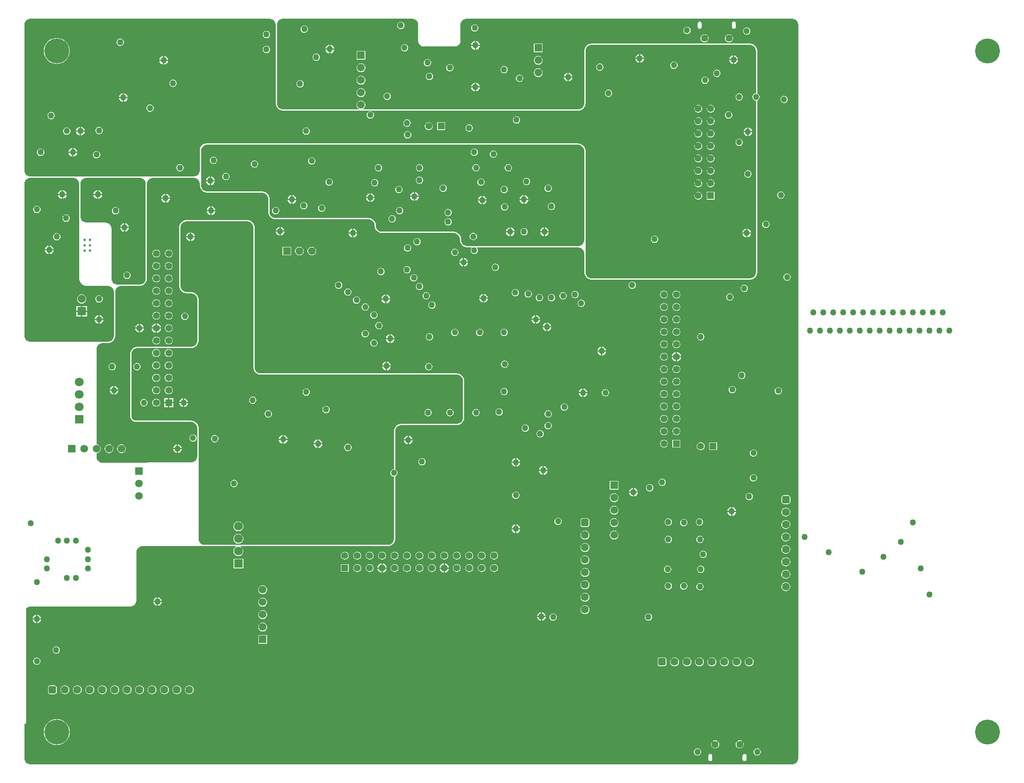
<source format=gbr>
G04*
G04 #@! TF.GenerationSoftware,Altium Limited,Altium Designer,23.9.2 (47)*
G04*
G04 Layer_Physical_Order=4*
G04 Layer_Color=36540*
%FSLAX44Y44*%
%MOMM*%
G71*
G04*
G04 #@! TF.SameCoordinates,8F5B2CAB-9582-47EE-AD33-95BA57DA0C1B*
G04*
G04*
G04 #@! TF.FilePolarity,Positive*
G04*
G01*
G75*
%ADD141C,1.5700*%
%ADD142R,1.5700X1.5700*%
%ADD143R,1.5700X1.5700*%
%ADD149C,1.6700*%
%ADD150R,1.6700X1.6700*%
%ADD153R,1.3900X1.3900*%
%ADD154R,1.3890X1.3890*%
%ADD155C,1.3890*%
%ADD156R,1.3900X1.3900*%
%ADD164C,1.3900*%
%ADD173C,1.4500*%
%ADD174C,1.6000*%
G04:AMPARAMS|DCode=175|XSize=1.6mm|YSize=1.6mm|CornerRadius=0.4mm|HoleSize=0mm|Usage=FLASHONLY|Rotation=0.000|XOffset=0mm|YOffset=0mm|HoleType=Round|Shape=RoundedRectangle|*
%AMROUNDEDRECTD175*
21,1,1.6000,0.8000,0,0,0.0*
21,1,0.8000,1.6000,0,0,0.0*
1,1,0.8000,0.4000,-0.4000*
1,1,0.8000,-0.4000,-0.4000*
1,1,0.8000,-0.4000,0.4000*
1,1,0.8000,0.4000,0.4000*
%
%ADD175ROUNDEDRECTD175*%
G04:AMPARAMS|DCode=176|XSize=1.6mm|YSize=1.6mm|CornerRadius=0.4mm|HoleSize=0mm|Usage=FLASHONLY|Rotation=270.000|XOffset=0mm|YOffset=0mm|HoleType=Round|Shape=RoundedRectangle|*
%AMROUNDEDRECTD176*
21,1,1.6000,0.8000,0,0,270.0*
21,1,0.8000,1.6000,0,0,270.0*
1,1,0.8000,-0.4000,-0.4000*
1,1,0.8000,-0.4000,0.4000*
1,1,0.8000,0.4000,0.4000*
1,1,0.8000,0.4000,-0.4000*
%
%ADD176ROUNDEDRECTD176*%
%ADD177C,5.0800*%
%ADD178R,1.4000X1.4000*%
%ADD179C,1.4000*%
%ADD180R,1.8000X1.8000*%
%ADD181C,1.8000*%
%ADD182R,1.5500X1.5500*%
%ADD183C,1.5500*%
%ADD184R,1.5500X1.5500*%
%ADD185C,1.2700*%
%ADD186C,0.5000*%
G36*
X2205886Y1777515D02*
X2208198Y1776558D01*
X2210279Y1775168D01*
X2212048Y1773399D01*
X2213438Y1771318D01*
X2214395Y1769006D01*
X2214881Y1766551D01*
X2214880Y1765300D01*
X2214880Y266700D01*
X2214880Y266700D01*
Y265449D01*
X2214392Y262995D01*
X2213434Y260684D01*
X2212045Y258604D01*
X2210276Y256835D01*
X2208196Y255445D01*
X2205884Y254488D01*
X2203431Y254000D01*
X647700D01*
X646449Y253999D01*
X643995Y254487D01*
X641683Y255444D01*
X639603Y256833D01*
X637833Y258603D01*
X636444Y260683D01*
X635487Y262995D01*
X634999Y265449D01*
X635000Y266700D01*
Y336759D01*
X636270D01*
X637162Y336937D01*
X637918Y337442D01*
X638423Y338198D01*
X638601Y339090D01*
Y572752D01*
X639599Y573750D01*
X641681Y575140D01*
X643994Y576096D01*
X646449Y576582D01*
X647700Y576580D01*
X849706Y576580D01*
X850900Y576580D01*
X850900Y576580D01*
X850900Y576580D01*
X852145Y576640D01*
X854588Y577124D01*
X856889Y578076D01*
X858960Y579459D01*
X860721Y581220D01*
X862104Y583291D01*
X863056Y585592D01*
X863540Y588035D01*
X863600Y589280D01*
X863600Y687070D01*
X863600Y687070D01*
X863600Y687070D01*
X863598Y688321D01*
X864084Y690776D01*
X865040Y693089D01*
X866430Y695171D01*
X868199Y696940D01*
X870281Y698330D01*
X872594Y699286D01*
X875049Y699772D01*
X876300Y699770D01*
X1066917D01*
X1067169Y698500D01*
X1066829Y698359D01*
X1064736Y696753D01*
X1063131Y694661D01*
X1062122Y692225D01*
X1061777Y689610D01*
X1062122Y686995D01*
X1063131Y684559D01*
X1064736Y682467D01*
X1066829Y680861D01*
X1069265Y679852D01*
X1071880Y679508D01*
X1074494Y679852D01*
X1076931Y680861D01*
X1079023Y682467D01*
X1080629Y684559D01*
X1081638Y686995D01*
X1081982Y689610D01*
X1081638Y692225D01*
X1080629Y694661D01*
X1079023Y696753D01*
X1076931Y698359D01*
X1076591Y698500D01*
X1076843Y699770D01*
X1376680Y699770D01*
X1376680Y699770D01*
X1376680Y699770D01*
X1378174Y699842D01*
X1381105Y700423D01*
X1383867Y701565D01*
X1386352Y703225D01*
X1388465Y705338D01*
X1390125Y707823D01*
X1391267Y710584D01*
X1391848Y713516D01*
X1391920Y715010D01*
X1391920Y842709D01*
X1393095Y843196D01*
X1394633Y844377D01*
X1395814Y845915D01*
X1396556Y847707D01*
X1396810Y849630D01*
X1396556Y851553D01*
X1395814Y853345D01*
X1394633Y854883D01*
X1393095Y856064D01*
X1391920Y856551D01*
Y933524D01*
X1391920Y934720D01*
X1391920Y934720D01*
X1391920Y934720D01*
X1391920Y934720D01*
X1391918Y935971D01*
X1392404Y938426D01*
X1393361Y940739D01*
X1394750Y942820D01*
X1396520Y944590D01*
X1398601Y945979D01*
X1400914Y946936D01*
X1403369Y947421D01*
X1404620Y947420D01*
X1517650Y947420D01*
X1517650Y947420D01*
X1517650Y947420D01*
X1519144Y947492D01*
X1522076Y948073D01*
X1524837Y949215D01*
X1527322Y950875D01*
X1529435Y952988D01*
X1531095Y955473D01*
X1532237Y958234D01*
X1532818Y961166D01*
X1532890Y962660D01*
X1532890Y1037590D01*
X1532890D01*
X1532890Y1037590D01*
X1532817Y1039084D01*
X1532236Y1042015D01*
X1531093Y1044776D01*
X1529434Y1047261D01*
X1527321Y1049374D01*
X1524836Y1051033D01*
X1522075Y1052176D01*
X1519144Y1052757D01*
X1517650Y1052830D01*
X1117600Y1052830D01*
X1116349D01*
X1113895Y1053318D01*
X1111584Y1054275D01*
X1109504Y1055665D01*
X1107735Y1057434D01*
X1106345Y1059514D01*
X1105388Y1061825D01*
X1104900Y1064279D01*
Y1065530D01*
Y1351280D01*
X1104900D01*
X1104900Y1351280D01*
X1104827Y1352774D01*
X1104246Y1355705D01*
X1103103Y1358466D01*
X1101444Y1360951D01*
X1099331Y1363064D01*
X1096846Y1364723D01*
X1094085Y1365866D01*
X1091154Y1366447D01*
X1089660Y1366520D01*
X966470Y1366520D01*
X966470Y1366520D01*
X964976Y1366447D01*
X962046Y1365864D01*
X959286Y1364720D01*
X956802Y1363061D01*
X954689Y1360948D01*
X953029Y1358464D01*
X951886Y1355704D01*
X951303Y1352774D01*
X951230Y1351280D01*
Y1231900D01*
X951303Y1230406D01*
X951885Y1227476D01*
X953028Y1224715D01*
X954688Y1222231D01*
X956801Y1220118D01*
X959285Y1218458D01*
X962046Y1217315D01*
X964976Y1216733D01*
X966470Y1216660D01*
X976611D01*
X979064Y1216172D01*
X981376Y1215215D01*
X983456Y1213825D01*
X985225Y1212056D01*
X986615Y1209976D01*
X987572Y1207664D01*
X988060Y1205211D01*
Y1203960D01*
Y1120140D01*
X988060Y1120140D01*
Y1118889D01*
X987572Y1116435D01*
X986615Y1114124D01*
X985225Y1112044D01*
X983456Y1110275D01*
X981376Y1108885D01*
X979064Y1107928D01*
X976611Y1107440D01*
X975360Y1107440D01*
X866140D01*
X866140Y1107440D01*
X864646Y1107367D01*
X861716Y1106784D01*
X858956Y1105640D01*
X856472Y1103981D01*
X854359Y1101868D01*
X852700Y1099384D01*
X851556Y1096624D01*
X850973Y1093694D01*
X850900Y1092200D01*
X850900Y966470D01*
X850961Y965225D01*
X851447Y962783D01*
X852400Y960483D01*
X853783Y958413D01*
X855543Y956653D01*
X857613Y955269D01*
X859913Y954317D01*
X862355Y953831D01*
X863600Y953770D01*
X975359D01*
X975360Y953770D01*
X975360Y953770D01*
X976611Y953771D01*
X979065Y953284D01*
X981377Y952328D01*
X983458Y950938D01*
X985228Y949168D01*
X986618Y947088D01*
X987574Y944776D01*
X988061Y942321D01*
X988060Y941070D01*
X988060Y883920D01*
X988060Y883920D01*
Y882669D01*
X987572Y880215D01*
X986614Y877904D01*
X985224Y875824D01*
X983456Y874055D01*
X981376Y872665D01*
X979064Y871708D01*
X976611Y871220D01*
X975360D01*
X795020Y869950D01*
X793706Y870012D01*
X791154Y870647D01*
X788775Y871767D01*
X786660Y873331D01*
X784891Y875277D01*
X783536Y877531D01*
X782646Y880006D01*
X782257Y882607D01*
X782320Y883920D01*
Y890217D01*
X782320Y890218D01*
X784634Y890522D01*
X786791Y891416D01*
X788643Y892837D01*
X790064Y894689D01*
X790958Y896845D01*
X791263Y899160D01*
X790958Y901475D01*
X790064Y903631D01*
X788643Y905483D01*
X786791Y906904D01*
X784634Y907798D01*
X782320Y908102D01*
X782320Y908102D01*
X782320Y1101164D01*
X782320Y1102360D01*
X782320Y1102360D01*
X782320Y1102360D01*
X782320Y1102360D01*
X782320Y1103611D01*
X782808Y1106064D01*
X783765Y1108376D01*
X785155Y1110456D01*
X786924Y1112225D01*
X789004Y1113615D01*
X791315Y1114572D01*
X793769Y1115060D01*
X795020Y1115060D01*
X803986Y1115060D01*
X805180Y1115060D01*
X805180Y1115060D01*
X805180Y1115060D01*
X806674Y1115133D01*
X809604Y1115716D01*
X812364Y1116860D01*
X814848Y1118519D01*
X816961Y1120632D01*
X818620Y1123116D01*
X819764Y1125876D01*
X820347Y1128806D01*
X820420Y1130300D01*
Y1219199D01*
X820420Y1220450D01*
X820908Y1222904D01*
X821865Y1225216D01*
X823255Y1227296D01*
X825024Y1229065D01*
X827104Y1230455D01*
X829415Y1231412D01*
X831869Y1231900D01*
X833120Y1231900D01*
X868682Y1231900D01*
X868694Y1231900D01*
X869950Y1231900D01*
Y1231900D01*
X871443Y1231973D01*
X874373Y1232556D01*
X877134Y1233699D01*
X879618Y1235359D01*
X881731Y1237471D01*
X883391Y1239956D01*
X884534Y1242716D01*
X885117Y1245646D01*
X885190Y1247140D01*
X885190Y1438982D01*
X885190Y1440179D01*
X885190Y1440179D01*
X885190Y1440180D01*
X885190Y1440180D01*
X885189Y1441431D01*
X885675Y1443886D01*
X886631Y1446198D01*
X888021Y1448280D01*
X889790Y1450049D01*
X891871Y1451439D01*
X894184Y1452395D01*
X896639Y1452881D01*
X897890Y1452880D01*
X980438Y1452880D01*
X980439Y1452879D01*
X980439Y1452879D01*
X981690Y1452880D01*
X984144Y1452393D01*
X986457Y1451437D01*
X988538Y1450047D01*
X990307Y1448278D01*
X991697Y1446198D01*
X992654Y1443885D01*
X993141Y1441431D01*
X993140Y1440180D01*
X993140Y1437639D01*
X993213Y1436145D01*
X993795Y1433214D01*
X994938Y1430454D01*
X996598Y1427970D01*
X998711Y1425857D01*
X1001195Y1424198D01*
X1003956Y1423055D01*
X1006886Y1422473D01*
X1008380Y1422400D01*
X1120138D01*
X1120139Y1422399D01*
X1120139Y1422399D01*
X1121390Y1422400D01*
X1123844Y1421913D01*
X1126157Y1420957D01*
X1128238Y1419567D01*
X1130007Y1417798D01*
X1131397Y1415717D01*
X1132354Y1413405D01*
X1132841Y1410951D01*
X1132840Y1409700D01*
X1132840Y1383029D01*
X1132913Y1381535D01*
X1133495Y1378604D01*
X1134638Y1375844D01*
X1136298Y1373360D01*
X1138411Y1371247D01*
X1140895Y1369588D01*
X1143656Y1368445D01*
X1146586Y1367863D01*
X1148080Y1367790D01*
X1337308D01*
X1337309Y1367789D01*
X1337309Y1367789D01*
X1338560Y1367790D01*
X1341014Y1367303D01*
X1343327Y1366347D01*
X1345408Y1364957D01*
X1347177Y1363188D01*
X1348567Y1361107D01*
X1349524Y1358795D01*
X1350011Y1356341D01*
X1350010Y1355090D01*
X1350083Y1353595D01*
X1350666Y1350665D01*
X1351809Y1347905D01*
X1353469Y1345420D01*
X1355581Y1343308D01*
X1358066Y1341648D01*
X1360826Y1340505D01*
X1363756Y1339923D01*
X1365250Y1339850D01*
X1511298Y1339850D01*
X1511299Y1339848D01*
X1511299Y1339849D01*
X1512550Y1339849D01*
X1515004Y1339362D01*
X1517316Y1338406D01*
X1519397Y1337016D01*
X1521166Y1335247D01*
X1522556Y1333167D01*
X1523513Y1330855D01*
X1524001Y1328401D01*
X1524000Y1327150D01*
X1524000Y1325879D01*
X1524073Y1324385D01*
X1524655Y1321454D01*
X1525799Y1318694D01*
X1527458Y1316210D01*
X1529571Y1314098D01*
X1532055Y1312438D01*
X1534816Y1311295D01*
X1537746Y1310713D01*
X1539240Y1310640D01*
X1547509D01*
X1547823Y1309370D01*
X1546776Y1308005D01*
X1546034Y1306213D01*
X1545780Y1304290D01*
X1546034Y1302367D01*
X1546776Y1300575D01*
X1547957Y1299037D01*
X1549495Y1297856D01*
X1551287Y1297114D01*
X1553210Y1296860D01*
X1555133Y1297114D01*
X1556925Y1297856D01*
X1558463Y1299037D01*
X1559644Y1300575D01*
X1560386Y1302367D01*
X1560640Y1304290D01*
X1560386Y1306213D01*
X1559644Y1308005D01*
X1558597Y1309370D01*
X1558911Y1310640D01*
X1765299Y1310640D01*
X1765299Y1310639D01*
X1765299Y1310639D01*
X1766550Y1310639D01*
X1769004Y1310151D01*
X1771315Y1309194D01*
X1773396Y1307804D01*
X1775165Y1306035D01*
X1776555Y1303955D01*
X1777512Y1301644D01*
X1778000Y1299190D01*
X1778000Y1297939D01*
X1778000Y1259839D01*
X1778002Y1259838D01*
X1778075Y1258345D01*
X1778658Y1255415D01*
X1779801Y1252655D01*
X1781461Y1250171D01*
X1783573Y1248059D01*
X1786057Y1246399D01*
X1788817Y1245256D01*
X1791746Y1244673D01*
X1793240Y1244600D01*
X2115819D01*
X2117313Y1244673D01*
X2120243Y1245256D01*
X2123004Y1246399D01*
X2125488Y1248059D01*
X2127601Y1250171D01*
X2129261Y1252655D01*
X2130404Y1255416D01*
X2130987Y1258346D01*
X2131060Y1259840D01*
X2131060Y1611059D01*
X2132235Y1611546D01*
X2133773Y1612726D01*
X2134954Y1614265D01*
X2135696Y1616057D01*
X2135950Y1617980D01*
X2135696Y1619903D01*
X2134954Y1621695D01*
X2133773Y1623233D01*
X2132235Y1624414D01*
X2131060Y1624901D01*
Y1711960D01*
X2131060Y1711960D01*
X2131059Y1711961D01*
X2130986Y1713453D01*
X2130403Y1716383D01*
X2129260Y1719144D01*
X2127600Y1721628D01*
X2125488Y1723740D01*
X2123004Y1725400D01*
X2120244Y1726544D01*
X2117314Y1727127D01*
X2115820Y1727200D01*
X1793240Y1727200D01*
X1793239Y1727199D01*
X1791745Y1727125D01*
X1788815Y1726543D01*
X1786055Y1725399D01*
X1783571Y1723740D01*
X1781459Y1721627D01*
X1779799Y1719144D01*
X1778656Y1716384D01*
X1778073Y1713454D01*
X1778000Y1711960D01*
Y1605280D01*
Y1604029D01*
X1777512Y1601575D01*
X1776555Y1599264D01*
X1775165Y1597184D01*
X1773396Y1595415D01*
X1771316Y1594025D01*
X1769004Y1593068D01*
X1766551Y1592580D01*
X1327055D01*
X1326748Y1593266D01*
X1326703Y1593850D01*
X1328393Y1595147D01*
X1329814Y1596999D01*
X1330708Y1599155D01*
X1331013Y1601470D01*
X1330708Y1603784D01*
X1329814Y1605941D01*
X1328393Y1607793D01*
X1326541Y1609214D01*
X1324384Y1610108D01*
X1322070Y1610412D01*
X1319756Y1610108D01*
X1317599Y1609214D01*
X1315747Y1607793D01*
X1314326Y1605941D01*
X1313432Y1603784D01*
X1313127Y1601470D01*
X1313432Y1599155D01*
X1314326Y1596999D01*
X1315747Y1595147D01*
X1317437Y1593850D01*
X1317392Y1593266D01*
X1317085Y1592580D01*
X1163317D01*
X1162066Y1592580D01*
X1159613Y1593068D01*
X1157302Y1594025D01*
X1155222Y1595415D01*
X1153453Y1597184D01*
X1152064Y1599264D01*
X1151107Y1601576D01*
X1150620Y1604029D01*
X1150620Y1605280D01*
Y1765292D01*
X1150618Y1766544D01*
X1151104Y1768999D01*
X1152060Y1771313D01*
X1153449Y1773395D01*
X1155219Y1775166D01*
X1157300Y1776556D01*
X1159613Y1777514D01*
X1162068Y1778001D01*
X1163320Y1778000D01*
X1426210Y1778000D01*
X1427461D01*
X1429914Y1777512D01*
X1432226Y1776555D01*
X1434306Y1775165D01*
X1436075Y1773396D01*
X1437465Y1771316D01*
X1438422Y1769004D01*
X1438910Y1766551D01*
Y1733550D01*
X1438971Y1732305D01*
X1439456Y1729863D01*
X1440409Y1727563D01*
X1441792Y1725492D01*
X1443552Y1723732D01*
X1445623Y1722349D01*
X1447923Y1721396D01*
X1450365Y1720911D01*
X1451610Y1720850D01*
X1512570D01*
X1513815Y1720910D01*
X1516258Y1721394D01*
X1518559Y1722346D01*
X1520630Y1723729D01*
X1522391Y1725490D01*
X1523774Y1727561D01*
X1524726Y1729862D01*
X1525210Y1732305D01*
X1525270Y1733550D01*
X1525270Y1765300D01*
Y1766551D01*
X1525758Y1769004D01*
X1526715Y1771316D01*
X1528105Y1773396D01*
X1529874Y1775165D01*
X1531954Y1776555D01*
X1534265Y1777512D01*
X1536719Y1778000D01*
X2202180D01*
X2202180Y1778000D01*
X2202180Y1778000D01*
X2203431Y1778001D01*
X2205886Y1777515D01*
D02*
G37*
G36*
X1139084Y1777512D02*
X1141396Y1776555D01*
X1143476Y1775165D01*
X1145245Y1773396D01*
X1146635Y1771316D01*
X1147592Y1769004D01*
X1148080Y1766551D01*
Y1765300D01*
Y1605280D01*
X1148153Y1603786D01*
X1148736Y1600856D01*
X1149880Y1598096D01*
X1151539Y1595612D01*
X1153652Y1593499D01*
X1156136Y1591839D01*
X1158896Y1590696D01*
X1161826Y1590113D01*
X1163320Y1590040D01*
X1163320Y1590040D01*
X1765300D01*
X1766794Y1590113D01*
X1769724Y1590696D01*
X1772484Y1591839D01*
X1774968Y1593499D01*
X1777081Y1595612D01*
X1778740Y1598096D01*
X1779884Y1600856D01*
X1780466Y1603786D01*
X1780540Y1605280D01*
X1780540Y1605280D01*
Y1711960D01*
Y1713211D01*
X1781028Y1715664D01*
X1781985Y1717976D01*
X1783375Y1720056D01*
X1785144Y1721825D01*
X1787224Y1723215D01*
X1789536Y1724172D01*
X1791989Y1724660D01*
X1793240D01*
X1793240Y1724660D01*
X2115820Y1724660D01*
X2117071Y1724660D01*
X2119524Y1724172D01*
X2121836Y1723215D01*
X2123916Y1721824D01*
X2125685Y1720056D01*
X2127074Y1717975D01*
X2128032Y1715664D01*
X2128519Y1713210D01*
X2128519Y1711960D01*
X2128519Y1711960D01*
X2128520Y1711959D01*
Y1625346D01*
X2127550D01*
X2125677Y1624844D01*
X2123997Y1623874D01*
X2122626Y1622503D01*
X2121656Y1620823D01*
X2121154Y1618950D01*
Y1617010D01*
X2121656Y1615137D01*
X2122626Y1613457D01*
X2123997Y1612086D01*
X2125677Y1611116D01*
X2127550Y1610614D01*
X2128520D01*
X2128520Y1259840D01*
X2128520Y1258589D01*
X2128032Y1256135D01*
X2127075Y1253824D01*
X2125685Y1251744D01*
X2123916Y1249975D01*
X2121836Y1248585D01*
X2119524Y1247628D01*
X2117070Y1247140D01*
X2115820Y1247140D01*
X1793240D01*
X1791989Y1247140D01*
X1789536Y1247628D01*
X1787224Y1248585D01*
X1785144Y1249975D01*
X1783375Y1251744D01*
X1781985Y1253824D01*
X1781028Y1256135D01*
X1780540Y1258589D01*
X1780540Y1259839D01*
X1780540Y1259840D01*
Y1507490D01*
X1780467Y1508984D01*
X1779884Y1511914D01*
X1778741Y1514674D01*
X1777081Y1517158D01*
X1774968Y1519271D01*
X1772484Y1520930D01*
X1769724Y1522074D01*
X1766794Y1522657D01*
X1765300Y1522730D01*
X1005840Y1522730D01*
X1004595Y1522669D01*
X1002153Y1522183D01*
X999853Y1521230D01*
X997783Y1519847D01*
X996023Y1518087D01*
X994640Y1516017D01*
X993687Y1513717D01*
X993201Y1511275D01*
X993140Y1510030D01*
X993140Y1510030D01*
X993140Y1510030D01*
X993140Y1468120D01*
X993140Y1466869D01*
X992652Y1464415D01*
X991695Y1462104D01*
X990305Y1460024D01*
X988536Y1458255D01*
X986456Y1456865D01*
X984144Y1455908D01*
X981691Y1455420D01*
X980440Y1455420D01*
X646449D01*
X643996Y1455908D01*
X641684Y1456865D01*
X639604Y1458255D01*
X637835Y1460024D01*
X636445Y1462104D01*
X635488Y1464415D01*
X635000Y1466869D01*
Y1468120D01*
Y1765300D01*
Y1766551D01*
X635488Y1769004D01*
X636445Y1771315D01*
X637835Y1773396D01*
X639604Y1775164D01*
X641684Y1776554D01*
X643995Y1777512D01*
X646449Y1778000D01*
X647700Y1778000D01*
X647700Y1778000D01*
X1136631D01*
X1139084Y1777512D01*
D02*
G37*
G36*
X1093365Y1363492D02*
X1095676Y1362535D01*
X1097756Y1361145D01*
X1099526Y1359376D01*
X1100915Y1357296D01*
X1101872Y1354985D01*
X1102360Y1352531D01*
X1102360Y1351280D01*
X1102360D01*
X1102360Y1351280D01*
Y1065530D01*
X1102433Y1064036D01*
X1103016Y1061106D01*
X1104159Y1058346D01*
X1105819Y1055862D01*
X1107932Y1053749D01*
X1110416Y1052089D01*
X1113176Y1050946D01*
X1116106Y1050363D01*
X1117600Y1050290D01*
X1517650Y1050290D01*
X1518901Y1050290D01*
X1521355Y1049802D01*
X1523666Y1048844D01*
X1525746Y1047454D01*
X1527514Y1045685D01*
X1528904Y1043605D01*
X1529861Y1041293D01*
X1530348Y1038839D01*
X1530348Y1037589D01*
X1530348Y1037588D01*
X1530348Y1037588D01*
X1530350Y962660D01*
X1530350Y961409D01*
X1529862Y958955D01*
X1528905Y956643D01*
X1527515Y954563D01*
X1525746Y952794D01*
X1523665Y951404D01*
X1521353Y950447D01*
X1518899Y949960D01*
X1517648Y949960D01*
X1517648Y949960D01*
X1404620Y949960D01*
X1403126Y949887D01*
X1400196Y949304D01*
X1397435Y948161D01*
X1394951Y946501D01*
X1392838Y944389D01*
X1391179Y941905D01*
X1390036Y939144D01*
X1389453Y936214D01*
X1389380Y934720D01*
X1389380Y934720D01*
X1389380Y934720D01*
X1389380Y856996D01*
X1388410D01*
X1386537Y856494D01*
X1384857Y855524D01*
X1383486Y854153D01*
X1382516Y852473D01*
X1382014Y850600D01*
Y848660D01*
X1382516Y846787D01*
X1383486Y845107D01*
X1384857Y843736D01*
X1386537Y842766D01*
X1388410Y842264D01*
X1389380D01*
X1389380Y715010D01*
X1389380Y713759D01*
X1388893Y711305D01*
X1387935Y708994D01*
X1386546Y706913D01*
X1384777Y705144D01*
X1382696Y703754D01*
X1380385Y702797D01*
X1377931Y702310D01*
X1376680Y702310D01*
X1003300D01*
X1002049Y702310D01*
X999595Y702798D01*
X997284Y703755D01*
X995204Y705145D01*
X993435Y706914D01*
X992045Y708994D01*
X991088Y711305D01*
X990600Y713759D01*
X990600Y715010D01*
X990600Y941070D01*
X990527Y942564D01*
X989944Y945494D01*
X988801Y948254D01*
X987141Y950738D01*
X985028Y952851D01*
X982544Y954510D01*
X979784Y955654D01*
X976854Y956236D01*
X975360Y956310D01*
X975360Y956310D01*
X975360Y956310D01*
X863600D01*
X862599Y956310D01*
X860636Y956700D01*
X858787Y957466D01*
X857123Y958578D01*
X855708Y959993D01*
X854596Y961657D01*
X853830Y963506D01*
X853440Y965469D01*
X853440Y966470D01*
X853440Y1092200D01*
X853440Y1093451D01*
X853928Y1095904D01*
X854885Y1098216D01*
X856275Y1100296D01*
X858044Y1102065D01*
X860124Y1103455D01*
X862436Y1104412D01*
X864889Y1104900D01*
X866140Y1104900D01*
X866140Y1104900D01*
X975360Y1104900D01*
X976854Y1104973D01*
X979784Y1105556D01*
X982544Y1106700D01*
X985028Y1108359D01*
X987141Y1110472D01*
X988800Y1112956D01*
X989944Y1115716D01*
X990527Y1118646D01*
X990600Y1120140D01*
X990600Y1120140D01*
X990600Y1203960D01*
X990527Y1205454D01*
X989944Y1208384D01*
X988801Y1211144D01*
X987141Y1213629D01*
X985029Y1215741D01*
X982544Y1217401D01*
X979784Y1218544D01*
X976854Y1219127D01*
X975360Y1219200D01*
X975360Y1219200D01*
X975360Y1219200D01*
X965219D01*
X962766Y1219688D01*
X960454Y1220645D01*
X958374Y1222035D01*
X956605Y1223804D01*
X955215Y1225884D01*
X954258Y1228195D01*
X953770Y1230649D01*
Y1231900D01*
Y1351280D01*
X953770Y1352531D01*
X954258Y1354984D01*
X955215Y1357296D01*
X956605Y1359376D01*
X958374Y1361145D01*
X960454Y1362535D01*
X962766Y1363492D01*
X965219Y1363980D01*
X966470Y1363980D01*
X966470Y1363980D01*
X1089660Y1363980D01*
X1090911Y1363980D01*
X1093365Y1363492D01*
D02*
G37*
G36*
X1769005Y1519702D02*
X1771316Y1518745D01*
X1773396Y1517355D01*
X1775165Y1515586D01*
X1776555Y1513506D01*
X1777512Y1511194D01*
X1778000Y1508741D01*
X1778000Y1507490D01*
X1778000Y1507490D01*
X1778000Y1507490D01*
X1778000Y1325880D01*
X1778000Y1324629D01*
X1777512Y1322175D01*
X1776555Y1319864D01*
X1775165Y1317784D01*
X1773396Y1316015D01*
X1771316Y1314625D01*
X1769005Y1313668D01*
X1766551Y1313180D01*
X1765300Y1313180D01*
X1765300Y1313180D01*
X1765300Y1313180D01*
X1539240Y1313180D01*
X1537989Y1313180D01*
X1535535Y1313668D01*
X1533224Y1314625D01*
X1531144Y1316015D01*
X1529375Y1317784D01*
X1527985Y1319864D01*
X1527028Y1322175D01*
X1526540Y1324629D01*
X1526540Y1325880D01*
X1526540Y1325880D01*
X1526540Y1327150D01*
X1526467Y1328644D01*
X1525884Y1331574D01*
X1524741Y1334334D01*
X1523081Y1336818D01*
X1520968Y1338931D01*
X1518484Y1340591D01*
X1515724Y1341734D01*
X1512794Y1342316D01*
X1511300Y1342390D01*
X1511300Y1342390D01*
X1511300Y1342390D01*
X1365250Y1342390D01*
X1363999Y1342390D01*
X1361545Y1342878D01*
X1359234Y1343835D01*
X1357154Y1345225D01*
X1355385Y1346994D01*
X1353995Y1349074D01*
X1353038Y1351385D01*
X1352550Y1353839D01*
X1352550Y1355090D01*
X1352550Y1355090D01*
X1352477Y1356584D01*
X1351894Y1359514D01*
X1350751Y1362274D01*
X1349091Y1364758D01*
X1346978Y1366871D01*
X1344494Y1368530D01*
X1341734Y1369674D01*
X1338804Y1370256D01*
X1337310Y1370330D01*
X1337310Y1370330D01*
X1337310Y1370330D01*
X1148080Y1370330D01*
X1146829Y1370330D01*
X1144375Y1370818D01*
X1142064Y1371775D01*
X1139984Y1373165D01*
X1138215Y1374934D01*
X1136825Y1377014D01*
X1135868Y1379325D01*
X1135380Y1381779D01*
X1135380Y1383030D01*
X1135380Y1409700D01*
X1135307Y1411194D01*
X1134724Y1414124D01*
X1133581Y1416884D01*
X1131921Y1419368D01*
X1129808Y1421481D01*
X1127324Y1423141D01*
X1124564Y1424284D01*
X1121634Y1424866D01*
X1120140Y1424940D01*
X1120140Y1424940D01*
X1120140Y1424940D01*
X1008380Y1424940D01*
X1007129Y1424940D01*
X1004675Y1425428D01*
X1002364Y1426385D01*
X1000284Y1427775D01*
X998515Y1429544D01*
X997125Y1431624D01*
X996168Y1433935D01*
X995680Y1436389D01*
X995680Y1437640D01*
Y1507490D01*
Y1508741D01*
X996168Y1511194D01*
X997125Y1513506D01*
X998515Y1515586D01*
X1000284Y1517355D01*
X1002364Y1518745D01*
X1004676Y1519702D01*
X1007129Y1520190D01*
X1008380D01*
X1008380Y1520190D01*
X1765300Y1520190D01*
X1766551Y1520190D01*
X1769005Y1519702D01*
D02*
G37*
G36*
X762000Y1452880D02*
X869950Y1452880D01*
X869950Y1452880D01*
X869950Y1452880D01*
X871201Y1452880D01*
X873654Y1452392D01*
X875966Y1451435D01*
X878046Y1450045D01*
X879815Y1448276D01*
X881205Y1446196D01*
X882162Y1443885D01*
X882650Y1441431D01*
X882650Y1440180D01*
X882650Y1247140D01*
X882650Y1247140D01*
Y1245889D01*
X882162Y1243436D01*
X881205Y1241124D01*
X879815Y1239044D01*
X878046Y1237275D01*
X875966Y1235885D01*
X873654Y1234928D01*
X871201Y1234440D01*
X869950Y1234440D01*
X825500D01*
X824249Y1234440D01*
X821796Y1234928D01*
X819484Y1235885D01*
X817404Y1237275D01*
X815635Y1239044D01*
X814245Y1241124D01*
X813288Y1243436D01*
X812800Y1245889D01*
X812800Y1247140D01*
Y1282700D01*
X812800Y1348740D01*
X812800Y1348740D01*
X812800Y1348740D01*
X812739Y1349985D01*
X812253Y1352427D01*
X811301Y1354727D01*
X809917Y1356797D01*
X808157Y1358557D01*
X806087Y1359941D01*
X803787Y1360893D01*
X801345Y1361379D01*
X800100Y1361440D01*
X762000Y1361440D01*
X760749Y1361440D01*
X758295Y1361928D01*
X755984Y1362885D01*
X753904Y1364275D01*
X752135Y1366044D01*
X750745Y1368124D01*
X749788Y1370435D01*
X749300Y1372889D01*
X749300Y1374140D01*
X749300Y1438984D01*
X749300Y1440180D01*
X749300Y1440180D01*
X749300Y1440180D01*
X749300Y1440180D01*
X749300Y1441431D01*
X749787Y1443885D01*
X750745Y1446196D01*
X752134Y1448276D01*
X753904Y1450045D01*
X755984Y1451435D01*
X758295Y1452392D01*
X760749Y1452880D01*
X762000Y1452880D01*
D02*
G37*
G36*
X647700Y1452880D02*
X734060Y1452880D01*
X734060Y1452880D01*
X734060Y1452880D01*
X735311Y1452880D01*
X737765Y1452392D01*
X740076Y1451435D01*
X742156Y1450045D01*
X743925Y1448276D01*
X745315Y1446196D01*
X746272Y1443884D01*
X746760Y1441431D01*
X746760Y1440180D01*
X746760Y1247140D01*
X746833Y1245646D01*
X747416Y1242716D01*
X748559Y1239956D01*
X750219Y1237472D01*
X752332Y1235359D01*
X754816Y1233699D01*
X757576Y1232556D01*
X760506Y1231973D01*
X762000Y1231900D01*
X805180D01*
X805180Y1231900D01*
X805180Y1231900D01*
X806431Y1231900D01*
X808884Y1231412D01*
X811196Y1230455D01*
X813276Y1229065D01*
X815045Y1227296D01*
X816435Y1225216D01*
X817392Y1222904D01*
X817880Y1220451D01*
X817880Y1219200D01*
X817880Y1130300D01*
X817880Y1130300D01*
Y1129049D01*
X817392Y1126596D01*
X816434Y1124284D01*
X815045Y1122204D01*
X813276Y1120435D01*
X811196Y1119045D01*
X808884Y1118088D01*
X806431Y1117600D01*
X805180D01*
X647700Y1117600D01*
X646449Y1117600D01*
X643995Y1118088D01*
X641684Y1119045D01*
X639604Y1120435D01*
X637835Y1122204D01*
X636445Y1124284D01*
X635488Y1126596D01*
X635000Y1129049D01*
X635000Y1130300D01*
Y1440180D01*
X635000Y1441431D01*
X635488Y1443884D01*
X636445Y1446196D01*
X637835Y1448276D01*
X639604Y1450045D01*
X641684Y1451435D01*
X643995Y1452392D01*
X646449Y1452880D01*
X647700Y1452880D01*
D02*
G37*
%LPC*%
G36*
X2083510Y1772425D02*
X2081943Y1772113D01*
X2080615Y1771225D01*
X2079727Y1769897D01*
X2079415Y1768330D01*
Y1761330D01*
X2079727Y1759763D01*
X2080615Y1758435D01*
X2081943Y1757547D01*
X2083510Y1757235D01*
X2085077Y1757547D01*
X2086405Y1758435D01*
X2087293Y1759763D01*
X2087605Y1761330D01*
Y1768330D01*
X2087293Y1769897D01*
X2086405Y1771225D01*
X2085077Y1772113D01*
X2083510Y1772425D01*
D02*
G37*
G36*
X2013510D02*
X2011943Y1772113D01*
X2010615Y1771225D01*
X2009727Y1769897D01*
X2009415Y1768330D01*
Y1761330D01*
X2009727Y1759763D01*
X2010615Y1758435D01*
X2011943Y1757547D01*
X2013510Y1757235D01*
X2015077Y1757547D01*
X2016405Y1758435D01*
X2017293Y1759763D01*
X2017605Y1761330D01*
Y1768330D01*
X2017293Y1769897D01*
X2016405Y1771225D01*
X2015077Y1772113D01*
X2013510Y1772425D01*
D02*
G37*
G36*
X1403350Y1771460D02*
X1401427Y1771206D01*
X1399635Y1770464D01*
X1398096Y1769283D01*
X1396916Y1767745D01*
X1396174Y1765953D01*
X1395920Y1764030D01*
X1396174Y1762107D01*
X1396916Y1760315D01*
X1398096Y1758777D01*
X1399635Y1757596D01*
X1401427Y1756854D01*
X1403350Y1756600D01*
X1405273Y1756854D01*
X1407065Y1757596D01*
X1408604Y1758777D01*
X1409784Y1760315D01*
X1410526Y1762107D01*
X1410780Y1764030D01*
X1410526Y1765953D01*
X1409784Y1767745D01*
X1408604Y1769283D01*
X1407065Y1770464D01*
X1405273Y1771206D01*
X1403350Y1771460D01*
D02*
G37*
G36*
X1554480Y1766380D02*
X1552557Y1766126D01*
X1550765Y1765384D01*
X1549227Y1764203D01*
X1548046Y1762665D01*
X1547304Y1760873D01*
X1547050Y1758950D01*
X1547304Y1757027D01*
X1548046Y1755235D01*
X1549227Y1753696D01*
X1550765Y1752516D01*
X1552557Y1751774D01*
X1554480Y1751520D01*
X1556403Y1751774D01*
X1558195Y1752516D01*
X1559733Y1753696D01*
X1560914Y1755235D01*
X1561656Y1757027D01*
X1561910Y1758950D01*
X1561656Y1760873D01*
X1560914Y1762665D01*
X1559733Y1764203D01*
X1558195Y1765384D01*
X1556403Y1766126D01*
X1554480Y1766380D01*
D02*
G37*
G36*
X1206500Y1763840D02*
X1204577Y1763586D01*
X1202785Y1762844D01*
X1201246Y1761664D01*
X1200066Y1760125D01*
X1199324Y1758333D01*
X1199070Y1756410D01*
X1199324Y1754487D01*
X1200066Y1752695D01*
X1201246Y1751156D01*
X1202785Y1749976D01*
X1204577Y1749234D01*
X1206500Y1748980D01*
X1208423Y1749234D01*
X1210215Y1749976D01*
X1211753Y1751156D01*
X1212934Y1752695D01*
X1213676Y1754487D01*
X1213930Y1756410D01*
X1213676Y1758333D01*
X1212934Y1760125D01*
X1211753Y1761664D01*
X1210215Y1762844D01*
X1208423Y1763586D01*
X1206500Y1763840D01*
D02*
G37*
G36*
X1987550Y1761300D02*
X1985627Y1761046D01*
X1983835Y1760304D01*
X1982296Y1759124D01*
X1981116Y1757585D01*
X1980374Y1755793D01*
X1980120Y1753870D01*
X1980374Y1751947D01*
X1981116Y1750155D01*
X1982296Y1748616D01*
X1983835Y1747436D01*
X1985627Y1746694D01*
X1987550Y1746440D01*
X1989473Y1746694D01*
X1991265Y1747436D01*
X1992803Y1748616D01*
X1993984Y1750155D01*
X1994726Y1751947D01*
X1994980Y1753870D01*
X1994726Y1755793D01*
X1993984Y1757585D01*
X1992803Y1759124D01*
X1991265Y1760304D01*
X1989473Y1761046D01*
X1987550Y1761300D01*
D02*
G37*
G36*
X2109470Y1760030D02*
X2107547Y1759776D01*
X2105755Y1759034D01*
X2104216Y1757854D01*
X2103036Y1756315D01*
X2102294Y1754523D01*
X2102040Y1752600D01*
X2102294Y1750677D01*
X2103036Y1748885D01*
X2104216Y1747346D01*
X2105755Y1746166D01*
X2107547Y1745424D01*
X2109470Y1745170D01*
X2111393Y1745424D01*
X2113185Y1746166D01*
X2114724Y1747346D01*
X2115904Y1748885D01*
X2116646Y1750677D01*
X2116900Y1752600D01*
X2116646Y1754523D01*
X2115904Y1756315D01*
X2114724Y1757854D01*
X2113185Y1759034D01*
X2111393Y1759776D01*
X2109470Y1760030D01*
D02*
G37*
G36*
X2073510Y1746167D02*
X2071352Y1745883D01*
X2069341Y1745050D01*
X2067615Y1743725D01*
X2066290Y1741999D01*
X2065457Y1739988D01*
X2065173Y1737830D01*
X2065457Y1735672D01*
X2066290Y1733661D01*
X2067615Y1731935D01*
X2069341Y1730610D01*
X2071352Y1729777D01*
X2073510Y1729493D01*
X2075668Y1729777D01*
X2077679Y1730610D01*
X2079405Y1731935D01*
X2080730Y1733661D01*
X2081563Y1735672D01*
X2081847Y1737830D01*
X2081563Y1739988D01*
X2080730Y1741999D01*
X2079405Y1743725D01*
X2077679Y1745050D01*
X2075668Y1745883D01*
X2073510Y1746167D01*
D02*
G37*
G36*
X2023510D02*
X2021352Y1745883D01*
X2019341Y1745050D01*
X2017615Y1743725D01*
X2016290Y1741999D01*
X2015457Y1739988D01*
X2015173Y1737830D01*
X2015457Y1735672D01*
X2016290Y1733661D01*
X2017615Y1731935D01*
X2019341Y1730610D01*
X2021352Y1729777D01*
X2023510Y1729493D01*
X2025668Y1729777D01*
X2027679Y1730610D01*
X2029405Y1731935D01*
X2030730Y1733661D01*
X2031563Y1735672D01*
X2031847Y1737830D01*
X2031563Y1739988D01*
X2030730Y1741999D01*
X2029405Y1743725D01*
X2027679Y1745050D01*
X2025668Y1745883D01*
X2023510Y1746167D01*
D02*
G37*
G36*
X1557020Y1732189D02*
Y1724660D01*
X1564550D01*
X1564411Y1725711D01*
X1563515Y1727873D01*
X1562090Y1729730D01*
X1560233Y1731155D01*
X1558071Y1732051D01*
X1557020Y1732189D01*
D02*
G37*
G36*
X1554480D02*
X1553429Y1732051D01*
X1551267Y1731155D01*
X1549410Y1729730D01*
X1547985Y1727873D01*
X1547089Y1725711D01*
X1546951Y1724660D01*
X1554480D01*
Y1732189D01*
D02*
G37*
G36*
X1259840Y1724570D02*
Y1717040D01*
X1267370D01*
X1267231Y1718091D01*
X1266335Y1720253D01*
X1264910Y1722110D01*
X1263053Y1723535D01*
X1260891Y1724431D01*
X1259840Y1724570D01*
D02*
G37*
G36*
X1257300D02*
X1256249Y1724431D01*
X1254087Y1723535D01*
X1252230Y1722110D01*
X1250805Y1720253D01*
X1249909Y1718091D01*
X1249771Y1717040D01*
X1257300D01*
Y1724570D01*
D02*
G37*
G36*
X1564550Y1722120D02*
X1557020D01*
Y1714590D01*
X1558071Y1714729D01*
X1560233Y1715625D01*
X1562090Y1717050D01*
X1563515Y1718907D01*
X1564411Y1721069D01*
X1564550Y1722120D01*
D02*
G37*
G36*
X1554480D02*
X1546951D01*
X1547089Y1721069D01*
X1547985Y1718907D01*
X1549410Y1717050D01*
X1551267Y1715625D01*
X1553429Y1714729D01*
X1554480Y1714590D01*
Y1722120D01*
D02*
G37*
G36*
X1410970Y1725740D02*
X1409047Y1725486D01*
X1407255Y1724744D01*
X1405717Y1723564D01*
X1404536Y1722025D01*
X1403794Y1720233D01*
X1403540Y1718310D01*
X1403794Y1716387D01*
X1404536Y1714595D01*
X1405717Y1713056D01*
X1407255Y1711876D01*
X1409047Y1711134D01*
X1410970Y1710880D01*
X1412893Y1711134D01*
X1414685Y1711876D01*
X1416223Y1713056D01*
X1417404Y1714595D01*
X1418146Y1716387D01*
X1418400Y1718310D01*
X1418146Y1720233D01*
X1417404Y1722025D01*
X1416223Y1723564D01*
X1414685Y1724744D01*
X1412893Y1725486D01*
X1410970Y1725740D01*
D02*
G37*
G36*
X1692786Y1727076D02*
X1675254D01*
Y1709544D01*
X1692786D01*
Y1727076D01*
D02*
G37*
G36*
X1267370Y1714500D02*
X1259840D01*
Y1706971D01*
X1260891Y1707109D01*
X1263053Y1708005D01*
X1264910Y1709430D01*
X1266335Y1711287D01*
X1267231Y1713449D01*
X1267370Y1714500D01*
D02*
G37*
G36*
X1257300D02*
X1249771D01*
X1249909Y1713449D01*
X1250805Y1711287D01*
X1252230Y1709430D01*
X1254087Y1708005D01*
X1256249Y1707109D01*
X1257300Y1706971D01*
Y1714500D01*
D02*
G37*
G36*
X1330936Y1711936D02*
X1313204D01*
Y1694204D01*
X1330936D01*
Y1711936D01*
D02*
G37*
G36*
X1230630Y1706690D02*
X1228707Y1706436D01*
X1226915Y1705694D01*
X1225377Y1704514D01*
X1224196Y1702975D01*
X1223454Y1701183D01*
X1223200Y1699260D01*
X1223454Y1697337D01*
X1224196Y1695545D01*
X1225377Y1694007D01*
X1226915Y1692826D01*
X1228707Y1692084D01*
X1230630Y1691830D01*
X1232553Y1692084D01*
X1234345Y1692826D01*
X1235883Y1694007D01*
X1237064Y1695545D01*
X1237806Y1697337D01*
X1238060Y1699260D01*
X1237806Y1701183D01*
X1237064Y1702975D01*
X1235883Y1704514D01*
X1234345Y1705694D01*
X1232553Y1706436D01*
X1230630Y1706690D01*
D02*
G37*
G36*
X1684020Y1701752D02*
X1681732Y1701450D01*
X1679599Y1700567D01*
X1677768Y1699162D01*
X1676363Y1697331D01*
X1675480Y1695198D01*
X1675178Y1692910D01*
X1675480Y1690622D01*
X1676363Y1688489D01*
X1677768Y1686658D01*
X1679599Y1685253D01*
X1681732Y1684370D01*
X1684020Y1684068D01*
X1686308Y1684370D01*
X1688441Y1685253D01*
X1690272Y1686658D01*
X1691677Y1688489D01*
X1692560Y1690622D01*
X1692862Y1692910D01*
X1692560Y1695198D01*
X1691677Y1697331D01*
X1690272Y1699162D01*
X1688441Y1700567D01*
X1686308Y1701450D01*
X1684020Y1701752D01*
D02*
G37*
G36*
X1457960Y1695260D02*
X1456037Y1695006D01*
X1454245Y1694264D01*
X1452706Y1693083D01*
X1451526Y1691545D01*
X1450784Y1689753D01*
X1450530Y1687830D01*
X1450784Y1685907D01*
X1451526Y1684115D01*
X1452706Y1682576D01*
X1454245Y1681396D01*
X1456037Y1680654D01*
X1457960Y1680400D01*
X1459883Y1680654D01*
X1461675Y1681396D01*
X1463214Y1682576D01*
X1464394Y1684115D01*
X1465136Y1685907D01*
X1465390Y1687830D01*
X1465136Y1689753D01*
X1464394Y1691545D01*
X1463214Y1693083D01*
X1461675Y1694264D01*
X1459883Y1695006D01*
X1457960Y1695260D01*
D02*
G37*
G36*
X1503680Y1685100D02*
X1501757Y1684846D01*
X1499965Y1684104D01*
X1498427Y1682923D01*
X1497246Y1681385D01*
X1496504Y1679593D01*
X1496250Y1677670D01*
X1496504Y1675747D01*
X1497246Y1673955D01*
X1498427Y1672417D01*
X1499965Y1671236D01*
X1501757Y1670494D01*
X1503680Y1670240D01*
X1505603Y1670494D01*
X1507395Y1671236D01*
X1508934Y1672417D01*
X1510114Y1673955D01*
X1510856Y1675747D01*
X1511110Y1677670D01*
X1510856Y1679593D01*
X1510114Y1681385D01*
X1508934Y1682923D01*
X1507395Y1684104D01*
X1505603Y1684846D01*
X1503680Y1685100D01*
D02*
G37*
G36*
X1322070Y1686613D02*
X1319756Y1686308D01*
X1317599Y1685414D01*
X1315747Y1683993D01*
X1314326Y1682141D01*
X1313432Y1679984D01*
X1313127Y1677670D01*
X1313432Y1675356D01*
X1314326Y1673199D01*
X1315747Y1671347D01*
X1317599Y1669926D01*
X1319756Y1669032D01*
X1322070Y1668728D01*
X1324384Y1669032D01*
X1326541Y1669926D01*
X1328393Y1671347D01*
X1329814Y1673199D01*
X1330708Y1675356D01*
X1331013Y1677670D01*
X1330708Y1679984D01*
X1329814Y1682141D01*
X1328393Y1683993D01*
X1326541Y1685414D01*
X1324384Y1686308D01*
X1322070Y1686613D01*
D02*
G37*
G36*
X1614170Y1681290D02*
X1612247Y1681036D01*
X1610455Y1680294D01*
X1608916Y1679113D01*
X1607736Y1677575D01*
X1606994Y1675783D01*
X1606740Y1673860D01*
X1606994Y1671937D01*
X1607736Y1670145D01*
X1608916Y1668607D01*
X1610455Y1667426D01*
X1612247Y1666684D01*
X1614170Y1666430D01*
X1616093Y1666684D01*
X1617885Y1667426D01*
X1619424Y1668607D01*
X1620604Y1670145D01*
X1621346Y1671937D01*
X1621600Y1673860D01*
X1621346Y1675783D01*
X1620604Y1677575D01*
X1619424Y1679113D01*
X1617885Y1680294D01*
X1616093Y1681036D01*
X1614170Y1681290D01*
D02*
G37*
G36*
X1746250Y1667419D02*
Y1659890D01*
X1753779D01*
X1753641Y1660941D01*
X1752745Y1663103D01*
X1751320Y1664960D01*
X1749463Y1666385D01*
X1747301Y1667281D01*
X1746250Y1667419D01*
D02*
G37*
G36*
X1743710D02*
X1742659Y1667281D01*
X1740497Y1666385D01*
X1738640Y1664960D01*
X1737215Y1663103D01*
X1736319Y1660941D01*
X1736181Y1659890D01*
X1743710D01*
Y1667419D01*
D02*
G37*
G36*
X1684020Y1676352D02*
X1681732Y1676050D01*
X1679599Y1675167D01*
X1677768Y1673762D01*
X1676363Y1671931D01*
X1675480Y1669798D01*
X1675178Y1667510D01*
X1675480Y1665222D01*
X1676363Y1663089D01*
X1677768Y1661258D01*
X1679599Y1659853D01*
X1681732Y1658970D01*
X1684020Y1658668D01*
X1686308Y1658970D01*
X1688441Y1659853D01*
X1690272Y1661258D01*
X1691677Y1663089D01*
X1692560Y1665222D01*
X1692862Y1667510D01*
X1692560Y1669798D01*
X1691677Y1671931D01*
X1690272Y1673762D01*
X1688441Y1675167D01*
X1686308Y1676050D01*
X1684020Y1676352D01*
D02*
G37*
G36*
X1461770Y1667320D02*
X1459847Y1667066D01*
X1458055Y1666324D01*
X1456517Y1665143D01*
X1455336Y1663605D01*
X1454594Y1661813D01*
X1454340Y1659890D01*
X1454594Y1657967D01*
X1455336Y1656175D01*
X1456517Y1654637D01*
X1458055Y1653456D01*
X1459847Y1652714D01*
X1461770Y1652460D01*
X1463693Y1652714D01*
X1465485Y1653456D01*
X1467023Y1654637D01*
X1468204Y1656175D01*
X1468946Y1657967D01*
X1469200Y1659890D01*
X1468946Y1661813D01*
X1468204Y1663605D01*
X1467023Y1665143D01*
X1465485Y1666324D01*
X1463693Y1667066D01*
X1461770Y1667320D01*
D02*
G37*
G36*
X1753779Y1657350D02*
X1746250D01*
Y1649821D01*
X1747301Y1649959D01*
X1749463Y1650855D01*
X1751320Y1652280D01*
X1752745Y1654137D01*
X1753641Y1656299D01*
X1753779Y1657350D01*
D02*
G37*
G36*
X1743710D02*
X1736181D01*
X1736319Y1656299D01*
X1737215Y1654137D01*
X1738640Y1652280D01*
X1740497Y1650855D01*
X1742659Y1649959D01*
X1743710Y1649821D01*
Y1657350D01*
D02*
G37*
G36*
X1645920Y1663510D02*
X1643997Y1663256D01*
X1642205Y1662514D01*
X1640667Y1661333D01*
X1639486Y1659795D01*
X1638744Y1658003D01*
X1638490Y1656080D01*
X1638744Y1654157D01*
X1639486Y1652365D01*
X1640667Y1650827D01*
X1642205Y1649646D01*
X1643997Y1648904D01*
X1645920Y1648650D01*
X1647843Y1648904D01*
X1649635Y1649646D01*
X1651174Y1650827D01*
X1652354Y1652365D01*
X1653096Y1654157D01*
X1653350Y1656080D01*
X1653096Y1658003D01*
X1652354Y1659795D01*
X1651174Y1661333D01*
X1649635Y1662514D01*
X1647843Y1663256D01*
X1645920Y1663510D01*
D02*
G37*
G36*
X1322070Y1661212D02*
X1319756Y1660908D01*
X1317599Y1660014D01*
X1315747Y1658593D01*
X1314326Y1656741D01*
X1313432Y1654585D01*
X1313127Y1652270D01*
X1313432Y1649955D01*
X1314326Y1647799D01*
X1315747Y1645947D01*
X1317599Y1644526D01*
X1319756Y1643632D01*
X1322070Y1643327D01*
X1324384Y1643632D01*
X1326541Y1644526D01*
X1328393Y1645947D01*
X1329814Y1647799D01*
X1330708Y1649955D01*
X1331013Y1652270D01*
X1330708Y1654585D01*
X1329814Y1656741D01*
X1328393Y1658593D01*
X1326541Y1660014D01*
X1324384Y1660908D01*
X1322070Y1661212D01*
D02*
G37*
G36*
X1557020Y1647099D02*
Y1639570D01*
X1564550D01*
X1564411Y1640621D01*
X1563515Y1642783D01*
X1562090Y1644640D01*
X1560233Y1646065D01*
X1558071Y1646961D01*
X1557020Y1647099D01*
D02*
G37*
G36*
X1554480D02*
X1553429Y1646961D01*
X1551267Y1646065D01*
X1549410Y1644640D01*
X1547985Y1642783D01*
X1547089Y1640621D01*
X1546951Y1639570D01*
X1554480D01*
Y1647099D01*
D02*
G37*
G36*
X1197610Y1652080D02*
X1195687Y1651826D01*
X1193895Y1651084D01*
X1192356Y1649904D01*
X1191176Y1648365D01*
X1190434Y1646573D01*
X1190180Y1644650D01*
X1190434Y1642727D01*
X1191176Y1640935D01*
X1192356Y1639397D01*
X1193895Y1638216D01*
X1195687Y1637474D01*
X1197610Y1637220D01*
X1199533Y1637474D01*
X1201325Y1638216D01*
X1202863Y1639397D01*
X1204044Y1640935D01*
X1204786Y1642727D01*
X1205040Y1644650D01*
X1204786Y1646573D01*
X1204044Y1648365D01*
X1202863Y1649904D01*
X1201325Y1651084D01*
X1199533Y1651826D01*
X1197610Y1652080D01*
D02*
G37*
G36*
X1564550Y1637030D02*
X1557020D01*
Y1629500D01*
X1558071Y1629639D01*
X1560233Y1630535D01*
X1562090Y1631960D01*
X1563515Y1633817D01*
X1564411Y1635979D01*
X1564550Y1637030D01*
D02*
G37*
G36*
X1554480D02*
X1546951D01*
X1547089Y1635979D01*
X1547985Y1633817D01*
X1549410Y1631960D01*
X1551267Y1630535D01*
X1553429Y1629639D01*
X1554480Y1629500D01*
Y1637030D01*
D02*
G37*
G36*
X1322070Y1635813D02*
X1319756Y1635508D01*
X1317599Y1634614D01*
X1315747Y1633193D01*
X1314326Y1631341D01*
X1313432Y1629185D01*
X1313127Y1626870D01*
X1313432Y1624556D01*
X1314326Y1622399D01*
X1315747Y1620547D01*
X1317599Y1619126D01*
X1319756Y1618232D01*
X1322070Y1617928D01*
X1324384Y1618232D01*
X1326541Y1619126D01*
X1328393Y1620547D01*
X1329814Y1622399D01*
X1330708Y1624556D01*
X1331013Y1626870D01*
X1330708Y1629185D01*
X1329814Y1631341D01*
X1328393Y1633193D01*
X1326541Y1634614D01*
X1324384Y1635508D01*
X1322070Y1635813D01*
D02*
G37*
G36*
X1375410Y1626680D02*
X1373487Y1626426D01*
X1371695Y1625684D01*
X1370157Y1624503D01*
X1368976Y1622965D01*
X1368234Y1621173D01*
X1367980Y1619250D01*
X1368234Y1617327D01*
X1368976Y1615535D01*
X1370157Y1613996D01*
X1371695Y1612816D01*
X1373487Y1612074D01*
X1375410Y1611820D01*
X1377333Y1612074D01*
X1379125Y1612816D01*
X1380663Y1613996D01*
X1381844Y1615535D01*
X1382586Y1617327D01*
X1382840Y1619250D01*
X1382586Y1621173D01*
X1381844Y1622965D01*
X1380663Y1624503D01*
X1379125Y1625684D01*
X1377333Y1626426D01*
X1375410Y1626680D01*
D02*
G37*
G36*
X2185670Y1620330D02*
X2183747Y1620076D01*
X2181955Y1619334D01*
X2180417Y1618154D01*
X2179236Y1616615D01*
X2178494Y1614823D01*
X2178240Y1612900D01*
X2178494Y1610977D01*
X2179236Y1609185D01*
X2180417Y1607646D01*
X2181955Y1606466D01*
X2183747Y1605724D01*
X2185670Y1605470D01*
X2187593Y1605724D01*
X2189385Y1606466D01*
X2190923Y1607646D01*
X2192104Y1609185D01*
X2192846Y1610977D01*
X2193100Y1612900D01*
X2192846Y1614823D01*
X2192104Y1616615D01*
X2190923Y1618154D01*
X2189385Y1619334D01*
X2187593Y1620076D01*
X2185670Y1620330D01*
D02*
G37*
G36*
X924560Y1419769D02*
Y1412240D01*
X932089D01*
X931951Y1413291D01*
X931055Y1415453D01*
X929630Y1417310D01*
X927773Y1418735D01*
X925611Y1419631D01*
X924560Y1419769D01*
D02*
G37*
G36*
X922020D02*
X920969Y1419631D01*
X918807Y1418735D01*
X916950Y1417310D01*
X915525Y1415453D01*
X914629Y1413291D01*
X914491Y1412240D01*
X922020D01*
Y1419769D01*
D02*
G37*
G36*
X2179320Y1424750D02*
X2177397Y1424496D01*
X2175605Y1423754D01*
X2174066Y1422574D01*
X2172886Y1421035D01*
X2172144Y1419243D01*
X2171890Y1417320D01*
X2172144Y1415397D01*
X2172886Y1413605D01*
X2174066Y1412066D01*
X2175605Y1410886D01*
X2177397Y1410144D01*
X2179320Y1409890D01*
X2181243Y1410144D01*
X2183035Y1410886D01*
X2184574Y1412066D01*
X2185754Y1413605D01*
X2186496Y1415397D01*
X2186750Y1417320D01*
X2186496Y1419243D01*
X2185754Y1421035D01*
X2184574Y1422574D01*
X2183035Y1423754D01*
X2181243Y1424496D01*
X2179320Y1424750D01*
D02*
G37*
G36*
X932089Y1409700D02*
X924560D01*
Y1402171D01*
X925611Y1402309D01*
X927773Y1403205D01*
X929630Y1404630D01*
X931055Y1406487D01*
X931951Y1408649D01*
X932089Y1409700D01*
D02*
G37*
G36*
X922020D02*
X914491D01*
X914629Y1408649D01*
X915525Y1406487D01*
X916950Y1404630D01*
X918807Y1403205D01*
X920969Y1402309D01*
X922020Y1402171D01*
Y1409700D01*
D02*
G37*
G36*
X1017270Y1394370D02*
Y1386840D01*
X1024799D01*
X1024661Y1387891D01*
X1023765Y1390053D01*
X1022340Y1391910D01*
X1020483Y1393335D01*
X1018321Y1394231D01*
X1017270Y1394370D01*
D02*
G37*
G36*
X1014730D02*
X1013679Y1394231D01*
X1011517Y1393335D01*
X1009660Y1391910D01*
X1008235Y1390053D01*
X1007339Y1387891D01*
X1007200Y1386840D01*
X1014730D01*
Y1394370D01*
D02*
G37*
G36*
X1024799Y1384300D02*
X1017270D01*
Y1376770D01*
X1018321Y1376909D01*
X1020483Y1377805D01*
X1022340Y1379230D01*
X1023765Y1381087D01*
X1024661Y1383249D01*
X1024799Y1384300D01*
D02*
G37*
G36*
X1014730D02*
X1007200D01*
X1007339Y1383249D01*
X1008235Y1381087D01*
X1009660Y1379230D01*
X1011517Y1377805D01*
X1013679Y1376909D01*
X1014730Y1376770D01*
Y1384300D01*
D02*
G37*
G36*
X2148840Y1365060D02*
X2146917Y1364806D01*
X2145125Y1364064D01*
X2143586Y1362883D01*
X2142406Y1361345D01*
X2141664Y1359553D01*
X2141410Y1357630D01*
X2141664Y1355707D01*
X2142406Y1353915D01*
X2143586Y1352377D01*
X2145125Y1351196D01*
X2146917Y1350454D01*
X2148840Y1350200D01*
X2150763Y1350454D01*
X2152555Y1351196D01*
X2154093Y1352377D01*
X2155274Y1353915D01*
X2156016Y1355707D01*
X2156270Y1357630D01*
X2156016Y1359553D01*
X2155274Y1361345D01*
X2154093Y1362883D01*
X2152555Y1364064D01*
X2150763Y1364806D01*
X2148840Y1365060D01*
D02*
G37*
G36*
X1158240Y1352460D02*
Y1344930D01*
X1165770D01*
X1165631Y1345981D01*
X1164735Y1348143D01*
X1163310Y1350000D01*
X1161453Y1351425D01*
X1159291Y1352321D01*
X1158240Y1352460D01*
D02*
G37*
G36*
X1155700D02*
X1154649Y1352321D01*
X1152487Y1351425D01*
X1150630Y1350000D01*
X1149205Y1348143D01*
X1148309Y1345981D01*
X1148170Y1344930D01*
X1155700D01*
Y1352460D01*
D02*
G37*
G36*
X1306830Y1348649D02*
Y1341120D01*
X1314359D01*
X1314221Y1342171D01*
X1313325Y1344333D01*
X1311900Y1346190D01*
X1310043Y1347615D01*
X1307881Y1348511D01*
X1306830Y1348649D01*
D02*
G37*
G36*
X1304290D02*
X1303239Y1348511D01*
X1301077Y1347615D01*
X1299220Y1346190D01*
X1297795Y1344333D01*
X1296899Y1342171D01*
X1296761Y1341120D01*
X1304290D01*
Y1348649D01*
D02*
G37*
G36*
X1165770Y1342390D02*
X1158240D01*
Y1334861D01*
X1159291Y1334999D01*
X1161453Y1335895D01*
X1163310Y1337320D01*
X1164735Y1339177D01*
X1165631Y1341339D01*
X1165770Y1342390D01*
D02*
G37*
G36*
X1155700D02*
X1148170D01*
X1148309Y1341339D01*
X1149205Y1339177D01*
X1150630Y1337320D01*
X1152487Y1335895D01*
X1154649Y1334999D01*
X1155700Y1334861D01*
Y1342390D01*
D02*
G37*
G36*
X1314359Y1338580D02*
X1306830D01*
Y1331051D01*
X1307881Y1331189D01*
X1310043Y1332085D01*
X1311900Y1333510D01*
X1313325Y1335367D01*
X1314221Y1337529D01*
X1314359Y1338580D01*
D02*
G37*
G36*
X1304290D02*
X1296761D01*
X1296899Y1337529D01*
X1297795Y1335367D01*
X1299220Y1333510D01*
X1301077Y1332085D01*
X1303239Y1331189D01*
X1304290Y1331051D01*
Y1338580D01*
D02*
G37*
G36*
X1436370Y1329500D02*
X1434447Y1329246D01*
X1432655Y1328504D01*
X1431116Y1327323D01*
X1429936Y1325785D01*
X1429194Y1323993D01*
X1428940Y1322070D01*
X1429194Y1320147D01*
X1429936Y1318355D01*
X1431116Y1316817D01*
X1432655Y1315636D01*
X1434447Y1314894D01*
X1436370Y1314640D01*
X1438293Y1314894D01*
X1440085Y1315636D01*
X1441624Y1316817D01*
X1442804Y1318355D01*
X1443546Y1320147D01*
X1443800Y1322070D01*
X1443546Y1323993D01*
X1442804Y1325785D01*
X1441624Y1327323D01*
X1440085Y1328504D01*
X1438293Y1329246D01*
X1436370Y1329500D01*
D02*
G37*
G36*
X1417320Y1316800D02*
X1415397Y1316546D01*
X1413605Y1315804D01*
X1412066Y1314624D01*
X1410886Y1313085D01*
X1410144Y1311293D01*
X1409890Y1309370D01*
X1410144Y1307447D01*
X1410886Y1305655D01*
X1412066Y1304117D01*
X1413605Y1302936D01*
X1415397Y1302194D01*
X1417320Y1301940D01*
X1419243Y1302194D01*
X1421035Y1302936D01*
X1422574Y1304117D01*
X1423754Y1305655D01*
X1424496Y1307447D01*
X1424750Y1309370D01*
X1424496Y1311293D01*
X1423754Y1313085D01*
X1422574Y1314624D01*
X1421035Y1315804D01*
X1419243Y1316546D01*
X1417320Y1316800D01*
D02*
G37*
G36*
X1179706Y1311786D02*
X1162174D01*
Y1294254D01*
X1179706D01*
Y1311786D01*
D02*
G37*
G36*
X1221740Y1311862D02*
X1219452Y1311560D01*
X1217319Y1310677D01*
X1215488Y1309272D01*
X1214083Y1307441D01*
X1213200Y1305308D01*
X1212898Y1303020D01*
X1213200Y1300732D01*
X1214083Y1298599D01*
X1215488Y1296768D01*
X1217319Y1295363D01*
X1219452Y1294480D01*
X1221740Y1294178D01*
X1224028Y1294480D01*
X1226161Y1295363D01*
X1227992Y1296768D01*
X1229397Y1298599D01*
X1230280Y1300732D01*
X1230582Y1303020D01*
X1230280Y1305308D01*
X1229397Y1307441D01*
X1227992Y1309272D01*
X1226161Y1310677D01*
X1224028Y1311560D01*
X1221740Y1311862D01*
D02*
G37*
G36*
X1196340D02*
X1194052Y1311560D01*
X1191919Y1310677D01*
X1190088Y1309272D01*
X1188683Y1307441D01*
X1187800Y1305308D01*
X1187498Y1303020D01*
X1187800Y1300732D01*
X1188683Y1298599D01*
X1190088Y1296768D01*
X1191919Y1295363D01*
X1194052Y1294480D01*
X1196340Y1294178D01*
X1198628Y1294480D01*
X1200761Y1295363D01*
X1202592Y1296768D01*
X1203997Y1298599D01*
X1204880Y1300732D01*
X1205182Y1303020D01*
X1204880Y1305308D01*
X1203997Y1307441D01*
X1202592Y1309272D01*
X1200761Y1310677D01*
X1198628Y1311560D01*
X1196340Y1311862D01*
D02*
G37*
G36*
X1513840Y1307910D02*
X1511917Y1307656D01*
X1510125Y1306914D01*
X1508586Y1305733D01*
X1507406Y1304195D01*
X1506664Y1302403D01*
X1506410Y1300480D01*
X1506664Y1298557D01*
X1507406Y1296765D01*
X1508586Y1295226D01*
X1510125Y1294046D01*
X1511917Y1293304D01*
X1513840Y1293050D01*
X1515763Y1293304D01*
X1517555Y1294046D01*
X1519093Y1295226D01*
X1520274Y1296765D01*
X1521016Y1298557D01*
X1521270Y1300480D01*
X1521016Y1302403D01*
X1520274Y1304195D01*
X1519093Y1305733D01*
X1517555Y1306914D01*
X1515763Y1307656D01*
X1513840Y1307910D01*
D02*
G37*
G36*
X929660Y1305975D02*
X927580Y1305701D01*
X925643Y1304898D01*
X923979Y1303621D01*
X922702Y1301957D01*
X921899Y1300020D01*
X921625Y1297940D01*
X921899Y1295860D01*
X922702Y1293923D01*
X923979Y1292259D01*
X925643Y1290982D01*
X927580Y1290179D01*
X929660Y1289905D01*
X931740Y1290179D01*
X933677Y1290982D01*
X935341Y1292259D01*
X936618Y1293923D01*
X937421Y1295860D01*
X937695Y1297940D01*
X937421Y1300020D01*
X936618Y1301957D01*
X935341Y1303621D01*
X933677Y1304898D01*
X931740Y1305701D01*
X929660Y1305975D01*
D02*
G37*
G36*
X904260D02*
X902180Y1305701D01*
X900243Y1304898D01*
X898579Y1303621D01*
X897302Y1301957D01*
X896499Y1300020D01*
X896225Y1297940D01*
X896499Y1295860D01*
X897302Y1293923D01*
X898579Y1292259D01*
X900243Y1290982D01*
X902180Y1290179D01*
X904260Y1289905D01*
X906339Y1290179D01*
X908277Y1290982D01*
X909941Y1292259D01*
X911218Y1293923D01*
X912021Y1295860D01*
X912295Y1297940D01*
X912021Y1300020D01*
X911218Y1301957D01*
X909941Y1303621D01*
X908277Y1304898D01*
X906339Y1305701D01*
X904260Y1305975D01*
D02*
G37*
G36*
X1532890Y1288960D02*
Y1281430D01*
X1540419D01*
X1540281Y1282481D01*
X1539385Y1284643D01*
X1537960Y1286500D01*
X1536103Y1287925D01*
X1533941Y1288821D01*
X1532890Y1288960D01*
D02*
G37*
G36*
X1530350D02*
X1529299Y1288821D01*
X1527137Y1287925D01*
X1525280Y1286500D01*
X1523855Y1284643D01*
X1522959Y1282481D01*
X1522820Y1281430D01*
X1530350D01*
Y1288960D01*
D02*
G37*
G36*
X1540419Y1278890D02*
X1532890D01*
Y1271360D01*
X1533941Y1271499D01*
X1536103Y1272395D01*
X1537960Y1273820D01*
X1539385Y1275677D01*
X1540281Y1277839D01*
X1540419Y1278890D01*
D02*
G37*
G36*
X1530350D02*
X1522820D01*
X1522959Y1277839D01*
X1523855Y1275677D01*
X1525280Y1273820D01*
X1527137Y1272395D01*
X1529299Y1271499D01*
X1530350Y1271360D01*
Y1278890D01*
D02*
G37*
G36*
X929660Y1280575D02*
X927580Y1280301D01*
X925643Y1279498D01*
X923979Y1278221D01*
X922702Y1276557D01*
X921899Y1274620D01*
X921625Y1272540D01*
X921899Y1270461D01*
X922702Y1268523D01*
X923979Y1266859D01*
X925643Y1265582D01*
X927580Y1264779D01*
X929660Y1264505D01*
X931740Y1264779D01*
X933677Y1265582D01*
X935341Y1266859D01*
X936618Y1268523D01*
X937421Y1270461D01*
X937695Y1272540D01*
X937421Y1274620D01*
X936618Y1276557D01*
X935341Y1278221D01*
X933677Y1279498D01*
X931740Y1280301D01*
X929660Y1280575D01*
D02*
G37*
G36*
X904260D02*
X902180Y1280301D01*
X900243Y1279498D01*
X898579Y1278221D01*
X897302Y1276557D01*
X896499Y1274620D01*
X896225Y1272540D01*
X896499Y1270461D01*
X897302Y1268523D01*
X898579Y1266859D01*
X900243Y1265582D01*
X902180Y1264779D01*
X904260Y1264505D01*
X906339Y1264779D01*
X908277Y1265582D01*
X909941Y1266859D01*
X911218Y1268523D01*
X912021Y1270461D01*
X912295Y1272540D01*
X912021Y1274620D01*
X911218Y1276557D01*
X909941Y1278221D01*
X908277Y1279498D01*
X906339Y1280301D01*
X904260Y1280575D01*
D02*
G37*
G36*
X1596390Y1277430D02*
X1594467Y1277176D01*
X1592675Y1276434D01*
X1591136Y1275254D01*
X1589956Y1273715D01*
X1589214Y1271923D01*
X1588960Y1270000D01*
X1589214Y1268077D01*
X1589956Y1266285D01*
X1591136Y1264746D01*
X1592675Y1263566D01*
X1594467Y1262824D01*
X1596390Y1262570D01*
X1598313Y1262824D01*
X1600105Y1263566D01*
X1601644Y1264746D01*
X1602824Y1266285D01*
X1603566Y1268077D01*
X1603820Y1270000D01*
X1603566Y1271923D01*
X1602824Y1273715D01*
X1601644Y1275254D01*
X1600105Y1276434D01*
X1598313Y1277176D01*
X1596390Y1277430D01*
D02*
G37*
G36*
X1416050Y1272350D02*
X1414127Y1272096D01*
X1412335Y1271354D01*
X1410797Y1270173D01*
X1409616Y1268635D01*
X1408874Y1266843D01*
X1408620Y1264920D01*
X1408874Y1262997D01*
X1409616Y1261205D01*
X1410797Y1259667D01*
X1412335Y1258486D01*
X1414127Y1257744D01*
X1416050Y1257490D01*
X1417973Y1257744D01*
X1419765Y1258486D01*
X1421304Y1259667D01*
X1422484Y1261205D01*
X1423226Y1262997D01*
X1423480Y1264920D01*
X1423226Y1266843D01*
X1422484Y1268635D01*
X1421304Y1270173D01*
X1419765Y1271354D01*
X1417973Y1272096D01*
X1416050Y1272350D01*
D02*
G37*
G36*
X1362710Y1268540D02*
X1360787Y1268286D01*
X1358995Y1267544D01*
X1357457Y1266364D01*
X1356276Y1264825D01*
X1355534Y1263033D01*
X1355280Y1261110D01*
X1355534Y1259187D01*
X1356276Y1257395D01*
X1357457Y1255856D01*
X1358995Y1254676D01*
X1360787Y1253934D01*
X1362710Y1253680D01*
X1364633Y1253934D01*
X1366425Y1254676D01*
X1367964Y1255856D01*
X1369144Y1257395D01*
X1369886Y1259187D01*
X1370140Y1261110D01*
X1369886Y1263033D01*
X1369144Y1264825D01*
X1367964Y1266364D01*
X1366425Y1267544D01*
X1364633Y1268286D01*
X1362710Y1268540D01*
D02*
G37*
G36*
X2192020Y1257110D02*
X2190097Y1256856D01*
X2188305Y1256114D01*
X2186767Y1254933D01*
X2185586Y1253395D01*
X2184844Y1251603D01*
X2184590Y1249680D01*
X2184844Y1247757D01*
X2185586Y1245965D01*
X2186767Y1244426D01*
X2188305Y1243246D01*
X2190097Y1242504D01*
X2192020Y1242250D01*
X2193943Y1242504D01*
X2195735Y1243246D01*
X2197274Y1244426D01*
X2198454Y1245965D01*
X2199196Y1247757D01*
X2199450Y1249680D01*
X2199196Y1251603D01*
X2198454Y1253395D01*
X2197274Y1254933D01*
X2195735Y1256114D01*
X2193943Y1256856D01*
X2192020Y1257110D01*
D02*
G37*
G36*
X1430020Y1255840D02*
X1428097Y1255586D01*
X1426305Y1254844D01*
X1424767Y1253663D01*
X1423586Y1252125D01*
X1422844Y1250333D01*
X1422590Y1248410D01*
X1422844Y1246487D01*
X1423586Y1244695D01*
X1424767Y1243157D01*
X1426305Y1241976D01*
X1428097Y1241234D01*
X1430020Y1240980D01*
X1431943Y1241234D01*
X1433735Y1241976D01*
X1435273Y1243157D01*
X1436454Y1244695D01*
X1437196Y1246487D01*
X1437450Y1248410D01*
X1437196Y1250333D01*
X1436454Y1252125D01*
X1435273Y1253663D01*
X1433735Y1254844D01*
X1431943Y1255586D01*
X1430020Y1255840D01*
D02*
G37*
G36*
X929660Y1255175D02*
X927580Y1254901D01*
X925643Y1254098D01*
X923979Y1252821D01*
X922702Y1251157D01*
X921899Y1249220D01*
X921625Y1247140D01*
X921899Y1245061D01*
X922702Y1243123D01*
X923979Y1241459D01*
X925643Y1240182D01*
X927580Y1239379D01*
X929660Y1239105D01*
X931740Y1239379D01*
X933677Y1240182D01*
X935341Y1241459D01*
X936618Y1243123D01*
X937421Y1245061D01*
X937695Y1247140D01*
X937421Y1249220D01*
X936618Y1251157D01*
X935341Y1252821D01*
X933677Y1254098D01*
X931740Y1254901D01*
X929660Y1255175D01*
D02*
G37*
G36*
X904260D02*
X902180Y1254901D01*
X900243Y1254098D01*
X898579Y1252821D01*
X897302Y1251157D01*
X896499Y1249220D01*
X896225Y1247140D01*
X896499Y1245061D01*
X897302Y1243123D01*
X898579Y1241459D01*
X900243Y1240182D01*
X902180Y1239379D01*
X904260Y1239105D01*
X906339Y1239379D01*
X908277Y1240182D01*
X909941Y1241459D01*
X911218Y1243123D01*
X912021Y1245061D01*
X912295Y1247140D01*
X912021Y1249220D01*
X911218Y1251157D01*
X909941Y1252821D01*
X908277Y1254098D01*
X906339Y1254901D01*
X904260Y1255175D01*
D02*
G37*
G36*
X1875790Y1240600D02*
X1873867Y1240346D01*
X1872075Y1239604D01*
X1870536Y1238423D01*
X1869356Y1236885D01*
X1868614Y1235093D01*
X1868360Y1233170D01*
X1868614Y1231247D01*
X1869356Y1229455D01*
X1870536Y1227916D01*
X1872075Y1226736D01*
X1873867Y1225994D01*
X1875790Y1225740D01*
X1877713Y1225994D01*
X1879505Y1226736D01*
X1881044Y1227916D01*
X1882224Y1229455D01*
X1882966Y1231247D01*
X1883220Y1233170D01*
X1882966Y1235093D01*
X1882224Y1236885D01*
X1881044Y1238423D01*
X1879505Y1239604D01*
X1877713Y1240346D01*
X1875790Y1240600D01*
D02*
G37*
G36*
X1276350D02*
X1274427Y1240346D01*
X1272635Y1239604D01*
X1271096Y1238423D01*
X1269916Y1236885D01*
X1269174Y1235093D01*
X1268920Y1233170D01*
X1269174Y1231247D01*
X1269916Y1229455D01*
X1271096Y1227916D01*
X1272635Y1226736D01*
X1274427Y1225994D01*
X1276350Y1225740D01*
X1278273Y1225994D01*
X1280065Y1226736D01*
X1281604Y1227916D01*
X1282784Y1229455D01*
X1283526Y1231247D01*
X1283780Y1233170D01*
X1283526Y1235093D01*
X1282784Y1236885D01*
X1281604Y1238423D01*
X1280065Y1239604D01*
X1278273Y1240346D01*
X1276350Y1240600D01*
D02*
G37*
G36*
X1441450Y1238060D02*
X1439527Y1237806D01*
X1437735Y1237064D01*
X1436196Y1235883D01*
X1435016Y1234345D01*
X1434274Y1232553D01*
X1434020Y1230630D01*
X1434274Y1228707D01*
X1435016Y1226915D01*
X1436196Y1225377D01*
X1437735Y1224196D01*
X1439527Y1223454D01*
X1441450Y1223200D01*
X1443373Y1223454D01*
X1445165Y1224196D01*
X1446703Y1225377D01*
X1447884Y1226915D01*
X1448626Y1228707D01*
X1448880Y1230630D01*
X1448626Y1232553D01*
X1447884Y1234345D01*
X1446703Y1235883D01*
X1445165Y1237064D01*
X1443373Y1237806D01*
X1441450Y1238060D01*
D02*
G37*
G36*
X2104390Y1234250D02*
X2102467Y1233996D01*
X2100675Y1233254D01*
X2099137Y1232074D01*
X2097956Y1230535D01*
X2097214Y1228743D01*
X2096960Y1226820D01*
X2097214Y1224897D01*
X2097956Y1223105D01*
X2099137Y1221566D01*
X2100675Y1220386D01*
X2102467Y1219644D01*
X2104390Y1219390D01*
X2106313Y1219644D01*
X2108105Y1220386D01*
X2109644Y1221566D01*
X2110824Y1223105D01*
X2111566Y1224897D01*
X2111820Y1226820D01*
X2111566Y1228743D01*
X2110824Y1230535D01*
X2109644Y1232074D01*
X2108105Y1233254D01*
X2106313Y1233996D01*
X2104390Y1234250D01*
D02*
G37*
G36*
X929660Y1229775D02*
X927580Y1229501D01*
X925643Y1228698D01*
X923979Y1227421D01*
X922702Y1225757D01*
X921899Y1223820D01*
X921625Y1221740D01*
X921899Y1219660D01*
X922702Y1217723D01*
X923979Y1216059D01*
X925643Y1214782D01*
X927580Y1213979D01*
X929660Y1213705D01*
X931740Y1213979D01*
X933677Y1214782D01*
X935341Y1216059D01*
X936618Y1217723D01*
X937421Y1219660D01*
X937695Y1221740D01*
X937421Y1223820D01*
X936618Y1225757D01*
X935341Y1227421D01*
X933677Y1228698D01*
X931740Y1229501D01*
X929660Y1229775D01*
D02*
G37*
G36*
X904260D02*
X902180Y1229501D01*
X900243Y1228698D01*
X898579Y1227421D01*
X897302Y1225757D01*
X896499Y1223820D01*
X896225Y1221740D01*
X896499Y1219660D01*
X897302Y1217723D01*
X898579Y1216059D01*
X900243Y1214782D01*
X902180Y1213979D01*
X904260Y1213705D01*
X906339Y1213979D01*
X908277Y1214782D01*
X909941Y1216059D01*
X911218Y1217723D01*
X912021Y1219660D01*
X912295Y1221740D01*
X912021Y1223820D01*
X911218Y1225757D01*
X909941Y1227421D01*
X908277Y1228698D01*
X906339Y1229501D01*
X904260Y1229775D01*
D02*
G37*
G36*
X1295400Y1226630D02*
X1293477Y1226376D01*
X1291685Y1225634D01*
X1290146Y1224454D01*
X1288966Y1222915D01*
X1288224Y1221123D01*
X1287970Y1219200D01*
X1288224Y1217277D01*
X1288966Y1215485D01*
X1290146Y1213947D01*
X1291685Y1212766D01*
X1293477Y1212024D01*
X1295400Y1211770D01*
X1297323Y1212024D01*
X1299115Y1212766D01*
X1300654Y1213947D01*
X1301834Y1215485D01*
X1302576Y1217277D01*
X1302830Y1219200D01*
X1302576Y1221123D01*
X1301834Y1222915D01*
X1300654Y1224454D01*
X1299115Y1225634D01*
X1297323Y1226376D01*
X1295400Y1226630D01*
D02*
G37*
G36*
X1637030Y1225360D02*
X1635107Y1225106D01*
X1633315Y1224364D01*
X1631776Y1223184D01*
X1630596Y1221645D01*
X1629854Y1219853D01*
X1629600Y1217930D01*
X1629854Y1216007D01*
X1630596Y1214215D01*
X1631776Y1212676D01*
X1633315Y1211496D01*
X1635107Y1210754D01*
X1637030Y1210500D01*
X1638953Y1210754D01*
X1640745Y1211496D01*
X1642283Y1212676D01*
X1643464Y1214215D01*
X1644206Y1216007D01*
X1644460Y1217930D01*
X1644206Y1219853D01*
X1643464Y1221645D01*
X1642283Y1223184D01*
X1640745Y1224364D01*
X1638953Y1225106D01*
X1637030Y1225360D01*
D02*
G37*
G36*
X1663700Y1222820D02*
X1661777Y1222566D01*
X1659985Y1221824D01*
X1658447Y1220643D01*
X1657266Y1219105D01*
X1656524Y1217313D01*
X1656270Y1215390D01*
X1656524Y1213467D01*
X1657266Y1211675D01*
X1658447Y1210136D01*
X1659985Y1208956D01*
X1661777Y1208214D01*
X1663700Y1207960D01*
X1665623Y1208214D01*
X1667415Y1208956D01*
X1668954Y1210136D01*
X1670134Y1211675D01*
X1670876Y1213467D01*
X1671130Y1215390D01*
X1670876Y1217313D01*
X1670134Y1219105D01*
X1668954Y1220643D01*
X1667415Y1221824D01*
X1665623Y1222566D01*
X1663700Y1222820D01*
D02*
G37*
G36*
X1573530Y1215300D02*
Y1207770D01*
X1581060D01*
X1580921Y1208821D01*
X1580025Y1210983D01*
X1578600Y1212840D01*
X1576743Y1214265D01*
X1574581Y1215161D01*
X1573530Y1215300D01*
D02*
G37*
G36*
X1570990D02*
X1569939Y1215161D01*
X1567777Y1214265D01*
X1565920Y1212840D01*
X1564495Y1210983D01*
X1563599Y1208821D01*
X1563461Y1207770D01*
X1570990D01*
Y1215300D01*
D02*
G37*
G36*
X1758950Y1221550D02*
X1757027Y1221296D01*
X1755235Y1220554D01*
X1753696Y1219373D01*
X1752516Y1217835D01*
X1751774Y1216043D01*
X1751520Y1214120D01*
X1751774Y1212197D01*
X1752516Y1210405D01*
X1753696Y1208867D01*
X1755235Y1207686D01*
X1757027Y1206944D01*
X1758950Y1206690D01*
X1760873Y1206944D01*
X1762665Y1207686D01*
X1764203Y1208867D01*
X1765384Y1210405D01*
X1766126Y1212197D01*
X1766380Y1214120D01*
X1766126Y1216043D01*
X1765384Y1217835D01*
X1764203Y1219373D01*
X1762665Y1220554D01*
X1760873Y1221296D01*
X1758950Y1221550D01*
D02*
G37*
G36*
X1374140Y1214029D02*
Y1206500D01*
X1381669D01*
X1381531Y1207551D01*
X1380635Y1209713D01*
X1379210Y1211570D01*
X1377353Y1212995D01*
X1375191Y1213891D01*
X1374140Y1214029D01*
D02*
G37*
G36*
X1371600D02*
X1370549Y1213891D01*
X1368387Y1212995D01*
X1366530Y1211570D01*
X1365105Y1209713D01*
X1364209Y1207551D01*
X1364070Y1206500D01*
X1371600D01*
Y1214029D01*
D02*
G37*
G36*
X1965980Y1222155D02*
X1963900Y1221881D01*
X1961963Y1221078D01*
X1960299Y1219801D01*
X1959022Y1218137D01*
X1958219Y1216199D01*
X1957945Y1214120D01*
X1958219Y1212040D01*
X1959022Y1210103D01*
X1960299Y1208439D01*
X1961963Y1207162D01*
X1963900Y1206359D01*
X1965980Y1206085D01*
X1968060Y1206359D01*
X1969997Y1207162D01*
X1971661Y1208439D01*
X1972938Y1210103D01*
X1973741Y1212040D01*
X1974015Y1214120D01*
X1973741Y1216199D01*
X1972938Y1218137D01*
X1971661Y1219801D01*
X1969997Y1221078D01*
X1968060Y1221881D01*
X1965980Y1222155D01*
D02*
G37*
G36*
X1940580D02*
X1938500Y1221881D01*
X1936563Y1221078D01*
X1934899Y1219801D01*
X1933622Y1218137D01*
X1932819Y1216199D01*
X1932545Y1214120D01*
X1932819Y1212040D01*
X1933622Y1210103D01*
X1934899Y1208439D01*
X1936563Y1207162D01*
X1938500Y1206359D01*
X1940580Y1206085D01*
X1942659Y1206359D01*
X1944597Y1207162D01*
X1946261Y1208439D01*
X1947538Y1210103D01*
X1948341Y1212040D01*
X1948615Y1214120D01*
X1948341Y1216199D01*
X1947538Y1218137D01*
X1946261Y1219801D01*
X1944597Y1221078D01*
X1942659Y1221881D01*
X1940580Y1222155D01*
D02*
G37*
G36*
X1734820Y1219010D02*
X1732897Y1218756D01*
X1731105Y1218014D01*
X1729566Y1216833D01*
X1728386Y1215295D01*
X1727644Y1213503D01*
X1727390Y1211580D01*
X1727644Y1209657D01*
X1728386Y1207865D01*
X1729566Y1206327D01*
X1731105Y1205146D01*
X1732897Y1204404D01*
X1734820Y1204150D01*
X1736743Y1204404D01*
X1738535Y1205146D01*
X1740074Y1206327D01*
X1741254Y1207865D01*
X1741996Y1209657D01*
X1742250Y1211580D01*
X1741996Y1213503D01*
X1741254Y1215295D01*
X1740074Y1216833D01*
X1738535Y1218014D01*
X1736743Y1218756D01*
X1734820Y1219010D01*
D02*
G37*
G36*
X1455420D02*
X1453497Y1218756D01*
X1451705Y1218014D01*
X1450166Y1216833D01*
X1448986Y1215295D01*
X1448244Y1213503D01*
X1447990Y1211580D01*
X1448244Y1209657D01*
X1448986Y1207865D01*
X1450166Y1206327D01*
X1451705Y1205146D01*
X1453497Y1204404D01*
X1455420Y1204150D01*
X1457343Y1204404D01*
X1459135Y1205146D01*
X1460674Y1206327D01*
X1461854Y1207865D01*
X1462596Y1209657D01*
X1462850Y1211580D01*
X1462596Y1213503D01*
X1461854Y1215295D01*
X1460674Y1216833D01*
X1459135Y1218014D01*
X1457343Y1218756D01*
X1455420Y1219010D01*
D02*
G37*
G36*
X2075180Y1216470D02*
X2073257Y1216216D01*
X2071465Y1215474D01*
X2069926Y1214294D01*
X2068746Y1212755D01*
X2068004Y1210963D01*
X2067750Y1209040D01*
X2068004Y1207117D01*
X2068746Y1205325D01*
X2069926Y1203786D01*
X2071465Y1202606D01*
X2073257Y1201864D01*
X2075180Y1201610D01*
X2077103Y1201864D01*
X2078895Y1202606D01*
X2080434Y1203786D01*
X2081614Y1205325D01*
X2082356Y1207117D01*
X2082610Y1209040D01*
X2082356Y1210963D01*
X2081614Y1212755D01*
X2080434Y1214294D01*
X2078895Y1215474D01*
X2077103Y1216216D01*
X2075180Y1216470D01*
D02*
G37*
G36*
X1710690Y1215200D02*
X1708767Y1214946D01*
X1706975Y1214204D01*
X1705437Y1213024D01*
X1704256Y1211485D01*
X1703514Y1209693D01*
X1703260Y1207770D01*
X1703514Y1205847D01*
X1704256Y1204055D01*
X1705437Y1202516D01*
X1706975Y1201336D01*
X1708767Y1200594D01*
X1710690Y1200340D01*
X1712613Y1200594D01*
X1714405Y1201336D01*
X1715943Y1202516D01*
X1717124Y1204055D01*
X1717866Y1205847D01*
X1718120Y1207770D01*
X1717866Y1209693D01*
X1717124Y1211485D01*
X1715943Y1213024D01*
X1714405Y1214204D01*
X1712613Y1214946D01*
X1710690Y1215200D01*
D02*
G37*
G36*
X1686560D02*
X1684637Y1214946D01*
X1682845Y1214204D01*
X1681306Y1213024D01*
X1680126Y1211485D01*
X1679384Y1209693D01*
X1679130Y1207770D01*
X1679384Y1205847D01*
X1680126Y1204055D01*
X1681306Y1202516D01*
X1682845Y1201336D01*
X1684637Y1200594D01*
X1686560Y1200340D01*
X1688483Y1200594D01*
X1690275Y1201336D01*
X1691814Y1202516D01*
X1692994Y1204055D01*
X1693736Y1205847D01*
X1693990Y1207770D01*
X1693736Y1209693D01*
X1692994Y1211485D01*
X1691814Y1213024D01*
X1690275Y1214204D01*
X1688483Y1214946D01*
X1686560Y1215200D01*
D02*
G37*
G36*
X1581060Y1205230D02*
X1573530D01*
Y1197701D01*
X1574581Y1197839D01*
X1576743Y1198735D01*
X1578600Y1200160D01*
X1580025Y1202017D01*
X1580921Y1204179D01*
X1581060Y1205230D01*
D02*
G37*
G36*
X1570990D02*
X1563461D01*
X1563599Y1204179D01*
X1564495Y1202017D01*
X1565920Y1200160D01*
X1567777Y1198735D01*
X1569939Y1197839D01*
X1570990Y1197701D01*
Y1205230D01*
D02*
G37*
G36*
X1381669Y1203960D02*
X1374140D01*
Y1196431D01*
X1375191Y1196569D01*
X1377353Y1197465D01*
X1379210Y1198890D01*
X1380635Y1200747D01*
X1381531Y1202909D01*
X1381669Y1203960D01*
D02*
G37*
G36*
X1371600D02*
X1364070D01*
X1364209Y1202909D01*
X1365105Y1200747D01*
X1366530Y1198890D01*
X1368387Y1197465D01*
X1370549Y1196569D01*
X1371600Y1196431D01*
Y1203960D01*
D02*
G37*
G36*
X1313180Y1210120D02*
X1311257Y1209866D01*
X1309465Y1209124D01*
X1307926Y1207943D01*
X1306746Y1206405D01*
X1306004Y1204613D01*
X1305750Y1202690D01*
X1306004Y1200767D01*
X1306746Y1198975D01*
X1307926Y1197437D01*
X1309465Y1196256D01*
X1311257Y1195514D01*
X1313180Y1195260D01*
X1315103Y1195514D01*
X1316895Y1196256D01*
X1318434Y1197437D01*
X1319614Y1198975D01*
X1320356Y1200767D01*
X1320610Y1202690D01*
X1320356Y1204613D01*
X1319614Y1206405D01*
X1318434Y1207943D01*
X1316895Y1209124D01*
X1315103Y1209866D01*
X1313180Y1210120D01*
D02*
G37*
G36*
X1771650Y1203770D02*
X1769727Y1203516D01*
X1767935Y1202774D01*
X1766396Y1201593D01*
X1765216Y1200055D01*
X1764474Y1198263D01*
X1764220Y1196340D01*
X1764474Y1194417D01*
X1765216Y1192625D01*
X1766396Y1191087D01*
X1767935Y1189906D01*
X1769727Y1189164D01*
X1771650Y1188910D01*
X1773573Y1189164D01*
X1775365Y1189906D01*
X1776904Y1191087D01*
X1778084Y1192625D01*
X1778826Y1194417D01*
X1779080Y1196340D01*
X1778826Y1198263D01*
X1778084Y1200055D01*
X1776904Y1201593D01*
X1775365Y1202774D01*
X1773573Y1203516D01*
X1771650Y1203770D01*
D02*
G37*
G36*
X929660Y1204375D02*
X927580Y1204101D01*
X925643Y1203298D01*
X923979Y1202021D01*
X922702Y1200357D01*
X921899Y1198419D01*
X921625Y1196340D01*
X921899Y1194260D01*
X922702Y1192323D01*
X923979Y1190659D01*
X925643Y1189382D01*
X927580Y1188579D01*
X929660Y1188305D01*
X931740Y1188579D01*
X933677Y1189382D01*
X935341Y1190659D01*
X936618Y1192323D01*
X937421Y1194260D01*
X937695Y1196340D01*
X937421Y1198419D01*
X936618Y1200357D01*
X935341Y1202021D01*
X933677Y1203298D01*
X931740Y1204101D01*
X929660Y1204375D01*
D02*
G37*
G36*
X904260D02*
X902180Y1204101D01*
X900243Y1203298D01*
X898579Y1202021D01*
X897302Y1200357D01*
X896499Y1198419D01*
X896225Y1196340D01*
X896499Y1194260D01*
X897302Y1192323D01*
X898579Y1190659D01*
X900243Y1189382D01*
X902180Y1188579D01*
X904260Y1188305D01*
X906339Y1188579D01*
X908277Y1189382D01*
X909941Y1190659D01*
X911218Y1192323D01*
X912021Y1194260D01*
X912295Y1196340D01*
X912021Y1198419D01*
X911218Y1200357D01*
X909941Y1202021D01*
X908277Y1203298D01*
X906339Y1204101D01*
X904260Y1204375D01*
D02*
G37*
G36*
X1466850Y1199960D02*
X1464927Y1199706D01*
X1463135Y1198964D01*
X1461597Y1197784D01*
X1460416Y1196245D01*
X1459674Y1194453D01*
X1459420Y1192530D01*
X1459674Y1190607D01*
X1460416Y1188815D01*
X1461597Y1187277D01*
X1463135Y1186096D01*
X1464927Y1185354D01*
X1466850Y1185100D01*
X1468773Y1185354D01*
X1470565Y1186096D01*
X1472103Y1187277D01*
X1473284Y1188815D01*
X1474026Y1190607D01*
X1474280Y1192530D01*
X1474026Y1194453D01*
X1473284Y1196245D01*
X1472103Y1197784D01*
X1470565Y1198964D01*
X1468773Y1199706D01*
X1466850Y1199960D01*
D02*
G37*
G36*
X1330960Y1196150D02*
X1329037Y1195896D01*
X1327245Y1195154D01*
X1325706Y1193973D01*
X1324526Y1192435D01*
X1323784Y1190643D01*
X1323530Y1188720D01*
X1323784Y1186797D01*
X1324526Y1185005D01*
X1325706Y1183466D01*
X1327245Y1182286D01*
X1329037Y1181544D01*
X1330960Y1181290D01*
X1332883Y1181544D01*
X1334675Y1182286D01*
X1336214Y1183466D01*
X1337394Y1185005D01*
X1338136Y1186797D01*
X1338390Y1188720D01*
X1338136Y1190643D01*
X1337394Y1192435D01*
X1336214Y1193973D01*
X1334675Y1195154D01*
X1332883Y1195896D01*
X1330960Y1196150D01*
D02*
G37*
G36*
X1965980Y1196755D02*
X1963900Y1196481D01*
X1961963Y1195678D01*
X1960299Y1194401D01*
X1959022Y1192737D01*
X1958219Y1190799D01*
X1957945Y1188720D01*
X1958219Y1186640D01*
X1959022Y1184703D01*
X1960299Y1183039D01*
X1961963Y1181762D01*
X1963900Y1180959D01*
X1965980Y1180685D01*
X1968060Y1180959D01*
X1969997Y1181762D01*
X1971661Y1183039D01*
X1972938Y1184703D01*
X1973741Y1186640D01*
X1974015Y1188720D01*
X1973741Y1190799D01*
X1972938Y1192737D01*
X1971661Y1194401D01*
X1969997Y1195678D01*
X1968060Y1196481D01*
X1965980Y1196755D01*
D02*
G37*
G36*
X1940580D02*
X1938500Y1196481D01*
X1936563Y1195678D01*
X1934899Y1194401D01*
X1933622Y1192737D01*
X1932819Y1190799D01*
X1932545Y1188720D01*
X1932819Y1186640D01*
X1933622Y1184703D01*
X1934899Y1183039D01*
X1936563Y1181762D01*
X1938500Y1180959D01*
X1940580Y1180685D01*
X1942659Y1180959D01*
X1944597Y1181762D01*
X1946261Y1183039D01*
X1947538Y1184703D01*
X1948341Y1186640D01*
X1948615Y1188720D01*
X1948341Y1190799D01*
X1947538Y1192737D01*
X1946261Y1194401D01*
X1944597Y1195678D01*
X1942659Y1196481D01*
X1940580Y1196755D01*
D02*
G37*
G36*
X1348740Y1179640D02*
X1346817Y1179386D01*
X1345025Y1178644D01*
X1343486Y1177464D01*
X1342306Y1175925D01*
X1341564Y1174133D01*
X1341310Y1172210D01*
X1341564Y1170287D01*
X1342306Y1168495D01*
X1343486Y1166956D01*
X1345025Y1165776D01*
X1346817Y1165034D01*
X1348740Y1164780D01*
X1350663Y1165034D01*
X1352455Y1165776D01*
X1353994Y1166956D01*
X1355174Y1168495D01*
X1355916Y1170287D01*
X1356170Y1172210D01*
X1355916Y1174133D01*
X1355174Y1175925D01*
X1353994Y1177464D01*
X1352455Y1178644D01*
X1350663Y1179386D01*
X1348740Y1179640D01*
D02*
G37*
G36*
X1680210Y1172120D02*
Y1164590D01*
X1687740D01*
X1687601Y1165641D01*
X1686705Y1167803D01*
X1685280Y1169660D01*
X1683423Y1171085D01*
X1681261Y1171981D01*
X1680210Y1172120D01*
D02*
G37*
G36*
X1677670D02*
X1676619Y1171981D01*
X1674457Y1171085D01*
X1672600Y1169660D01*
X1671175Y1167803D01*
X1670279Y1165641D01*
X1670141Y1164590D01*
X1677670D01*
Y1172120D01*
D02*
G37*
G36*
X929660Y1178975D02*
X927580Y1178701D01*
X925643Y1177898D01*
X923979Y1176621D01*
X922702Y1174957D01*
X921899Y1173019D01*
X921625Y1170940D01*
X921899Y1168860D01*
X922702Y1166923D01*
X923979Y1165259D01*
X925643Y1163982D01*
X927580Y1163179D01*
X929660Y1162905D01*
X931740Y1163179D01*
X933677Y1163982D01*
X935341Y1165259D01*
X936618Y1166923D01*
X937421Y1168860D01*
X937695Y1170940D01*
X937421Y1173019D01*
X936618Y1174957D01*
X935341Y1176621D01*
X933677Y1177898D01*
X931740Y1178701D01*
X929660Y1178975D01*
D02*
G37*
G36*
X904260D02*
X902180Y1178701D01*
X900243Y1177898D01*
X898579Y1176621D01*
X897302Y1174957D01*
X896499Y1173019D01*
X896225Y1170940D01*
X896499Y1168860D01*
X897302Y1166923D01*
X898579Y1165259D01*
X900243Y1163982D01*
X902180Y1163179D01*
X904260Y1162905D01*
X906339Y1163179D01*
X908277Y1163982D01*
X909941Y1165259D01*
X911218Y1166923D01*
X912021Y1168860D01*
X912295Y1170940D01*
X912021Y1173019D01*
X911218Y1174957D01*
X909941Y1176621D01*
X908277Y1177898D01*
X906339Y1178701D01*
X904260Y1178975D01*
D02*
G37*
G36*
X962660Y1177100D02*
X960737Y1176846D01*
X958945Y1176104D01*
X957406Y1174923D01*
X956226Y1173385D01*
X955484Y1171593D01*
X955230Y1169670D01*
X955484Y1167747D01*
X956226Y1165955D01*
X957406Y1164417D01*
X958945Y1163236D01*
X960737Y1162494D01*
X962660Y1162240D01*
X964583Y1162494D01*
X966375Y1163236D01*
X967914Y1164417D01*
X969094Y1165955D01*
X969836Y1167747D01*
X970090Y1169670D01*
X969836Y1171593D01*
X969094Y1173385D01*
X967914Y1174923D01*
X966375Y1176104D01*
X964583Y1176846D01*
X962660Y1177100D01*
D02*
G37*
G36*
X1965980Y1171355D02*
X1963900Y1171081D01*
X1961963Y1170278D01*
X1960299Y1169001D01*
X1959022Y1167337D01*
X1958219Y1165399D01*
X1957945Y1163320D01*
X1958219Y1161240D01*
X1959022Y1159303D01*
X1960299Y1157639D01*
X1961963Y1156362D01*
X1963900Y1155559D01*
X1965980Y1155285D01*
X1968060Y1155559D01*
X1969997Y1156362D01*
X1971661Y1157639D01*
X1972938Y1159303D01*
X1973741Y1161240D01*
X1974015Y1163320D01*
X1973741Y1165399D01*
X1972938Y1167337D01*
X1971661Y1169001D01*
X1969997Y1170278D01*
X1968060Y1171081D01*
X1965980Y1171355D01*
D02*
G37*
G36*
X1940580D02*
X1938500Y1171081D01*
X1936563Y1170278D01*
X1934899Y1169001D01*
X1933622Y1167337D01*
X1932819Y1165399D01*
X1932545Y1163320D01*
X1932819Y1161240D01*
X1933622Y1159303D01*
X1934899Y1157639D01*
X1936563Y1156362D01*
X1938500Y1155559D01*
X1940580Y1155285D01*
X1942659Y1155559D01*
X1944597Y1156362D01*
X1946261Y1157639D01*
X1947538Y1159303D01*
X1948341Y1161240D01*
X1948615Y1163320D01*
X1948341Y1165399D01*
X1947538Y1167337D01*
X1946261Y1169001D01*
X1944597Y1170278D01*
X1942659Y1171081D01*
X1940580Y1171355D01*
D02*
G37*
G36*
X1687740Y1162050D02*
X1680210D01*
Y1154520D01*
X1681261Y1154659D01*
X1683423Y1155555D01*
X1685280Y1156980D01*
X1686705Y1158837D01*
X1687601Y1160999D01*
X1687740Y1162050D01*
D02*
G37*
G36*
X1677670D02*
X1670141D01*
X1670279Y1160999D01*
X1671175Y1158837D01*
X1672600Y1156980D01*
X1674457Y1155555D01*
X1676619Y1154659D01*
X1677670Y1154520D01*
Y1162050D01*
D02*
G37*
G36*
X1703070Y1156880D02*
Y1149350D01*
X1710600D01*
X1710461Y1150401D01*
X1709565Y1152563D01*
X1708140Y1154420D01*
X1706283Y1155845D01*
X1704121Y1156741D01*
X1703070Y1156880D01*
D02*
G37*
G36*
X1700530D02*
X1699479Y1156741D01*
X1697317Y1155845D01*
X1695460Y1154420D01*
X1694035Y1152563D01*
X1693139Y1150401D01*
X1693000Y1149350D01*
X1700530D01*
Y1156880D01*
D02*
G37*
G36*
X905530Y1154945D02*
Y1146810D01*
X913665D01*
X913506Y1148017D01*
X912550Y1150326D01*
X911028Y1152308D01*
X909046Y1153829D01*
X906737Y1154786D01*
X905530Y1154945D01*
D02*
G37*
G36*
X902990D02*
X901783Y1154786D01*
X899474Y1153829D01*
X897492Y1152308D01*
X895971Y1150326D01*
X895014Y1148017D01*
X894855Y1146810D01*
X902990D01*
Y1154945D01*
D02*
G37*
G36*
X871220Y1154340D02*
Y1146810D01*
X878749D01*
X878611Y1147861D01*
X877715Y1150023D01*
X876290Y1151880D01*
X874433Y1153305D01*
X872271Y1154201D01*
X871220Y1154340D01*
D02*
G37*
G36*
X868680D02*
X867629Y1154201D01*
X865467Y1153305D01*
X863610Y1151880D01*
X862185Y1150023D01*
X861289Y1147861D01*
X861151Y1146810D01*
X868680D01*
Y1154340D01*
D02*
G37*
G36*
X1358900Y1158050D02*
X1356977Y1157796D01*
X1355185Y1157054D01*
X1353647Y1155873D01*
X1352466Y1154335D01*
X1351724Y1152543D01*
X1351470Y1150620D01*
X1351724Y1148697D01*
X1352466Y1146905D01*
X1353647Y1145367D01*
X1355185Y1144186D01*
X1356977Y1143444D01*
X1358900Y1143190D01*
X1360823Y1143444D01*
X1362615Y1144186D01*
X1364153Y1145367D01*
X1365334Y1146905D01*
X1366076Y1148697D01*
X1366330Y1150620D01*
X1366076Y1152543D01*
X1365334Y1154335D01*
X1364153Y1155873D01*
X1362615Y1157054D01*
X1360823Y1157796D01*
X1358900Y1158050D01*
D02*
G37*
G36*
X1710600Y1146810D02*
X1703070D01*
Y1139280D01*
X1704121Y1139419D01*
X1706283Y1140315D01*
X1708140Y1141740D01*
X1709565Y1143597D01*
X1710461Y1145759D01*
X1710600Y1146810D01*
D02*
G37*
G36*
X1700530D02*
X1693000D01*
X1693139Y1145759D01*
X1694035Y1143597D01*
X1695460Y1141740D01*
X1697317Y1140315D01*
X1699479Y1139419D01*
X1700530Y1139280D01*
Y1146810D01*
D02*
G37*
G36*
X929660Y1153575D02*
X927580Y1153301D01*
X925643Y1152498D01*
X923979Y1151221D01*
X922702Y1149557D01*
X921899Y1147619D01*
X921625Y1145540D01*
X921899Y1143460D01*
X922702Y1141523D01*
X923979Y1139859D01*
X925643Y1138582D01*
X927580Y1137779D01*
X929660Y1137505D01*
X931740Y1137779D01*
X933677Y1138582D01*
X935341Y1139859D01*
X936618Y1141523D01*
X937421Y1143460D01*
X937695Y1145540D01*
X937421Y1147619D01*
X936618Y1149557D01*
X935341Y1151221D01*
X933677Y1152498D01*
X931740Y1153301D01*
X929660Y1153575D01*
D02*
G37*
G36*
X878749Y1144270D02*
X871220D01*
Y1136740D01*
X872271Y1136879D01*
X874433Y1137775D01*
X876290Y1139200D01*
X877715Y1141057D01*
X878611Y1143219D01*
X878749Y1144270D01*
D02*
G37*
G36*
X868680D02*
X861151D01*
X861289Y1143219D01*
X862185Y1141057D01*
X863610Y1139200D01*
X865467Y1137775D01*
X867629Y1136879D01*
X868680Y1136740D01*
Y1144270D01*
D02*
G37*
G36*
X913665D02*
X905530D01*
Y1136135D01*
X906737Y1136294D01*
X909046Y1137251D01*
X911028Y1138772D01*
X912550Y1140754D01*
X913506Y1143063D01*
X913665Y1144270D01*
D02*
G37*
G36*
X902990D02*
X894855D01*
X895014Y1143063D01*
X895971Y1140754D01*
X897492Y1138772D01*
X899474Y1137251D01*
X901783Y1136294D01*
X902990Y1136135D01*
Y1144270D01*
D02*
G37*
G36*
X1965980Y1145955D02*
X1963900Y1145681D01*
X1961963Y1144878D01*
X1960299Y1143601D01*
X1959022Y1141937D01*
X1958219Y1139999D01*
X1957945Y1137920D01*
X1958219Y1135841D01*
X1959022Y1133903D01*
X1960299Y1132239D01*
X1961963Y1130962D01*
X1963900Y1130159D01*
X1965980Y1129885D01*
X1968060Y1130159D01*
X1969997Y1130962D01*
X1971661Y1132239D01*
X1972938Y1133903D01*
X1973741Y1135841D01*
X1974015Y1137920D01*
X1973741Y1139999D01*
X1972938Y1141937D01*
X1971661Y1143601D01*
X1969997Y1144878D01*
X1968060Y1145681D01*
X1965980Y1145955D01*
D02*
G37*
G36*
X1940580D02*
X1938500Y1145681D01*
X1936563Y1144878D01*
X1934899Y1143601D01*
X1933622Y1141937D01*
X1932819Y1139999D01*
X1932545Y1137920D01*
X1932819Y1135841D01*
X1933622Y1133903D01*
X1934899Y1132239D01*
X1936563Y1130962D01*
X1938500Y1130159D01*
X1940580Y1129885D01*
X1942659Y1130159D01*
X1944597Y1130962D01*
X1946261Y1132239D01*
X1947538Y1133903D01*
X1948341Y1135841D01*
X1948615Y1137920D01*
X1948341Y1139999D01*
X1947538Y1141937D01*
X1946261Y1143601D01*
X1944597Y1144878D01*
X1942659Y1145681D01*
X1940580Y1145955D01*
D02*
G37*
G36*
X1614170Y1144080D02*
X1612247Y1143826D01*
X1610455Y1143084D01*
X1608916Y1141904D01*
X1607736Y1140365D01*
X1606994Y1138573D01*
X1606740Y1136650D01*
X1606994Y1134727D01*
X1607736Y1132935D01*
X1608916Y1131396D01*
X1610455Y1130216D01*
X1612247Y1129474D01*
X1614170Y1129220D01*
X1616093Y1129474D01*
X1617885Y1130216D01*
X1619424Y1131396D01*
X1620604Y1132935D01*
X1621346Y1134727D01*
X1621600Y1136650D01*
X1621346Y1138573D01*
X1620604Y1140365D01*
X1619424Y1141904D01*
X1617885Y1143084D01*
X1616093Y1143826D01*
X1614170Y1144080D01*
D02*
G37*
G36*
X1564640D02*
X1562717Y1143826D01*
X1560925Y1143084D01*
X1559386Y1141904D01*
X1558206Y1140365D01*
X1557464Y1138573D01*
X1557210Y1136650D01*
X1557464Y1134727D01*
X1558206Y1132935D01*
X1559386Y1131396D01*
X1560925Y1130216D01*
X1562717Y1129474D01*
X1564640Y1129220D01*
X1566563Y1129474D01*
X1568355Y1130216D01*
X1569893Y1131396D01*
X1571074Y1132935D01*
X1571816Y1134727D01*
X1572070Y1136650D01*
X1571816Y1138573D01*
X1571074Y1140365D01*
X1569893Y1141904D01*
X1568355Y1143084D01*
X1566563Y1143826D01*
X1564640Y1144080D01*
D02*
G37*
G36*
X1513840D02*
X1511917Y1143826D01*
X1510125Y1143084D01*
X1508586Y1141904D01*
X1507406Y1140365D01*
X1506664Y1138573D01*
X1506410Y1136650D01*
X1506664Y1134727D01*
X1507406Y1132935D01*
X1508586Y1131396D01*
X1510125Y1130216D01*
X1511917Y1129474D01*
X1513840Y1129220D01*
X1515763Y1129474D01*
X1517555Y1130216D01*
X1519093Y1131396D01*
X1520274Y1132935D01*
X1521016Y1134727D01*
X1521270Y1136650D01*
X1521016Y1138573D01*
X1520274Y1140365D01*
X1519093Y1141904D01*
X1517555Y1143084D01*
X1515763Y1143826D01*
X1513840Y1144080D01*
D02*
G37*
G36*
X1330960Y1141540D02*
X1329037Y1141286D01*
X1327245Y1140544D01*
X1325706Y1139363D01*
X1324526Y1137825D01*
X1323784Y1136033D01*
X1323530Y1134110D01*
X1323784Y1132187D01*
X1324526Y1130395D01*
X1325706Y1128857D01*
X1327245Y1127676D01*
X1329037Y1126934D01*
X1330960Y1126680D01*
X1332883Y1126934D01*
X1334675Y1127676D01*
X1336214Y1128857D01*
X1337394Y1130395D01*
X1338136Y1132187D01*
X1338390Y1134110D01*
X1338136Y1136033D01*
X1337394Y1137825D01*
X1336214Y1139363D01*
X1334675Y1140544D01*
X1332883Y1141286D01*
X1330960Y1141540D01*
D02*
G37*
G36*
X1383030Y1132749D02*
Y1125220D01*
X1390560D01*
X1390421Y1126271D01*
X1389525Y1128433D01*
X1388100Y1130290D01*
X1386243Y1131715D01*
X1384081Y1132611D01*
X1383030Y1132749D01*
D02*
G37*
G36*
X1380490D02*
X1379439Y1132611D01*
X1377277Y1131715D01*
X1375420Y1130290D01*
X1373995Y1128433D01*
X1373099Y1126271D01*
X1372961Y1125220D01*
X1380490D01*
Y1132749D01*
D02*
G37*
G36*
X2015490Y1135190D02*
X2013567Y1134936D01*
X2011775Y1134194D01*
X2010237Y1133014D01*
X2009056Y1131475D01*
X2008314Y1129683D01*
X2008060Y1127760D01*
X2008314Y1125837D01*
X2009056Y1124045D01*
X2010237Y1122506D01*
X2011775Y1121326D01*
X2013567Y1120584D01*
X2015490Y1120330D01*
X2017413Y1120584D01*
X2019205Y1121326D01*
X2020744Y1122506D01*
X2021924Y1124045D01*
X2022666Y1125837D01*
X2022920Y1127760D01*
X2022666Y1129683D01*
X2021924Y1131475D01*
X2020744Y1133014D01*
X2019205Y1134194D01*
X2017413Y1134936D01*
X2015490Y1135190D01*
D02*
G37*
G36*
X1461770D02*
X1459847Y1134936D01*
X1458055Y1134194D01*
X1456517Y1133014D01*
X1455336Y1131475D01*
X1454594Y1129683D01*
X1454340Y1127760D01*
X1454594Y1125837D01*
X1455336Y1124045D01*
X1456517Y1122506D01*
X1458055Y1121326D01*
X1459847Y1120584D01*
X1461770Y1120330D01*
X1463693Y1120584D01*
X1465485Y1121326D01*
X1467023Y1122506D01*
X1468204Y1124045D01*
X1468946Y1125837D01*
X1469200Y1127760D01*
X1468946Y1129683D01*
X1468204Y1131475D01*
X1467023Y1133014D01*
X1465485Y1134194D01*
X1463693Y1134936D01*
X1461770Y1135190D01*
D02*
G37*
G36*
X1390560Y1122680D02*
X1383030D01*
Y1115151D01*
X1384081Y1115289D01*
X1386243Y1116185D01*
X1388100Y1117610D01*
X1389525Y1119467D01*
X1390421Y1121629D01*
X1390560Y1122680D01*
D02*
G37*
G36*
X1380490D02*
X1372961D01*
X1373099Y1121629D01*
X1373995Y1119467D01*
X1375420Y1117610D01*
X1377277Y1116185D01*
X1379439Y1115289D01*
X1380490Y1115151D01*
Y1122680D01*
D02*
G37*
G36*
X929660Y1128175D02*
X927580Y1127901D01*
X925643Y1127098D01*
X923979Y1125821D01*
X922702Y1124157D01*
X921899Y1122219D01*
X921625Y1120140D01*
X921899Y1118061D01*
X922702Y1116123D01*
X923979Y1114459D01*
X925643Y1113182D01*
X927580Y1112379D01*
X929660Y1112105D01*
X931740Y1112379D01*
X933677Y1113182D01*
X935341Y1114459D01*
X936618Y1116123D01*
X937421Y1118061D01*
X937695Y1120140D01*
X937421Y1122219D01*
X936618Y1124157D01*
X935341Y1125821D01*
X933677Y1127098D01*
X931740Y1127901D01*
X929660Y1128175D01*
D02*
G37*
G36*
X904260D02*
X902180Y1127901D01*
X900243Y1127098D01*
X898579Y1125821D01*
X897302Y1124157D01*
X896499Y1122219D01*
X896225Y1120140D01*
X896499Y1118061D01*
X897302Y1116123D01*
X898579Y1114459D01*
X900243Y1113182D01*
X902180Y1112379D01*
X904260Y1112105D01*
X906339Y1112379D01*
X908277Y1113182D01*
X909941Y1114459D01*
X911218Y1116123D01*
X912021Y1118061D01*
X912295Y1120140D01*
X912021Y1122219D01*
X911218Y1124157D01*
X909941Y1125821D01*
X908277Y1127098D01*
X906339Y1127901D01*
X904260Y1128175D01*
D02*
G37*
G36*
X1348740Y1122490D02*
X1346817Y1122236D01*
X1345025Y1121494D01*
X1343486Y1120313D01*
X1342306Y1118775D01*
X1341564Y1116983D01*
X1341310Y1115060D01*
X1341564Y1113137D01*
X1342306Y1111345D01*
X1343486Y1109807D01*
X1345025Y1108626D01*
X1346817Y1107884D01*
X1348740Y1107630D01*
X1350663Y1107884D01*
X1352455Y1108626D01*
X1353994Y1109807D01*
X1355174Y1111345D01*
X1355916Y1113137D01*
X1356170Y1115060D01*
X1355916Y1116983D01*
X1355174Y1118775D01*
X1353994Y1120313D01*
X1352455Y1121494D01*
X1350663Y1122236D01*
X1348740Y1122490D01*
D02*
G37*
G36*
X1965980Y1120555D02*
X1963900Y1120281D01*
X1961963Y1119478D01*
X1960299Y1118201D01*
X1959022Y1116537D01*
X1958219Y1114600D01*
X1957945Y1112520D01*
X1958219Y1110441D01*
X1959022Y1108503D01*
X1960299Y1106839D01*
X1961963Y1105562D01*
X1963900Y1104759D01*
X1965980Y1104485D01*
X1968060Y1104759D01*
X1969997Y1105562D01*
X1971661Y1106839D01*
X1972938Y1108503D01*
X1973741Y1110441D01*
X1974015Y1112520D01*
X1973741Y1114600D01*
X1972938Y1116537D01*
X1971661Y1118201D01*
X1969997Y1119478D01*
X1968060Y1120281D01*
X1965980Y1120555D01*
D02*
G37*
G36*
X1940580D02*
X1938500Y1120281D01*
X1936563Y1119478D01*
X1934899Y1118201D01*
X1933622Y1116537D01*
X1932819Y1114600D01*
X1932545Y1112520D01*
X1932819Y1110441D01*
X1933622Y1108503D01*
X1934899Y1106839D01*
X1936563Y1105562D01*
X1938500Y1104759D01*
X1940580Y1104485D01*
X1942659Y1104759D01*
X1944597Y1105562D01*
X1946261Y1106839D01*
X1947538Y1108503D01*
X1948341Y1110441D01*
X1948615Y1112520D01*
X1948341Y1114600D01*
X1947538Y1116537D01*
X1946261Y1118201D01*
X1944597Y1119478D01*
X1942659Y1120281D01*
X1940580Y1120555D01*
D02*
G37*
G36*
X1814830Y1107349D02*
Y1099820D01*
X1822359D01*
X1822221Y1100871D01*
X1821325Y1103033D01*
X1819900Y1104890D01*
X1818043Y1106315D01*
X1815881Y1107211D01*
X1814830Y1107349D01*
D02*
G37*
G36*
X1812290D02*
X1811239Y1107211D01*
X1809077Y1106315D01*
X1807220Y1104890D01*
X1805795Y1103033D01*
X1804899Y1100871D01*
X1804760Y1099820D01*
X1812290D01*
Y1107349D01*
D02*
G37*
G36*
X1822359Y1097280D02*
X1814830D01*
Y1089751D01*
X1815881Y1089889D01*
X1818043Y1090785D01*
X1819900Y1092210D01*
X1821325Y1094067D01*
X1822221Y1096229D01*
X1822359Y1097280D01*
D02*
G37*
G36*
X1812290D02*
X1804760D01*
X1804899Y1096229D01*
X1805795Y1094067D01*
X1807220Y1092210D01*
X1809077Y1090785D01*
X1811239Y1089889D01*
X1812290Y1089751D01*
Y1097280D01*
D02*
G37*
G36*
X1967250Y1096525D02*
Y1088390D01*
X1975385D01*
X1975226Y1089597D01*
X1974270Y1091906D01*
X1972748Y1093888D01*
X1970766Y1095409D01*
X1968457Y1096366D01*
X1967250Y1096525D01*
D02*
G37*
G36*
X1964710D02*
X1963503Y1096366D01*
X1961194Y1095409D01*
X1959212Y1093888D01*
X1957690Y1091906D01*
X1956734Y1089597D01*
X1956575Y1088390D01*
X1964710D01*
Y1096525D01*
D02*
G37*
G36*
X1940580Y1095155D02*
X1938500Y1094881D01*
X1936563Y1094078D01*
X1934899Y1092801D01*
X1933622Y1091137D01*
X1932819Y1089200D01*
X1932545Y1087120D01*
X1932819Y1085041D01*
X1933622Y1083103D01*
X1934899Y1081439D01*
X1936563Y1080162D01*
X1938500Y1079359D01*
X1940580Y1079085D01*
X1942659Y1079359D01*
X1944597Y1080162D01*
X1946261Y1081439D01*
X1947538Y1083103D01*
X1948341Y1085041D01*
X1948615Y1087120D01*
X1948341Y1089200D01*
X1947538Y1091137D01*
X1946261Y1092801D01*
X1944597Y1094078D01*
X1942659Y1094881D01*
X1940580Y1095155D01*
D02*
G37*
G36*
X1975385Y1085850D02*
X1967250D01*
Y1077715D01*
X1968457Y1077874D01*
X1970766Y1078830D01*
X1972748Y1080352D01*
X1974270Y1082334D01*
X1975226Y1084643D01*
X1975385Y1085850D01*
D02*
G37*
G36*
X1964710D02*
X1956575D01*
X1956734Y1084643D01*
X1957690Y1082334D01*
X1959212Y1080352D01*
X1961194Y1078830D01*
X1963503Y1077874D01*
X1964710Y1077715D01*
Y1085850D01*
D02*
G37*
G36*
X1375410Y1076870D02*
Y1069340D01*
X1382939D01*
X1382801Y1070391D01*
X1381905Y1072553D01*
X1380480Y1074410D01*
X1378623Y1075835D01*
X1376461Y1076731D01*
X1375410Y1076870D01*
D02*
G37*
G36*
X1372870D02*
X1371819Y1076731D01*
X1369657Y1075835D01*
X1367800Y1074410D01*
X1366375Y1072553D01*
X1365479Y1070391D01*
X1365341Y1069340D01*
X1372870D01*
Y1076870D01*
D02*
G37*
G36*
X1615440Y1079310D02*
X1613517Y1079056D01*
X1611725Y1078314D01*
X1610186Y1077133D01*
X1609006Y1075595D01*
X1608264Y1073803D01*
X1608010Y1071880D01*
X1608264Y1069957D01*
X1609006Y1068165D01*
X1610186Y1066627D01*
X1611725Y1065446D01*
X1613517Y1064704D01*
X1615440Y1064450D01*
X1617363Y1064704D01*
X1619155Y1065446D01*
X1620694Y1066627D01*
X1621874Y1068165D01*
X1622616Y1069957D01*
X1622870Y1071880D01*
X1622616Y1073803D01*
X1621874Y1075595D01*
X1620694Y1077133D01*
X1619155Y1078314D01*
X1617363Y1079056D01*
X1615440Y1079310D01*
D02*
G37*
G36*
X1460500Y1074230D02*
X1458577Y1073976D01*
X1456785Y1073234D01*
X1455246Y1072054D01*
X1454066Y1070515D01*
X1453324Y1068723D01*
X1453070Y1066800D01*
X1453324Y1064877D01*
X1454066Y1063085D01*
X1455246Y1061546D01*
X1456785Y1060366D01*
X1458577Y1059624D01*
X1460500Y1059370D01*
X1462423Y1059624D01*
X1464215Y1060366D01*
X1465753Y1061546D01*
X1466934Y1063085D01*
X1467676Y1064877D01*
X1467930Y1066800D01*
X1467676Y1068723D01*
X1466934Y1070515D01*
X1465753Y1072054D01*
X1464215Y1073234D01*
X1462423Y1073976D01*
X1460500Y1074230D01*
D02*
G37*
G36*
X814070D02*
X812147Y1073976D01*
X810355Y1073234D01*
X808817Y1072054D01*
X807636Y1070515D01*
X806894Y1068723D01*
X806640Y1066800D01*
X806894Y1064877D01*
X807636Y1063085D01*
X808817Y1061546D01*
X810355Y1060366D01*
X812147Y1059624D01*
X814070Y1059370D01*
X815993Y1059624D01*
X817785Y1060366D01*
X819324Y1061546D01*
X820504Y1063085D01*
X821246Y1064877D01*
X821500Y1066800D01*
X821246Y1068723D01*
X820504Y1070515D01*
X819324Y1072054D01*
X817785Y1073234D01*
X815993Y1073976D01*
X814070Y1074230D01*
D02*
G37*
G36*
X1382939Y1066800D02*
X1375410D01*
Y1059270D01*
X1376461Y1059409D01*
X1378623Y1060305D01*
X1380480Y1061730D01*
X1381905Y1063587D01*
X1382801Y1065749D01*
X1382939Y1066800D01*
D02*
G37*
G36*
X1372870D02*
X1365341D01*
X1365479Y1065749D01*
X1366375Y1063587D01*
X1367800Y1061730D01*
X1369657Y1060305D01*
X1371819Y1059409D01*
X1372870Y1059270D01*
Y1066800D01*
D02*
G37*
G36*
X1965980Y1069755D02*
X1963900Y1069481D01*
X1961963Y1068678D01*
X1960299Y1067401D01*
X1959022Y1065737D01*
X1958219Y1063800D01*
X1957945Y1061720D01*
X1958219Y1059641D01*
X1959022Y1057703D01*
X1960299Y1056039D01*
X1961963Y1054762D01*
X1963900Y1053959D01*
X1965980Y1053685D01*
X1968060Y1053959D01*
X1969997Y1054762D01*
X1971661Y1056039D01*
X1972938Y1057703D01*
X1973741Y1059641D01*
X1974015Y1061720D01*
X1973741Y1063800D01*
X1972938Y1065737D01*
X1971661Y1067401D01*
X1969997Y1068678D01*
X1968060Y1069481D01*
X1965980Y1069755D01*
D02*
G37*
G36*
X1940580D02*
X1938500Y1069481D01*
X1936563Y1068678D01*
X1934899Y1067401D01*
X1933622Y1065737D01*
X1932819Y1063800D01*
X1932545Y1061720D01*
X1932819Y1059641D01*
X1933622Y1057703D01*
X1934899Y1056039D01*
X1936563Y1054762D01*
X1938500Y1053959D01*
X1940580Y1053685D01*
X1942659Y1053959D01*
X1944597Y1054762D01*
X1946261Y1056039D01*
X1947538Y1057703D01*
X1948341Y1059641D01*
X1948615Y1061720D01*
X1948341Y1063800D01*
X1947538Y1065737D01*
X1946261Y1067401D01*
X1944597Y1068678D01*
X1942659Y1069481D01*
X1940580Y1069755D01*
D02*
G37*
G36*
X2099310Y1056450D02*
X2097387Y1056196D01*
X2095595Y1055454D01*
X2094057Y1054274D01*
X2092876Y1052735D01*
X2092134Y1050943D01*
X2091880Y1049020D01*
X2092134Y1047097D01*
X2092876Y1045305D01*
X2094057Y1043766D01*
X2095595Y1042586D01*
X2097387Y1041844D01*
X2099310Y1041590D01*
X2101233Y1041844D01*
X2103025Y1042586D01*
X2104563Y1043766D01*
X2105744Y1045305D01*
X2106486Y1047097D01*
X2106740Y1049020D01*
X2106486Y1050943D01*
X2105744Y1052735D01*
X2104563Y1054274D01*
X2103025Y1055454D01*
X2101233Y1056196D01*
X2099310Y1056450D01*
D02*
G37*
G36*
X1965980Y1044355D02*
X1963900Y1044081D01*
X1961963Y1043278D01*
X1960299Y1042001D01*
X1959022Y1040337D01*
X1958219Y1038400D01*
X1957945Y1036320D01*
X1958219Y1034240D01*
X1959022Y1032303D01*
X1960299Y1030639D01*
X1961963Y1029362D01*
X1963900Y1028559D01*
X1965980Y1028285D01*
X1968060Y1028559D01*
X1969997Y1029362D01*
X1971661Y1030639D01*
X1972938Y1032303D01*
X1973741Y1034240D01*
X1974015Y1036320D01*
X1973741Y1038400D01*
X1972938Y1040337D01*
X1971661Y1042001D01*
X1969997Y1043278D01*
X1968060Y1044081D01*
X1965980Y1044355D01*
D02*
G37*
G36*
X1940580D02*
X1938500Y1044081D01*
X1936563Y1043278D01*
X1934899Y1042001D01*
X1933622Y1040337D01*
X1932819Y1038400D01*
X1932545Y1036320D01*
X1932819Y1034240D01*
X1933622Y1032303D01*
X1934899Y1030639D01*
X1936563Y1029362D01*
X1938500Y1028559D01*
X1940580Y1028285D01*
X1942659Y1028559D01*
X1944597Y1029362D01*
X1946261Y1030639D01*
X1947538Y1032303D01*
X1948341Y1034240D01*
X1948615Y1036320D01*
X1948341Y1038400D01*
X1947538Y1040337D01*
X1946261Y1042001D01*
X1944597Y1043278D01*
X1942659Y1044081D01*
X1940580Y1044355D01*
D02*
G37*
G36*
X819150Y1027339D02*
Y1019810D01*
X826680D01*
X826541Y1020861D01*
X825645Y1023023D01*
X824220Y1024880D01*
X822363Y1026305D01*
X820201Y1027201D01*
X819150Y1027339D01*
D02*
G37*
G36*
X816610D02*
X815559Y1027201D01*
X813397Y1026305D01*
X811540Y1024880D01*
X810115Y1023023D01*
X809219Y1020861D01*
X809081Y1019810D01*
X816610D01*
Y1027339D01*
D02*
G37*
G36*
X1776730Y1022260D02*
Y1014730D01*
X1784259D01*
X1784121Y1015781D01*
X1783225Y1017943D01*
X1781800Y1019800D01*
X1779943Y1021225D01*
X1777781Y1022121D01*
X1776730Y1022260D01*
D02*
G37*
G36*
X1774190D02*
X1773139Y1022121D01*
X1770977Y1021225D01*
X1769120Y1019800D01*
X1767695Y1017943D01*
X1766799Y1015781D01*
X1766660Y1014730D01*
X1774190D01*
Y1022260D01*
D02*
G37*
G36*
X2080260Y1027240D02*
X2078337Y1026986D01*
X2076545Y1026244D01*
X2075007Y1025063D01*
X2073826Y1023525D01*
X2073084Y1021733D01*
X2072830Y1019810D01*
X2073084Y1017887D01*
X2073826Y1016095D01*
X2075007Y1014557D01*
X2076545Y1013376D01*
X2078337Y1012634D01*
X2080260Y1012380D01*
X2082183Y1012634D01*
X2083975Y1013376D01*
X2085513Y1014557D01*
X2086694Y1016095D01*
X2087436Y1017887D01*
X2087690Y1019810D01*
X2087436Y1021733D01*
X2086694Y1023525D01*
X2085513Y1025063D01*
X2083975Y1026244D01*
X2082183Y1026986D01*
X2080260Y1027240D01*
D02*
G37*
G36*
X2174240Y1024700D02*
X2172317Y1024446D01*
X2170525Y1023704D01*
X2168987Y1022523D01*
X2167806Y1020985D01*
X2167064Y1019193D01*
X2166810Y1017270D01*
X2167064Y1015347D01*
X2167806Y1013555D01*
X2168987Y1012017D01*
X2170525Y1010836D01*
X2172317Y1010094D01*
X2174240Y1009840D01*
X2176163Y1010094D01*
X2177955Y1010836D01*
X2179494Y1012017D01*
X2180674Y1013555D01*
X2181416Y1015347D01*
X2181670Y1017270D01*
X2181416Y1019193D01*
X2180674Y1020985D01*
X2179494Y1022523D01*
X2177955Y1023704D01*
X2176163Y1024446D01*
X2174240Y1024700D01*
D02*
G37*
G36*
X826680Y1017270D02*
X819150D01*
Y1009741D01*
X820201Y1009879D01*
X822363Y1010775D01*
X824220Y1012200D01*
X825645Y1014057D01*
X826541Y1016219D01*
X826680Y1017270D01*
D02*
G37*
G36*
X816610D02*
X809081D01*
X809219Y1016219D01*
X810115Y1014057D01*
X811540Y1012200D01*
X813397Y1010775D01*
X815559Y1009879D01*
X816610Y1009741D01*
Y1017270D01*
D02*
G37*
G36*
X1614170Y1023430D02*
X1612247Y1023176D01*
X1610455Y1022434D01*
X1608916Y1021254D01*
X1607736Y1019715D01*
X1606994Y1017923D01*
X1606740Y1016000D01*
X1606994Y1014077D01*
X1607736Y1012285D01*
X1608916Y1010747D01*
X1610455Y1009566D01*
X1612247Y1008824D01*
X1614170Y1008570D01*
X1616093Y1008824D01*
X1617885Y1009566D01*
X1619424Y1010747D01*
X1620604Y1012285D01*
X1621346Y1014077D01*
X1621600Y1016000D01*
X1621346Y1017923D01*
X1620604Y1019715D01*
X1619424Y1021254D01*
X1617885Y1022434D01*
X1616093Y1023176D01*
X1614170Y1023430D01*
D02*
G37*
G36*
X1821180Y1020890D02*
X1819257Y1020636D01*
X1817465Y1019894D01*
X1815927Y1018714D01*
X1814746Y1017175D01*
X1814004Y1015383D01*
X1813750Y1013460D01*
X1814004Y1011537D01*
X1814746Y1009745D01*
X1815927Y1008206D01*
X1817465Y1007026D01*
X1819257Y1006284D01*
X1821180Y1006030D01*
X1823103Y1006284D01*
X1824895Y1007026D01*
X1826434Y1008206D01*
X1827614Y1009745D01*
X1828356Y1011537D01*
X1828610Y1013460D01*
X1828356Y1015383D01*
X1827614Y1017175D01*
X1826434Y1018714D01*
X1824895Y1019894D01*
X1823103Y1020636D01*
X1821180Y1020890D01*
D02*
G37*
G36*
X1784259Y1012190D02*
X1776730D01*
Y1004660D01*
X1777781Y1004799D01*
X1779943Y1005695D01*
X1781800Y1007120D01*
X1783225Y1008977D01*
X1784121Y1011139D01*
X1784259Y1012190D01*
D02*
G37*
G36*
X1774190D02*
X1766660D01*
X1766799Y1011139D01*
X1767695Y1008977D01*
X1769120Y1007120D01*
X1770977Y1005695D01*
X1773139Y1004799D01*
X1774190Y1004660D01*
Y1012190D01*
D02*
G37*
G36*
X1965980Y1018955D02*
X1963900Y1018681D01*
X1961963Y1017878D01*
X1960299Y1016601D01*
X1959022Y1014937D01*
X1958219Y1012999D01*
X1957945Y1010920D01*
X1958219Y1008840D01*
X1959022Y1006903D01*
X1960299Y1005239D01*
X1961963Y1003962D01*
X1963900Y1003159D01*
X1965980Y1002885D01*
X1968060Y1003159D01*
X1969997Y1003962D01*
X1971661Y1005239D01*
X1972938Y1006903D01*
X1973741Y1008840D01*
X1974015Y1010920D01*
X1973741Y1012999D01*
X1972938Y1014937D01*
X1971661Y1016601D01*
X1969997Y1017878D01*
X1968060Y1018681D01*
X1965980Y1018955D01*
D02*
G37*
G36*
X1940580D02*
X1938500Y1018681D01*
X1936563Y1017878D01*
X1934899Y1016601D01*
X1933622Y1014937D01*
X1932819Y1012999D01*
X1932545Y1010920D01*
X1932819Y1008840D01*
X1933622Y1006903D01*
X1934899Y1005239D01*
X1936563Y1003962D01*
X1938500Y1003159D01*
X1940580Y1002885D01*
X1942659Y1003159D01*
X1944597Y1003962D01*
X1946261Y1005239D01*
X1947538Y1006903D01*
X1948341Y1008840D01*
X1948615Y1010920D01*
X1948341Y1012999D01*
X1947538Y1014937D01*
X1946261Y1016601D01*
X1944597Y1017878D01*
X1942659Y1018681D01*
X1940580Y1018955D01*
D02*
G37*
G36*
X1965980Y993555D02*
X1963900Y993281D01*
X1961963Y992478D01*
X1960299Y991201D01*
X1959022Y989537D01*
X1958219Y987599D01*
X1957945Y985520D01*
X1958219Y983440D01*
X1959022Y981503D01*
X1960299Y979839D01*
X1961963Y978562D01*
X1963900Y977759D01*
X1965980Y977485D01*
X1968060Y977759D01*
X1969997Y978562D01*
X1971661Y979839D01*
X1972938Y981503D01*
X1973741Y983440D01*
X1974015Y985520D01*
X1973741Y987599D01*
X1972938Y989537D01*
X1971661Y991201D01*
X1969997Y992478D01*
X1968060Y993281D01*
X1965980Y993555D01*
D02*
G37*
G36*
X1940580D02*
X1938500Y993281D01*
X1936563Y992478D01*
X1934899Y991201D01*
X1933622Y989537D01*
X1932819Y987599D01*
X1932545Y985520D01*
X1932819Y983440D01*
X1933622Y981503D01*
X1934899Y979839D01*
X1936563Y978562D01*
X1938500Y977759D01*
X1940580Y977485D01*
X1942659Y977759D01*
X1944597Y978562D01*
X1946261Y979839D01*
X1947538Y981503D01*
X1948341Y983440D01*
X1948615Y985520D01*
X1948341Y987599D01*
X1947538Y989537D01*
X1946261Y991201D01*
X1944597Y992478D01*
X1942659Y993281D01*
X1940580Y993555D01*
D02*
G37*
G36*
X1737360Y991680D02*
X1735437Y991426D01*
X1733645Y990684D01*
X1732106Y989503D01*
X1730926Y987965D01*
X1730184Y986173D01*
X1729930Y984250D01*
X1730184Y982327D01*
X1730926Y980535D01*
X1732106Y978997D01*
X1733645Y977816D01*
X1735437Y977074D01*
X1737360Y976820D01*
X1739283Y977074D01*
X1741075Y977816D01*
X1742614Y978997D01*
X1743794Y980535D01*
X1744536Y982327D01*
X1744790Y984250D01*
X1744536Y986173D01*
X1743794Y987965D01*
X1742614Y989503D01*
X1741075Y990684D01*
X1739283Y991426D01*
X1737360Y991680D01*
D02*
G37*
G36*
X1604010Y981520D02*
X1602087Y981266D01*
X1600295Y980524D01*
X1598757Y979343D01*
X1597576Y977805D01*
X1596834Y976013D01*
X1596580Y974090D01*
X1596834Y972167D01*
X1597576Y970375D01*
X1598757Y968837D01*
X1600295Y967656D01*
X1602087Y966914D01*
X1604010Y966660D01*
X1605933Y966914D01*
X1607725Y967656D01*
X1609263Y968837D01*
X1610444Y970375D01*
X1611186Y972167D01*
X1611440Y974090D01*
X1611186Y976013D01*
X1610444Y977805D01*
X1609263Y979343D01*
X1607725Y980524D01*
X1605933Y981266D01*
X1604010Y981520D01*
D02*
G37*
G36*
X1557020Y980250D02*
X1555097Y979996D01*
X1553305Y979254D01*
X1551767Y978074D01*
X1550586Y976535D01*
X1549844Y974743D01*
X1549590Y972820D01*
X1549844Y970897D01*
X1550586Y969105D01*
X1551767Y967567D01*
X1553305Y966386D01*
X1555097Y965644D01*
X1557020Y965390D01*
X1558943Y965644D01*
X1560735Y966386D01*
X1562274Y967567D01*
X1563454Y969105D01*
X1564196Y970897D01*
X1564450Y972820D01*
X1564196Y974743D01*
X1563454Y976535D01*
X1562274Y978074D01*
X1560735Y979254D01*
X1558943Y979996D01*
X1557020Y980250D01*
D02*
G37*
G36*
X1704340Y977710D02*
X1702417Y977456D01*
X1700625Y976714D01*
X1699086Y975534D01*
X1697906Y973995D01*
X1697164Y972203D01*
X1696910Y970280D01*
X1697164Y968357D01*
X1697906Y966565D01*
X1699086Y965026D01*
X1700625Y963846D01*
X1702417Y963104D01*
X1704340Y962850D01*
X1706263Y963104D01*
X1708055Y963846D01*
X1709594Y965026D01*
X1710774Y966565D01*
X1711516Y968357D01*
X1711770Y970280D01*
X1711516Y972203D01*
X1710774Y973995D01*
X1709594Y975534D01*
X1708055Y976714D01*
X1706263Y977456D01*
X1704340Y977710D01*
D02*
G37*
G36*
X1965980Y968155D02*
X1963900Y967881D01*
X1961963Y967078D01*
X1960299Y965801D01*
X1959022Y964137D01*
X1958219Y962199D01*
X1957945Y960120D01*
X1958219Y958040D01*
X1959022Y956103D01*
X1960299Y954439D01*
X1961963Y953162D01*
X1963900Y952359D01*
X1965980Y952085D01*
X1968060Y952359D01*
X1969997Y953162D01*
X1971661Y954439D01*
X1972938Y956103D01*
X1973741Y958040D01*
X1974015Y960120D01*
X1973741Y962199D01*
X1972938Y964137D01*
X1971661Y965801D01*
X1969997Y967078D01*
X1968060Y967881D01*
X1965980Y968155D01*
D02*
G37*
G36*
X1940580D02*
X1938500Y967881D01*
X1936563Y967078D01*
X1934899Y965801D01*
X1933622Y964137D01*
X1932819Y962199D01*
X1932545Y960120D01*
X1932819Y958040D01*
X1933622Y956103D01*
X1934899Y954439D01*
X1936563Y953162D01*
X1938500Y952359D01*
X1940580Y952085D01*
X1942659Y952359D01*
X1944597Y953162D01*
X1946261Y954439D01*
X1947538Y956103D01*
X1948341Y958040D01*
X1948615Y960120D01*
X1948341Y962199D01*
X1947538Y964137D01*
X1946261Y965801D01*
X1944597Y967078D01*
X1942659Y967881D01*
X1940580Y968155D01*
D02*
G37*
G36*
X1704340Y953580D02*
X1702417Y953326D01*
X1700625Y952584D01*
X1699086Y951404D01*
X1697906Y949865D01*
X1697164Y948073D01*
X1696910Y946150D01*
X1697164Y944227D01*
X1697906Y942435D01*
X1699086Y940897D01*
X1700625Y939716D01*
X1702417Y938974D01*
X1704340Y938720D01*
X1706263Y938974D01*
X1708055Y939716D01*
X1709594Y940897D01*
X1710774Y942435D01*
X1711516Y944227D01*
X1711770Y946150D01*
X1711516Y948073D01*
X1710774Y949865D01*
X1709594Y951404D01*
X1708055Y952584D01*
X1706263Y953326D01*
X1704340Y953580D01*
D02*
G37*
G36*
X1657350Y948500D02*
X1655427Y948246D01*
X1653635Y947504D01*
X1652097Y946323D01*
X1650916Y944785D01*
X1650174Y942993D01*
X1649920Y941070D01*
X1650174Y939147D01*
X1650916Y937355D01*
X1652097Y935816D01*
X1653635Y934636D01*
X1655427Y933894D01*
X1657350Y933640D01*
X1659273Y933894D01*
X1661065Y934636D01*
X1662603Y935816D01*
X1663784Y937355D01*
X1664526Y939147D01*
X1664780Y941070D01*
X1664526Y942993D01*
X1663784Y944785D01*
X1662603Y946323D01*
X1661065Y947504D01*
X1659273Y948246D01*
X1657350Y948500D01*
D02*
G37*
G36*
X1965980Y942755D02*
X1963900Y942481D01*
X1961963Y941678D01*
X1960299Y940401D01*
X1959022Y938737D01*
X1958219Y936799D01*
X1957945Y934720D01*
X1958219Y932641D01*
X1959022Y930703D01*
X1960299Y929039D01*
X1961963Y927762D01*
X1963900Y926959D01*
X1965980Y926685D01*
X1968060Y926959D01*
X1969997Y927762D01*
X1971661Y929039D01*
X1972938Y930703D01*
X1973741Y932641D01*
X1974015Y934720D01*
X1973741Y936799D01*
X1972938Y938737D01*
X1971661Y940401D01*
X1969997Y941678D01*
X1968060Y942481D01*
X1965980Y942755D01*
D02*
G37*
G36*
X1940580D02*
X1938500Y942481D01*
X1936563Y941678D01*
X1934899Y940401D01*
X1933622Y938737D01*
X1932819Y936799D01*
X1932545Y934720D01*
X1932819Y932641D01*
X1933622Y930703D01*
X1934899Y929039D01*
X1936563Y927762D01*
X1938500Y926959D01*
X1940580Y926685D01*
X1942659Y926959D01*
X1944597Y927762D01*
X1946261Y929039D01*
X1947538Y930703D01*
X1948341Y932641D01*
X1948615Y934720D01*
X1948341Y936799D01*
X1947538Y938737D01*
X1946261Y940401D01*
X1944597Y941678D01*
X1942659Y942481D01*
X1940580Y942755D01*
D02*
G37*
G36*
X1687830Y937070D02*
X1685907Y936816D01*
X1684115Y936074D01*
X1682576Y934893D01*
X1681396Y933355D01*
X1680654Y931563D01*
X1680400Y929640D01*
X1680654Y927717D01*
X1681396Y925925D01*
X1682576Y924387D01*
X1684115Y923206D01*
X1685907Y922464D01*
X1687830Y922210D01*
X1689753Y922464D01*
X1691545Y923206D01*
X1693083Y924387D01*
X1694264Y925925D01*
X1695006Y927717D01*
X1695260Y929640D01*
X1695006Y931563D01*
X1694264Y933355D01*
X1693083Y934893D01*
X1691545Y936074D01*
X1689753Y936816D01*
X1687830Y937070D01*
D02*
G37*
G36*
X1419860Y925740D02*
Y918210D01*
X1427390D01*
X1427251Y919261D01*
X1426355Y921423D01*
X1424930Y923280D01*
X1423073Y924705D01*
X1420911Y925601D01*
X1419860Y925740D01*
D02*
G37*
G36*
X1417320D02*
X1416269Y925601D01*
X1414107Y924705D01*
X1412250Y923280D01*
X1410825Y921423D01*
X1409929Y919261D01*
X1409790Y918210D01*
X1417320D01*
Y925740D01*
D02*
G37*
G36*
X979170Y928180D02*
X977247Y927926D01*
X975455Y927184D01*
X973916Y926003D01*
X972736Y924465D01*
X971994Y922673D01*
X971740Y920750D01*
X971994Y918827D01*
X972736Y917035D01*
X973916Y915497D01*
X975455Y914316D01*
X977247Y913574D01*
X979170Y913320D01*
X981093Y913574D01*
X982885Y914316D01*
X984424Y915497D01*
X985604Y917035D01*
X986346Y918827D01*
X986600Y920750D01*
X986346Y922673D01*
X985604Y924465D01*
X984424Y926003D01*
X982885Y927184D01*
X981093Y927926D01*
X979170Y928180D01*
D02*
G37*
G36*
X1427390Y915670D02*
X1419860D01*
Y908140D01*
X1420911Y908279D01*
X1423073Y909175D01*
X1424930Y910600D01*
X1426355Y912457D01*
X1427251Y914619D01*
X1427390Y915670D01*
D02*
G37*
G36*
X1417320D02*
X1409790D01*
X1409929Y914619D01*
X1410825Y912457D01*
X1412250Y910600D01*
X1414107Y909175D01*
X1416269Y908279D01*
X1417320Y908140D01*
Y915670D01*
D02*
G37*
G36*
X1973946Y917286D02*
X1958014D01*
Y901354D01*
X1973946D01*
Y917286D01*
D02*
G37*
G36*
X1940580Y917355D02*
X1938500Y917081D01*
X1936563Y916278D01*
X1934899Y915001D01*
X1933622Y913337D01*
X1932819Y911400D01*
X1932545Y909320D01*
X1932819Y907241D01*
X1933622Y905303D01*
X1934899Y903639D01*
X1936563Y902362D01*
X1938500Y901559D01*
X1940580Y901285D01*
X1942659Y901559D01*
X1944597Y902362D01*
X1946261Y903639D01*
X1947538Y905303D01*
X1948341Y907241D01*
X1948615Y909320D01*
X1948341Y911400D01*
X1947538Y913337D01*
X1946261Y915001D01*
X1944597Y916278D01*
X1942659Y917081D01*
X1940580Y917355D01*
D02*
G37*
G36*
X948690Y907960D02*
Y900430D01*
X956219D01*
X956081Y901481D01*
X955185Y903643D01*
X953760Y905500D01*
X951903Y906925D01*
X949741Y907821D01*
X948690Y907960D01*
D02*
G37*
G36*
X946150D02*
X945099Y907821D01*
X942937Y906925D01*
X941080Y905500D01*
X939655Y903643D01*
X938759Y901481D01*
X938621Y900430D01*
X946150D01*
Y907960D01*
D02*
G37*
G36*
X2048906Y912256D02*
X2032874D01*
Y896224D01*
X2048906D01*
Y912256D01*
D02*
G37*
G36*
X2015490Y912325D02*
X2013397Y912050D01*
X2011447Y911242D01*
X2009773Y909957D01*
X2008488Y908283D01*
X2007680Y906333D01*
X2007405Y904240D01*
X2007680Y902147D01*
X2008488Y900197D01*
X2009773Y898523D01*
X2011447Y897238D01*
X2013397Y896430D01*
X2015490Y896155D01*
X2017582Y896430D01*
X2019532Y897238D01*
X2021207Y898523D01*
X2022492Y900197D01*
X2023300Y902147D01*
X2023575Y904240D01*
X2023300Y906333D01*
X2022492Y908283D01*
X2021207Y909957D01*
X2019532Y911242D01*
X2017582Y912050D01*
X2015490Y912325D01*
D02*
G37*
G36*
X956219Y897890D02*
X948690D01*
Y890360D01*
X949741Y890499D01*
X951903Y891395D01*
X953760Y892820D01*
X955185Y894677D01*
X956081Y896839D01*
X956219Y897890D01*
D02*
G37*
G36*
X946150D02*
X938621D01*
X938759Y896839D01*
X939655Y894677D01*
X941080Y892820D01*
X942937Y891395D01*
X945099Y890499D01*
X946150Y890360D01*
Y897890D01*
D02*
G37*
G36*
X833120Y908102D02*
X830806Y907798D01*
X828649Y906904D01*
X826797Y905483D01*
X825376Y903631D01*
X824482Y901475D01*
X824177Y899160D01*
X824482Y896845D01*
X825376Y894689D01*
X826797Y892837D01*
X828649Y891416D01*
X830806Y890522D01*
X833120Y890218D01*
X835434Y890522D01*
X837591Y891416D01*
X839443Y892837D01*
X840864Y894689D01*
X841758Y896845D01*
X842063Y899160D01*
X841758Y901475D01*
X840864Y903631D01*
X839443Y905483D01*
X837591Y906904D01*
X835434Y907798D01*
X833120Y908102D01*
D02*
G37*
G36*
X807720D02*
X805406Y907798D01*
X803249Y906904D01*
X801397Y905483D01*
X799976Y903631D01*
X799082Y901475D01*
X798777Y899160D01*
X799082Y896845D01*
X799976Y894689D01*
X801397Y892837D01*
X803249Y891416D01*
X805406Y890522D01*
X807720Y890218D01*
X810034Y890522D01*
X812191Y891416D01*
X814043Y892837D01*
X815464Y894689D01*
X816358Y896845D01*
X816663Y899160D01*
X816358Y901475D01*
X815464Y903631D01*
X814043Y905483D01*
X812191Y906904D01*
X810034Y907798D01*
X807720Y908102D01*
D02*
G37*
G36*
X2123440Y897700D02*
X2121517Y897446D01*
X2119725Y896704D01*
X2118186Y895524D01*
X2117006Y893985D01*
X2116264Y892193D01*
X2116010Y890270D01*
X2116264Y888347D01*
X2117006Y886555D01*
X2118186Y885016D01*
X2119725Y883836D01*
X2121517Y883094D01*
X2123440Y882840D01*
X2125363Y883094D01*
X2127155Y883836D01*
X2128694Y885016D01*
X2129874Y886555D01*
X2130616Y888347D01*
X2130870Y890270D01*
X2130616Y892193D01*
X2129874Y893985D01*
X2128694Y895524D01*
X2127155Y896704D01*
X2125363Y897446D01*
X2123440Y897700D01*
D02*
G37*
G36*
X1639570Y880020D02*
Y872490D01*
X1647099D01*
X1646961Y873541D01*
X1646065Y875703D01*
X1644640Y877560D01*
X1642783Y878985D01*
X1640621Y879881D01*
X1639570Y880020D01*
D02*
G37*
G36*
X1637030D02*
X1635979Y879881D01*
X1633817Y878985D01*
X1631960Y877560D01*
X1630535Y875703D01*
X1629639Y873541D01*
X1629500Y872490D01*
X1637030D01*
Y880020D01*
D02*
G37*
G36*
X1446530Y879920D02*
X1444607Y879666D01*
X1442815Y878924D01*
X1441277Y877744D01*
X1440096Y876205D01*
X1439354Y874413D01*
X1439100Y872490D01*
X1439354Y870567D01*
X1440096Y868775D01*
X1441277Y867236D01*
X1442815Y866056D01*
X1444607Y865314D01*
X1446530Y865060D01*
X1448453Y865314D01*
X1450245Y866056D01*
X1451783Y867236D01*
X1452964Y868775D01*
X1453706Y870567D01*
X1453960Y872490D01*
X1453706Y874413D01*
X1452964Y876205D01*
X1451783Y877744D01*
X1450245Y878924D01*
X1448453Y879666D01*
X1446530Y879920D01*
D02*
G37*
G36*
X1647099Y869950D02*
X1639570D01*
Y862421D01*
X1640621Y862559D01*
X1642783Y863455D01*
X1644640Y864880D01*
X1646065Y866737D01*
X1646961Y868899D01*
X1647099Y869950D01*
D02*
G37*
G36*
X1637030D02*
X1629500D01*
X1629639Y868899D01*
X1630535Y866737D01*
X1631960Y864880D01*
X1633817Y863455D01*
X1635979Y862559D01*
X1637030Y862421D01*
Y869950D01*
D02*
G37*
G36*
X1695450Y863510D02*
Y855980D01*
X1702979D01*
X1702841Y857031D01*
X1701945Y859193D01*
X1700520Y861050D01*
X1698663Y862475D01*
X1696501Y863371D01*
X1695450Y863510D01*
D02*
G37*
G36*
X1692910D02*
X1691859Y863371D01*
X1689697Y862475D01*
X1687840Y861050D01*
X1686415Y859193D01*
X1685519Y857031D01*
X1685381Y855980D01*
X1692910D01*
Y863510D01*
D02*
G37*
G36*
X1702979Y853440D02*
X1695450D01*
Y845910D01*
X1696501Y846049D01*
X1698663Y846945D01*
X1700520Y848370D01*
X1701945Y850227D01*
X1702841Y852389D01*
X1702979Y853440D01*
D02*
G37*
G36*
X1692910D02*
X1685381D01*
X1685519Y852389D01*
X1686415Y850227D01*
X1687840Y848370D01*
X1689697Y846945D01*
X1691859Y846049D01*
X1692910Y845910D01*
Y853440D01*
D02*
G37*
G36*
X2123440Y846900D02*
X2121517Y846646D01*
X2119725Y845904D01*
X2118186Y844724D01*
X2117006Y843185D01*
X2116264Y841393D01*
X2116010Y839470D01*
X2116264Y837547D01*
X2117006Y835755D01*
X2118186Y834217D01*
X2119725Y833036D01*
X2121517Y832294D01*
X2123440Y832040D01*
X2125363Y832294D01*
X2127155Y833036D01*
X2128694Y834217D01*
X2129874Y835755D01*
X2130616Y837547D01*
X2130870Y839470D01*
X2130616Y841393D01*
X2129874Y843185D01*
X2128694Y844724D01*
X2127155Y845904D01*
X2125363Y846646D01*
X2123440Y846900D01*
D02*
G37*
G36*
X1936750Y838010D02*
X1934827Y837756D01*
X1933035Y837014D01*
X1931496Y835834D01*
X1930316Y834295D01*
X1929574Y832503D01*
X1929320Y830580D01*
X1929574Y828657D01*
X1930316Y826865D01*
X1931496Y825327D01*
X1933035Y824146D01*
X1934827Y823404D01*
X1936750Y823150D01*
X1938673Y823404D01*
X1940465Y824146D01*
X1942003Y825327D01*
X1943184Y826865D01*
X1943926Y828657D01*
X1944180Y830580D01*
X1943926Y832503D01*
X1943184Y834295D01*
X1942003Y835834D01*
X1940465Y837014D01*
X1938673Y837756D01*
X1936750Y838010D01*
D02*
G37*
G36*
X1847826Y833096D02*
X1830094D01*
Y815364D01*
X1847826D01*
Y833096D01*
D02*
G37*
G36*
X1911350Y826580D02*
X1909427Y826326D01*
X1907635Y825584D01*
X1906096Y824404D01*
X1904916Y822865D01*
X1904174Y821073D01*
X1903920Y819150D01*
X1904174Y817227D01*
X1904916Y815435D01*
X1906096Y813896D01*
X1907635Y812716D01*
X1909427Y811974D01*
X1911350Y811720D01*
X1913273Y811974D01*
X1915065Y812716D01*
X1916604Y813896D01*
X1917784Y815435D01*
X1918526Y817227D01*
X1918780Y819150D01*
X1918526Y821073D01*
X1917784Y822865D01*
X1916604Y824404D01*
X1915065Y825584D01*
X1913273Y826326D01*
X1911350Y826580D01*
D02*
G37*
G36*
X1879600Y819060D02*
Y811530D01*
X1887130D01*
X1886991Y812581D01*
X1886095Y814743D01*
X1884670Y816600D01*
X1882813Y818025D01*
X1880651Y818921D01*
X1879600Y819060D01*
D02*
G37*
G36*
X1877060D02*
X1876009Y818921D01*
X1873847Y818025D01*
X1871990Y816600D01*
X1870565Y814743D01*
X1869669Y812581D01*
X1869530Y811530D01*
X1877060D01*
Y819060D01*
D02*
G37*
G36*
X1887130Y808990D02*
X1879600D01*
Y801460D01*
X1880651Y801599D01*
X1882813Y802495D01*
X1884670Y803920D01*
X1886095Y805777D01*
X1886991Y807939D01*
X1887130Y808990D01*
D02*
G37*
G36*
X1877060D02*
X1869530D01*
X1869669Y807939D01*
X1870565Y805777D01*
X1871990Y803920D01*
X1873847Y802495D01*
X1876009Y801599D01*
X1877060Y801460D01*
Y808990D01*
D02*
G37*
G36*
X1638300Y811340D02*
X1636377Y811086D01*
X1634585Y810344D01*
X1633047Y809164D01*
X1631866Y807625D01*
X1631124Y805833D01*
X1630870Y803910D01*
X1631124Y801987D01*
X1631866Y800195D01*
X1633047Y798656D01*
X1634585Y797476D01*
X1636377Y796734D01*
X1638300Y796480D01*
X1640223Y796734D01*
X1642015Y797476D01*
X1643553Y798656D01*
X1644734Y800195D01*
X1645476Y801987D01*
X1645730Y803910D01*
X1645476Y805833D01*
X1644734Y807625D01*
X1643553Y809164D01*
X1642015Y810344D01*
X1640223Y811086D01*
X1638300Y811340D01*
D02*
G37*
G36*
X2114550Y808800D02*
X2112627Y808546D01*
X2110835Y807804D01*
X2109297Y806624D01*
X2108116Y805085D01*
X2107374Y803293D01*
X2107120Y801370D01*
X2107374Y799447D01*
X2108116Y797655D01*
X2109297Y796116D01*
X2110835Y794936D01*
X2112627Y794194D01*
X2114550Y793940D01*
X2116473Y794194D01*
X2118265Y794936D01*
X2119803Y796116D01*
X2120984Y797655D01*
X2121726Y799447D01*
X2121980Y801370D01*
X2121726Y803293D01*
X2120984Y805085D01*
X2119803Y806624D01*
X2118265Y807804D01*
X2116473Y808546D01*
X2114550Y808800D01*
D02*
G37*
G36*
X1838960Y807773D02*
X1836646Y807468D01*
X1834489Y806574D01*
X1832637Y805153D01*
X1831216Y803301D01*
X1830322Y801144D01*
X1830018Y798830D01*
X1830322Y796516D01*
X1831216Y794359D01*
X1832637Y792507D01*
X1834489Y791086D01*
X1836646Y790192D01*
X1838960Y789887D01*
X1841275Y790192D01*
X1843431Y791086D01*
X1845283Y792507D01*
X1846704Y794359D01*
X1847598Y796516D01*
X1847903Y798830D01*
X1847598Y801144D01*
X1846704Y803301D01*
X1845283Y805153D01*
X1843431Y806574D01*
X1841275Y807468D01*
X1838960Y807773D01*
D02*
G37*
G36*
X2193480Y804134D02*
X2185480D01*
X2183523Y803745D01*
X2181864Y802636D01*
X2180755Y800977D01*
X2180366Y799020D01*
Y791020D01*
X2180755Y789063D01*
X2181864Y787404D01*
X2183523Y786295D01*
X2185480Y785906D01*
X2193480D01*
X2195437Y786295D01*
X2197096Y787404D01*
X2198205Y789063D01*
X2198594Y791020D01*
Y799020D01*
X2198205Y800977D01*
X2197096Y802636D01*
X2195437Y803745D01*
X2193480Y804134D01*
D02*
G37*
G36*
X2080260Y779689D02*
Y772160D01*
X2087789D01*
X2087651Y773211D01*
X2086755Y775373D01*
X2085330Y777230D01*
X2083473Y778655D01*
X2081311Y779551D01*
X2080260Y779689D01*
D02*
G37*
G36*
X2077720D02*
X2076669Y779551D01*
X2074507Y778655D01*
X2072650Y777230D01*
X2071225Y775373D01*
X2070329Y773211D01*
X2070190Y772160D01*
X2077720D01*
Y779689D01*
D02*
G37*
G36*
X1838960Y782373D02*
X1836646Y782068D01*
X1834489Y781174D01*
X1832637Y779753D01*
X1831216Y777901D01*
X1830322Y775744D01*
X1830018Y773430D01*
X1830322Y771115D01*
X1831216Y768959D01*
X1832637Y767107D01*
X1834489Y765686D01*
X1836646Y764792D01*
X1838960Y764488D01*
X1841275Y764792D01*
X1843431Y765686D01*
X1845283Y767107D01*
X1846704Y768959D01*
X1847598Y771115D01*
X1847903Y773430D01*
X1847598Y775744D01*
X1846704Y777901D01*
X1845283Y779753D01*
X1843431Y781174D01*
X1841275Y782068D01*
X1838960Y782373D01*
D02*
G37*
G36*
X2087789Y769620D02*
X2080260D01*
Y762091D01*
X2081311Y762229D01*
X2083473Y763125D01*
X2085330Y764550D01*
X2086755Y766407D01*
X2087651Y768569D01*
X2087789Y769620D01*
D02*
G37*
G36*
X2077720D02*
X2070190D01*
X2070329Y768569D01*
X2071225Y766407D01*
X2072650Y764550D01*
X2074507Y763125D01*
X2076669Y762229D01*
X2077720Y762091D01*
Y769620D01*
D02*
G37*
G36*
X2189480Y778714D02*
X2187126Y778404D01*
X2184933Y777495D01*
X2183050Y776050D01*
X2181605Y774167D01*
X2180696Y771974D01*
X2180386Y769620D01*
X2180696Y767266D01*
X2181605Y765073D01*
X2183050Y763190D01*
X2184933Y761745D01*
X2187126Y760836D01*
X2189480Y760526D01*
X2191834Y760836D01*
X2194027Y761745D01*
X2195910Y763190D01*
X2197355Y765073D01*
X2198264Y767266D01*
X2198574Y769620D01*
X2198264Y771974D01*
X2197355Y774167D01*
X2195910Y776050D01*
X2194027Y777495D01*
X2191834Y778404D01*
X2189480Y778714D01*
D02*
G37*
G36*
X1724660Y758000D02*
X1722737Y757746D01*
X1720945Y757004D01*
X1719406Y755824D01*
X1718226Y754285D01*
X1717484Y752493D01*
X1717230Y750570D01*
X1717484Y748647D01*
X1718226Y746855D01*
X1719406Y745316D01*
X1720945Y744136D01*
X1722737Y743394D01*
X1724660Y743140D01*
X1726583Y743394D01*
X1728375Y744136D01*
X1729913Y745316D01*
X1731094Y746855D01*
X1731836Y748647D01*
X1732090Y750570D01*
X1731836Y752493D01*
X1731094Y754285D01*
X1729913Y755824D01*
X1728375Y757004D01*
X1726583Y757746D01*
X1724660Y758000D01*
D02*
G37*
G36*
X2012950Y756730D02*
X2011027Y756476D01*
X2009235Y755734D01*
X2007697Y754554D01*
X2006516Y753015D01*
X2005774Y751223D01*
X2005520Y749300D01*
X2005774Y747377D01*
X2006516Y745585D01*
X2007697Y744046D01*
X2009235Y742866D01*
X2011027Y742124D01*
X2012950Y741870D01*
X2014873Y742124D01*
X2016665Y742866D01*
X2018203Y744046D01*
X2019384Y745585D01*
X2020126Y747377D01*
X2020380Y749300D01*
X2020126Y751223D01*
X2019384Y753015D01*
X2018203Y754554D01*
X2016665Y755734D01*
X2014873Y756476D01*
X2012950Y756730D01*
D02*
G37*
G36*
X1949450D02*
X1947527Y756476D01*
X1945735Y755734D01*
X1944196Y754554D01*
X1943016Y753015D01*
X1942274Y751223D01*
X1942020Y749300D01*
X1942274Y747377D01*
X1943016Y745585D01*
X1944196Y744046D01*
X1945735Y742866D01*
X1947527Y742124D01*
X1949450Y741870D01*
X1951373Y742124D01*
X1953165Y742866D01*
X1954704Y744046D01*
X1955884Y745585D01*
X1956626Y747377D01*
X1956880Y749300D01*
X1956626Y751223D01*
X1955884Y753015D01*
X1954704Y754554D01*
X1953165Y755734D01*
X1951373Y756476D01*
X1949450Y756730D01*
D02*
G37*
G36*
X1981200Y755460D02*
X1979277Y755206D01*
X1977485Y754464D01*
X1975947Y753283D01*
X1974766Y751745D01*
X1974024Y749953D01*
X1973770Y748030D01*
X1974024Y746107D01*
X1974766Y744315D01*
X1975947Y742776D01*
X1977485Y741596D01*
X1979277Y740854D01*
X1981200Y740600D01*
X1983123Y740854D01*
X1984915Y741596D01*
X1986454Y742776D01*
X1987634Y744315D01*
X1988376Y746107D01*
X1988630Y748030D01*
X1988376Y749953D01*
X1987634Y751745D01*
X1986454Y753283D01*
X1984915Y754464D01*
X1983123Y755206D01*
X1981200Y755460D01*
D02*
G37*
G36*
X1838960Y756973D02*
X1836646Y756668D01*
X1834489Y755774D01*
X1832637Y754353D01*
X1831216Y752501D01*
X1830322Y750344D01*
X1830018Y748030D01*
X1830322Y745715D01*
X1831216Y743559D01*
X1832637Y741707D01*
X1834489Y740286D01*
X1836646Y739392D01*
X1838960Y739088D01*
X1841275Y739392D01*
X1843431Y740286D01*
X1845283Y741707D01*
X1846704Y743559D01*
X1847598Y745715D01*
X1847903Y748030D01*
X1847598Y750344D01*
X1846704Y752501D01*
X1845283Y754353D01*
X1843431Y755774D01*
X1841275Y756668D01*
X1838960Y756973D01*
D02*
G37*
G36*
X1783270Y757144D02*
X1775270D01*
X1773313Y756755D01*
X1771654Y755646D01*
X1770545Y753987D01*
X1770156Y752030D01*
Y744030D01*
X1770545Y742073D01*
X1771654Y740414D01*
X1773313Y739305D01*
X1775270Y738916D01*
X1783270D01*
X1785227Y739305D01*
X1786886Y740414D01*
X1787995Y742073D01*
X1788384Y744030D01*
Y752030D01*
X1787995Y753987D01*
X1786886Y755646D01*
X1785227Y756755D01*
X1783270Y757144D01*
D02*
G37*
G36*
X1639570Y744129D02*
Y736600D01*
X1647099D01*
X1646961Y737651D01*
X1646065Y739813D01*
X1644640Y741670D01*
X1642783Y743095D01*
X1640621Y743991D01*
X1639570Y744129D01*
D02*
G37*
G36*
X1637030D02*
X1635979Y743991D01*
X1633817Y743095D01*
X1631960Y741670D01*
X1630535Y739813D01*
X1629639Y737651D01*
X1629500Y736600D01*
X1637030D01*
Y744129D01*
D02*
G37*
G36*
X2189480Y753314D02*
X2187126Y753004D01*
X2184933Y752095D01*
X2183050Y750650D01*
X2181605Y748767D01*
X2180696Y746574D01*
X2180386Y744220D01*
X2180696Y741866D01*
X2181605Y739673D01*
X2183050Y737790D01*
X2184933Y736345D01*
X2187126Y735436D01*
X2189480Y735126D01*
X2191834Y735436D01*
X2194027Y736345D01*
X2195910Y737790D01*
X2197355Y739673D01*
X2198264Y741866D01*
X2198574Y744220D01*
X2198264Y746574D01*
X2197355Y748767D01*
X2195910Y750650D01*
X2194027Y752095D01*
X2191834Y753004D01*
X2189480Y753314D01*
D02*
G37*
G36*
X1647099Y734060D02*
X1639570D01*
Y726531D01*
X1640621Y726669D01*
X1642783Y727565D01*
X1644640Y728990D01*
X1646065Y730847D01*
X1646961Y733009D01*
X1647099Y734060D01*
D02*
G37*
G36*
X1637030D02*
X1629500D01*
X1629639Y733009D01*
X1630535Y730847D01*
X1631960Y728990D01*
X1633817Y727565D01*
X1635979Y726669D01*
X1637030Y726531D01*
Y734060D01*
D02*
G37*
G36*
X1838960Y731572D02*
X1836646Y731268D01*
X1834489Y730374D01*
X1832637Y728953D01*
X1831216Y727101D01*
X1830322Y724945D01*
X1830018Y722630D01*
X1830322Y720315D01*
X1831216Y718159D01*
X1832637Y716307D01*
X1834489Y714886D01*
X1836646Y713992D01*
X1838960Y713688D01*
X1841275Y713992D01*
X1843431Y714886D01*
X1845283Y716307D01*
X1846704Y718159D01*
X1847598Y720315D01*
X1847903Y722630D01*
X1847598Y724945D01*
X1846704Y727101D01*
X1845283Y728953D01*
X1843431Y730374D01*
X1841275Y731268D01*
X1838960Y731572D01*
D02*
G37*
G36*
X1779270Y731724D02*
X1776916Y731414D01*
X1774723Y730505D01*
X1772840Y729060D01*
X1771395Y727177D01*
X1770486Y724984D01*
X1770176Y722630D01*
X1770486Y720276D01*
X1771395Y718083D01*
X1772840Y716200D01*
X1774723Y714755D01*
X1776916Y713846D01*
X1779270Y713536D01*
X1781624Y713846D01*
X1783817Y714755D01*
X1785700Y716200D01*
X1787145Y718083D01*
X1788054Y720276D01*
X1788364Y722630D01*
X1788054Y724984D01*
X1787145Y727177D01*
X1785700Y729060D01*
X1783817Y730505D01*
X1781624Y731414D01*
X1779270Y731724D01*
D02*
G37*
G36*
X2189480Y727914D02*
X2187126Y727604D01*
X2184933Y726695D01*
X2183050Y725250D01*
X2181605Y723367D01*
X2180696Y721174D01*
X2180386Y718820D01*
X2180696Y716466D01*
X2181605Y714273D01*
X2183050Y712390D01*
X2184933Y710945D01*
X2187126Y710036D01*
X2189480Y709726D01*
X2191834Y710036D01*
X2194027Y710945D01*
X2195910Y712390D01*
X2197355Y714273D01*
X2198264Y716466D01*
X2198574Y718820D01*
X2198264Y721174D01*
X2197355Y723367D01*
X2195910Y725250D01*
X2194027Y726695D01*
X2191834Y727604D01*
X2189480Y727914D01*
D02*
G37*
G36*
X2014220Y721170D02*
X2012297Y720916D01*
X2010505Y720174D01*
X2008967Y718994D01*
X2007786Y717455D01*
X2007044Y715663D01*
X2006790Y713740D01*
X2007044Y711817D01*
X2007786Y710025D01*
X2008967Y708486D01*
X2010505Y707306D01*
X2012297Y706564D01*
X2014220Y706310D01*
X2016143Y706564D01*
X2017935Y707306D01*
X2019474Y708486D01*
X2020654Y710025D01*
X2021396Y711817D01*
X2021650Y713740D01*
X2021396Y715663D01*
X2020654Y717455D01*
X2019474Y718994D01*
X2017935Y720174D01*
X2016143Y720916D01*
X2014220Y721170D01*
D02*
G37*
G36*
X1949450D02*
X1947527Y720916D01*
X1945735Y720174D01*
X1944196Y718994D01*
X1943016Y717455D01*
X1942274Y715663D01*
X1942020Y713740D01*
X1942274Y711817D01*
X1943016Y710025D01*
X1944196Y708486D01*
X1945735Y707306D01*
X1947527Y706564D01*
X1949450Y706310D01*
X1951373Y706564D01*
X1953165Y707306D01*
X1954704Y708486D01*
X1955884Y710025D01*
X1956626Y711817D01*
X1956880Y713740D01*
X1956626Y715663D01*
X1955884Y717455D01*
X1954704Y718994D01*
X1953165Y720174D01*
X1951373Y720916D01*
X1949450Y721170D01*
D02*
G37*
G36*
X1779270Y706324D02*
X1776916Y706014D01*
X1774723Y705105D01*
X1772840Y703660D01*
X1771395Y701777D01*
X1770486Y699584D01*
X1770176Y697230D01*
X1770486Y694876D01*
X1771395Y692683D01*
X1772840Y690800D01*
X1774723Y689355D01*
X1776916Y688446D01*
X1779270Y688136D01*
X1781624Y688446D01*
X1783817Y689355D01*
X1785700Y690800D01*
X1787145Y692683D01*
X1788054Y694876D01*
X1788364Y697230D01*
X1788054Y699584D01*
X1787145Y701777D01*
X1785700Y703660D01*
X1783817Y705105D01*
X1781624Y706014D01*
X1779270Y706324D01*
D02*
G37*
G36*
X2189480Y702514D02*
X2187126Y702204D01*
X2184933Y701295D01*
X2183050Y699850D01*
X2181605Y697967D01*
X2180696Y695774D01*
X2180386Y693420D01*
X2180696Y691066D01*
X2181605Y688873D01*
X2183050Y686990D01*
X2184933Y685545D01*
X2187126Y684636D01*
X2189480Y684326D01*
X2191834Y684636D01*
X2194027Y685545D01*
X2195910Y686990D01*
X2197355Y688873D01*
X2198264Y691066D01*
X2198574Y693420D01*
X2198264Y695774D01*
X2197355Y697967D01*
X2195910Y699850D01*
X2194027Y701295D01*
X2191834Y702204D01*
X2189480Y702514D01*
D02*
G37*
G36*
X2020570Y690690D02*
X2018647Y690436D01*
X2016855Y689694D01*
X2015316Y688513D01*
X2014136Y686975D01*
X2013394Y685183D01*
X2013140Y683260D01*
X2013394Y681337D01*
X2014136Y679545D01*
X2015316Y678007D01*
X2016855Y676826D01*
X2018647Y676084D01*
X2020570Y675830D01*
X2022493Y676084D01*
X2024285Y676826D01*
X2025824Y678007D01*
X2027004Y679545D01*
X2027746Y681337D01*
X2028000Y683260D01*
X2027746Y685183D01*
X2027004Y686975D01*
X2025824Y688513D01*
X2024285Y689694D01*
X2022493Y690436D01*
X2020570Y690690D01*
D02*
G37*
G36*
X1593850Y688735D02*
X1591770Y688461D01*
X1589833Y687658D01*
X1588169Y686381D01*
X1586892Y684717D01*
X1586089Y682780D01*
X1585815Y680700D01*
X1586089Y678621D01*
X1586892Y676683D01*
X1588169Y675019D01*
X1589833Y673742D01*
X1591770Y672939D01*
X1593850Y672665D01*
X1595930Y672939D01*
X1597867Y673742D01*
X1599531Y675019D01*
X1600808Y676683D01*
X1601611Y678621D01*
X1601885Y680700D01*
X1601611Y682780D01*
X1600808Y684717D01*
X1599531Y686381D01*
X1597867Y687658D01*
X1595930Y688461D01*
X1593850Y688735D01*
D02*
G37*
G36*
X1568450D02*
X1566371Y688461D01*
X1564433Y687658D01*
X1562769Y686381D01*
X1561492Y684717D01*
X1560689Y682780D01*
X1560415Y680700D01*
X1560689Y678621D01*
X1561492Y676683D01*
X1562769Y675019D01*
X1564433Y673742D01*
X1566371Y672939D01*
X1568450Y672665D01*
X1570529Y672939D01*
X1572467Y673742D01*
X1574131Y675019D01*
X1575408Y676683D01*
X1576211Y678621D01*
X1576485Y680700D01*
X1576211Y682780D01*
X1575408Y684717D01*
X1574131Y686381D01*
X1572467Y687658D01*
X1570529Y688461D01*
X1568450Y688735D01*
D02*
G37*
G36*
X1543050D02*
X1540970Y688461D01*
X1539033Y687658D01*
X1537369Y686381D01*
X1536092Y684717D01*
X1535289Y682780D01*
X1535015Y680700D01*
X1535289Y678621D01*
X1536092Y676683D01*
X1537369Y675019D01*
X1539033Y673742D01*
X1540970Y672939D01*
X1543050Y672665D01*
X1545130Y672939D01*
X1547067Y673742D01*
X1548731Y675019D01*
X1550008Y676683D01*
X1550811Y678621D01*
X1551085Y680700D01*
X1550811Y682780D01*
X1550008Y684717D01*
X1548731Y686381D01*
X1547067Y687658D01*
X1545130Y688461D01*
X1543050Y688735D01*
D02*
G37*
G36*
X1517650D02*
X1515571Y688461D01*
X1513633Y687658D01*
X1511969Y686381D01*
X1510692Y684717D01*
X1509889Y682780D01*
X1509615Y680700D01*
X1509889Y678621D01*
X1510692Y676683D01*
X1511969Y675019D01*
X1513633Y673742D01*
X1515571Y672939D01*
X1517650Y672665D01*
X1519729Y672939D01*
X1521667Y673742D01*
X1523331Y675019D01*
X1524608Y676683D01*
X1525411Y678621D01*
X1525685Y680700D01*
X1525411Y682780D01*
X1524608Y684717D01*
X1523331Y686381D01*
X1521667Y687658D01*
X1519729Y688461D01*
X1517650Y688735D01*
D02*
G37*
G36*
X1492250D02*
X1490170Y688461D01*
X1488233Y687658D01*
X1486569Y686381D01*
X1485292Y684717D01*
X1484489Y682780D01*
X1484215Y680700D01*
X1484489Y678621D01*
X1485292Y676683D01*
X1486569Y675019D01*
X1488233Y673742D01*
X1490170Y672939D01*
X1492250Y672665D01*
X1494330Y672939D01*
X1496267Y673742D01*
X1497931Y675019D01*
X1499208Y676683D01*
X1500011Y678621D01*
X1500285Y680700D01*
X1500011Y682780D01*
X1499208Y684717D01*
X1497931Y686381D01*
X1496267Y687658D01*
X1494330Y688461D01*
X1492250Y688735D01*
D02*
G37*
G36*
X1466850D02*
X1464771Y688461D01*
X1462833Y687658D01*
X1461169Y686381D01*
X1459892Y684717D01*
X1459089Y682780D01*
X1458815Y680700D01*
X1459089Y678621D01*
X1459892Y676683D01*
X1461169Y675019D01*
X1462833Y673742D01*
X1464771Y672939D01*
X1466850Y672665D01*
X1468929Y672939D01*
X1470867Y673742D01*
X1472531Y675019D01*
X1473808Y676683D01*
X1474611Y678621D01*
X1474885Y680700D01*
X1474611Y682780D01*
X1473808Y684717D01*
X1472531Y686381D01*
X1470867Y687658D01*
X1468929Y688461D01*
X1466850Y688735D01*
D02*
G37*
G36*
X1441450D02*
X1439371Y688461D01*
X1437433Y687658D01*
X1435769Y686381D01*
X1434492Y684717D01*
X1433689Y682780D01*
X1433415Y680700D01*
X1433689Y678621D01*
X1434492Y676683D01*
X1435769Y675019D01*
X1437433Y673742D01*
X1439371Y672939D01*
X1441450Y672665D01*
X1443530Y672939D01*
X1445467Y673742D01*
X1447131Y675019D01*
X1448408Y676683D01*
X1449211Y678621D01*
X1449485Y680700D01*
X1449211Y682780D01*
X1448408Y684717D01*
X1447131Y686381D01*
X1445467Y687658D01*
X1443530Y688461D01*
X1441450Y688735D01*
D02*
G37*
G36*
X1416050D02*
X1413970Y688461D01*
X1412033Y687658D01*
X1410369Y686381D01*
X1409092Y684717D01*
X1408289Y682780D01*
X1408015Y680700D01*
X1408289Y678621D01*
X1409092Y676683D01*
X1410369Y675019D01*
X1412033Y673742D01*
X1413970Y672939D01*
X1416050Y672665D01*
X1418129Y672939D01*
X1420067Y673742D01*
X1421731Y675019D01*
X1423008Y676683D01*
X1423811Y678621D01*
X1424085Y680700D01*
X1423811Y682780D01*
X1423008Y684717D01*
X1421731Y686381D01*
X1420067Y687658D01*
X1418129Y688461D01*
X1416050Y688735D01*
D02*
G37*
G36*
X1390650D02*
X1388571Y688461D01*
X1386633Y687658D01*
X1384969Y686381D01*
X1383692Y684717D01*
X1382889Y682780D01*
X1382615Y680700D01*
X1382889Y678621D01*
X1383692Y676683D01*
X1384969Y675019D01*
X1386633Y673742D01*
X1388571Y672939D01*
X1390650Y672665D01*
X1392729Y672939D01*
X1394667Y673742D01*
X1396331Y675019D01*
X1397608Y676683D01*
X1398411Y678621D01*
X1398685Y680700D01*
X1398411Y682780D01*
X1397608Y684717D01*
X1396331Y686381D01*
X1394667Y687658D01*
X1392729Y688461D01*
X1390650Y688735D01*
D02*
G37*
G36*
X1365250D02*
X1363170Y688461D01*
X1361233Y687658D01*
X1359569Y686381D01*
X1358292Y684717D01*
X1357489Y682780D01*
X1357215Y680700D01*
X1357489Y678621D01*
X1358292Y676683D01*
X1359569Y675019D01*
X1361233Y673742D01*
X1363170Y672939D01*
X1365250Y672665D01*
X1367330Y672939D01*
X1369267Y673742D01*
X1370931Y675019D01*
X1372208Y676683D01*
X1373011Y678621D01*
X1373285Y680700D01*
X1373011Y682780D01*
X1372208Y684717D01*
X1370931Y686381D01*
X1369267Y687658D01*
X1367330Y688461D01*
X1365250Y688735D01*
D02*
G37*
G36*
X1339850D02*
X1337771Y688461D01*
X1335833Y687658D01*
X1334169Y686381D01*
X1332892Y684717D01*
X1332089Y682780D01*
X1331815Y680700D01*
X1332089Y678621D01*
X1332892Y676683D01*
X1334169Y675019D01*
X1335833Y673742D01*
X1337771Y672939D01*
X1339850Y672665D01*
X1341929Y672939D01*
X1343867Y673742D01*
X1345531Y675019D01*
X1346808Y676683D01*
X1347611Y678621D01*
X1347885Y680700D01*
X1347611Y682780D01*
X1346808Y684717D01*
X1345531Y686381D01*
X1343867Y687658D01*
X1341929Y688461D01*
X1339850Y688735D01*
D02*
G37*
G36*
X1314450D02*
X1312370Y688461D01*
X1310433Y687658D01*
X1308769Y686381D01*
X1307492Y684717D01*
X1306689Y682780D01*
X1306415Y680700D01*
X1306689Y678621D01*
X1307492Y676683D01*
X1308769Y675019D01*
X1310433Y673742D01*
X1312370Y672939D01*
X1314450Y672665D01*
X1316530Y672939D01*
X1318467Y673742D01*
X1320131Y675019D01*
X1321408Y676683D01*
X1322211Y678621D01*
X1322485Y680700D01*
X1322211Y682780D01*
X1321408Y684717D01*
X1320131Y686381D01*
X1318467Y687658D01*
X1316530Y688461D01*
X1314450Y688735D01*
D02*
G37*
G36*
X1289050D02*
X1286971Y688461D01*
X1285033Y687658D01*
X1283369Y686381D01*
X1282092Y684717D01*
X1281289Y682780D01*
X1281015Y680700D01*
X1281289Y678621D01*
X1282092Y676683D01*
X1283369Y675019D01*
X1285033Y673742D01*
X1286971Y672939D01*
X1289050Y672665D01*
X1291129Y672939D01*
X1293067Y673742D01*
X1294731Y675019D01*
X1296008Y676683D01*
X1296811Y678621D01*
X1297085Y680700D01*
X1296811Y682780D01*
X1296008Y684717D01*
X1294731Y686381D01*
X1293067Y687658D01*
X1291129Y688461D01*
X1289050Y688735D01*
D02*
G37*
G36*
X1779270Y680924D02*
X1776916Y680614D01*
X1774723Y679705D01*
X1772840Y678260D01*
X1771395Y676377D01*
X1770486Y674184D01*
X1770176Y671830D01*
X1770486Y669476D01*
X1771395Y667283D01*
X1772840Y665400D01*
X1774723Y663955D01*
X1776916Y663046D01*
X1779270Y662736D01*
X1781624Y663046D01*
X1783817Y663955D01*
X1785700Y665400D01*
X1787145Y667283D01*
X1788054Y669476D01*
X1788364Y671830D01*
X1788054Y674184D01*
X1787145Y676377D01*
X1785700Y678260D01*
X1783817Y679705D01*
X1781624Y680614D01*
X1779270Y680924D01*
D02*
G37*
G36*
X2189480Y677114D02*
X2187126Y676804D01*
X2184933Y675895D01*
X2183050Y674450D01*
X2181605Y672567D01*
X2180696Y670374D01*
X2180386Y668020D01*
X2180696Y665666D01*
X2181605Y663473D01*
X2183050Y661590D01*
X2184933Y660145D01*
X2187126Y659236D01*
X2189480Y658926D01*
X2191834Y659236D01*
X2194027Y660145D01*
X2195910Y661590D01*
X2197355Y663473D01*
X2198264Y665666D01*
X2198574Y668020D01*
X2198264Y670374D01*
X2197355Y672567D01*
X2195910Y674450D01*
X2194027Y675895D01*
X2191834Y676804D01*
X2189480Y677114D01*
D02*
G37*
G36*
X1493520Y664705D02*
Y656570D01*
X1501655D01*
X1501496Y657777D01*
X1500540Y660086D01*
X1499018Y662068D01*
X1497036Y663589D01*
X1494727Y664546D01*
X1493520Y664705D01*
D02*
G37*
G36*
X1490980D02*
X1489773Y664546D01*
X1487464Y663589D01*
X1485482Y662068D01*
X1483961Y660086D01*
X1483004Y657777D01*
X1482845Y656570D01*
X1490980D01*
Y664705D01*
D02*
G37*
G36*
X1366520D02*
Y656570D01*
X1374655D01*
X1374496Y657777D01*
X1373539Y660086D01*
X1372018Y662068D01*
X1370036Y663589D01*
X1367727Y664546D01*
X1366520Y664705D01*
D02*
G37*
G36*
X1363980D02*
X1362773Y664546D01*
X1360464Y663589D01*
X1358482Y662068D01*
X1356960Y660086D01*
X1356004Y657777D01*
X1355845Y656570D01*
X1363980D01*
Y664705D01*
D02*
G37*
G36*
X1081896Y674226D02*
X1061864D01*
Y654194D01*
X1081896D01*
Y674226D01*
D02*
G37*
G36*
X1297016Y663266D02*
X1281084D01*
Y647334D01*
X1297016D01*
Y663266D01*
D02*
G37*
G36*
X1593850Y663335D02*
X1591770Y663061D01*
X1589833Y662258D01*
X1588169Y660981D01*
X1586892Y659317D01*
X1586089Y657380D01*
X1585815Y655300D01*
X1586089Y653221D01*
X1586892Y651283D01*
X1588169Y649619D01*
X1589833Y648342D01*
X1591770Y647539D01*
X1593850Y647265D01*
X1595930Y647539D01*
X1597867Y648342D01*
X1599531Y649619D01*
X1600808Y651283D01*
X1601611Y653221D01*
X1601885Y655300D01*
X1601611Y657380D01*
X1600808Y659317D01*
X1599531Y660981D01*
X1597867Y662258D01*
X1595930Y663061D01*
X1593850Y663335D01*
D02*
G37*
G36*
X1568450D02*
X1566371Y663061D01*
X1564433Y662258D01*
X1562769Y660981D01*
X1561492Y659317D01*
X1560689Y657380D01*
X1560415Y655300D01*
X1560689Y653221D01*
X1561492Y651283D01*
X1562769Y649619D01*
X1564433Y648342D01*
X1566371Y647539D01*
X1568450Y647265D01*
X1570529Y647539D01*
X1572467Y648342D01*
X1574131Y649619D01*
X1575408Y651283D01*
X1576211Y653221D01*
X1576485Y655300D01*
X1576211Y657380D01*
X1575408Y659317D01*
X1574131Y660981D01*
X1572467Y662258D01*
X1570529Y663061D01*
X1568450Y663335D01*
D02*
G37*
G36*
X1543050D02*
X1540970Y663061D01*
X1539033Y662258D01*
X1537369Y660981D01*
X1536092Y659317D01*
X1535289Y657380D01*
X1535015Y655300D01*
X1535289Y653221D01*
X1536092Y651283D01*
X1537369Y649619D01*
X1539033Y648342D01*
X1540970Y647539D01*
X1543050Y647265D01*
X1545130Y647539D01*
X1547067Y648342D01*
X1548731Y649619D01*
X1550008Y651283D01*
X1550811Y653221D01*
X1551085Y655300D01*
X1550811Y657380D01*
X1550008Y659317D01*
X1548731Y660981D01*
X1547067Y662258D01*
X1545130Y663061D01*
X1543050Y663335D01*
D02*
G37*
G36*
X1517650D02*
X1515571Y663061D01*
X1513633Y662258D01*
X1511969Y660981D01*
X1510692Y659317D01*
X1509889Y657380D01*
X1509615Y655300D01*
X1509889Y653221D01*
X1510692Y651283D01*
X1511969Y649619D01*
X1513633Y648342D01*
X1515571Y647539D01*
X1517650Y647265D01*
X1519729Y647539D01*
X1521667Y648342D01*
X1523331Y649619D01*
X1524608Y651283D01*
X1525411Y653221D01*
X1525685Y655300D01*
X1525411Y657380D01*
X1524608Y659317D01*
X1523331Y660981D01*
X1521667Y662258D01*
X1519729Y663061D01*
X1517650Y663335D01*
D02*
G37*
G36*
X1466850D02*
X1464771Y663061D01*
X1462833Y662258D01*
X1461169Y660981D01*
X1459892Y659317D01*
X1459089Y657380D01*
X1458815Y655300D01*
X1459089Y653221D01*
X1459892Y651283D01*
X1461169Y649619D01*
X1462833Y648342D01*
X1464771Y647539D01*
X1466850Y647265D01*
X1468929Y647539D01*
X1470867Y648342D01*
X1472531Y649619D01*
X1473808Y651283D01*
X1474611Y653221D01*
X1474885Y655300D01*
X1474611Y657380D01*
X1473808Y659317D01*
X1472531Y660981D01*
X1470867Y662258D01*
X1468929Y663061D01*
X1466850Y663335D01*
D02*
G37*
G36*
X1441450D02*
X1439371Y663061D01*
X1437433Y662258D01*
X1435769Y660981D01*
X1434492Y659317D01*
X1433689Y657380D01*
X1433415Y655300D01*
X1433689Y653221D01*
X1434492Y651283D01*
X1435769Y649619D01*
X1437433Y648342D01*
X1439371Y647539D01*
X1441450Y647265D01*
X1443530Y647539D01*
X1445467Y648342D01*
X1447131Y649619D01*
X1448408Y651283D01*
X1449211Y653221D01*
X1449485Y655300D01*
X1449211Y657380D01*
X1448408Y659317D01*
X1447131Y660981D01*
X1445467Y662258D01*
X1443530Y663061D01*
X1441450Y663335D01*
D02*
G37*
G36*
X1416050D02*
X1413970Y663061D01*
X1412033Y662258D01*
X1410369Y660981D01*
X1409092Y659317D01*
X1408289Y657380D01*
X1408015Y655300D01*
X1408289Y653221D01*
X1409092Y651283D01*
X1410369Y649619D01*
X1412033Y648342D01*
X1413970Y647539D01*
X1416050Y647265D01*
X1418129Y647539D01*
X1420067Y648342D01*
X1421731Y649619D01*
X1423008Y651283D01*
X1423811Y653221D01*
X1424085Y655300D01*
X1423811Y657380D01*
X1423008Y659317D01*
X1421731Y660981D01*
X1420067Y662258D01*
X1418129Y663061D01*
X1416050Y663335D01*
D02*
G37*
G36*
X1390650D02*
X1388571Y663061D01*
X1386633Y662258D01*
X1384969Y660981D01*
X1383692Y659317D01*
X1382889Y657380D01*
X1382615Y655300D01*
X1382889Y653221D01*
X1383692Y651283D01*
X1384969Y649619D01*
X1386633Y648342D01*
X1388571Y647539D01*
X1390650Y647265D01*
X1392729Y647539D01*
X1394667Y648342D01*
X1396331Y649619D01*
X1397608Y651283D01*
X1398411Y653221D01*
X1398685Y655300D01*
X1398411Y657380D01*
X1397608Y659317D01*
X1396331Y660981D01*
X1394667Y662258D01*
X1392729Y663061D01*
X1390650Y663335D01*
D02*
G37*
G36*
X1339850D02*
X1337771Y663061D01*
X1335833Y662258D01*
X1334169Y660981D01*
X1332892Y659317D01*
X1332089Y657380D01*
X1331815Y655300D01*
X1332089Y653221D01*
X1332892Y651283D01*
X1334169Y649619D01*
X1335833Y648342D01*
X1337771Y647539D01*
X1339850Y647265D01*
X1341929Y647539D01*
X1343867Y648342D01*
X1345531Y649619D01*
X1346808Y651283D01*
X1347611Y653221D01*
X1347885Y655300D01*
X1347611Y657380D01*
X1346808Y659317D01*
X1345531Y660981D01*
X1343867Y662258D01*
X1341929Y663061D01*
X1339850Y663335D01*
D02*
G37*
G36*
X1314450D02*
X1312370Y663061D01*
X1310433Y662258D01*
X1308769Y660981D01*
X1307492Y659317D01*
X1306689Y657380D01*
X1306415Y655300D01*
X1306689Y653221D01*
X1307492Y651283D01*
X1308769Y649619D01*
X1310433Y648342D01*
X1312370Y647539D01*
X1314450Y647265D01*
X1316530Y647539D01*
X1318467Y648342D01*
X1320131Y649619D01*
X1321408Y651283D01*
X1322211Y653221D01*
X1322485Y655300D01*
X1322211Y657380D01*
X1321408Y659317D01*
X1320131Y660981D01*
X1318467Y662258D01*
X1316530Y663061D01*
X1314450Y663335D01*
D02*
G37*
G36*
X1501655Y654030D02*
X1493520D01*
Y645895D01*
X1494727Y646054D01*
X1497036Y647010D01*
X1499018Y648532D01*
X1500540Y650514D01*
X1501496Y652823D01*
X1501655Y654030D01*
D02*
G37*
G36*
X1490980D02*
X1482845D01*
X1483004Y652823D01*
X1483961Y650514D01*
X1485482Y648532D01*
X1487464Y647010D01*
X1489773Y646054D01*
X1490980Y645895D01*
Y654030D01*
D02*
G37*
G36*
X1374655D02*
X1366520D01*
Y645895D01*
X1367727Y646054D01*
X1370036Y647010D01*
X1372018Y648532D01*
X1373539Y650514D01*
X1374496Y652823D01*
X1374655Y654030D01*
D02*
G37*
G36*
X1363980D02*
X1355845D01*
X1356004Y652823D01*
X1356960Y650514D01*
X1358482Y648532D01*
X1360464Y647010D01*
X1362773Y646054D01*
X1363980Y645895D01*
Y654030D01*
D02*
G37*
G36*
X2015490Y660210D02*
X2013567Y659956D01*
X2011775Y659214D01*
X2010237Y658034D01*
X2009056Y656495D01*
X2008314Y654703D01*
X2008060Y652780D01*
X2008314Y650857D01*
X2009056Y649065D01*
X2010237Y647526D01*
X2011775Y646346D01*
X2013567Y645604D01*
X2015490Y645350D01*
X2017413Y645604D01*
X2019205Y646346D01*
X2020744Y647526D01*
X2021924Y649065D01*
X2022666Y650857D01*
X2022920Y652780D01*
X2022666Y654703D01*
X2021924Y656495D01*
X2020744Y658034D01*
X2019205Y659214D01*
X2017413Y659956D01*
X2015490Y660210D01*
D02*
G37*
G36*
X1948180D02*
X1946257Y659956D01*
X1944465Y659214D01*
X1942926Y658034D01*
X1941746Y656495D01*
X1941004Y654703D01*
X1940750Y652780D01*
X1941004Y650857D01*
X1941746Y649065D01*
X1942926Y647526D01*
X1944465Y646346D01*
X1946257Y645604D01*
X1948180Y645350D01*
X1950103Y645604D01*
X1951895Y646346D01*
X1953434Y647526D01*
X1954614Y649065D01*
X1955356Y650857D01*
X1955610Y652780D01*
X1955356Y654703D01*
X1954614Y656495D01*
X1953434Y658034D01*
X1951895Y659214D01*
X1950103Y659956D01*
X1948180Y660210D01*
D02*
G37*
G36*
X1779270Y655524D02*
X1776916Y655214D01*
X1774723Y654305D01*
X1772840Y652860D01*
X1771395Y650977D01*
X1770486Y648784D01*
X1770176Y646430D01*
X1770486Y644076D01*
X1771395Y641883D01*
X1772840Y640000D01*
X1774723Y638555D01*
X1776916Y637646D01*
X1779270Y637336D01*
X1781624Y637646D01*
X1783817Y638555D01*
X1785700Y640000D01*
X1787145Y641883D01*
X1788054Y644076D01*
X1788364Y646430D01*
X1788054Y648784D01*
X1787145Y650977D01*
X1785700Y652860D01*
X1783817Y654305D01*
X1781624Y655214D01*
X1779270Y655524D01*
D02*
G37*
G36*
X2189480Y651714D02*
X2187126Y651404D01*
X2184933Y650495D01*
X2183050Y649050D01*
X2181605Y647167D01*
X2180696Y644974D01*
X2180386Y642620D01*
X2180696Y640266D01*
X2181605Y638073D01*
X2183050Y636190D01*
X2184933Y634745D01*
X2187126Y633836D01*
X2189480Y633526D01*
X2191834Y633836D01*
X2194027Y634745D01*
X2195910Y636190D01*
X2197355Y638073D01*
X2198264Y640266D01*
X2198574Y642620D01*
X2198264Y644974D01*
X2197355Y647167D01*
X2195910Y649050D01*
X2194027Y650495D01*
X2191834Y651404D01*
X2189480Y651714D01*
D02*
G37*
G36*
X1779270Y630124D02*
X1776916Y629814D01*
X1774723Y628905D01*
X1772840Y627460D01*
X1771395Y625577D01*
X1770486Y623384D01*
X1770176Y621030D01*
X1770486Y618676D01*
X1771395Y616483D01*
X1772840Y614600D01*
X1774723Y613155D01*
X1776916Y612246D01*
X1779270Y611936D01*
X1781624Y612246D01*
X1783817Y613155D01*
X1785700Y614600D01*
X1787145Y616483D01*
X1788054Y618676D01*
X1788364Y621030D01*
X1788054Y623384D01*
X1787145Y625577D01*
X1785700Y627460D01*
X1783817Y628905D01*
X1781624Y629814D01*
X1779270Y630124D01*
D02*
G37*
G36*
X1981200Y625920D02*
X1979277Y625666D01*
X1977485Y624924D01*
X1975947Y623744D01*
X1974766Y622205D01*
X1974024Y620413D01*
X1973770Y618490D01*
X1974024Y616567D01*
X1974766Y614775D01*
X1975947Y613237D01*
X1977485Y612056D01*
X1979277Y611314D01*
X1981200Y611060D01*
X1983123Y611314D01*
X1984915Y612056D01*
X1986454Y613237D01*
X1987634Y614775D01*
X1988376Y616567D01*
X1988630Y618490D01*
X1988376Y620413D01*
X1987634Y622205D01*
X1986454Y623744D01*
X1984915Y624924D01*
X1983123Y625666D01*
X1981200Y625920D01*
D02*
G37*
G36*
X1949450D02*
X1947527Y625666D01*
X1945735Y624924D01*
X1944196Y623744D01*
X1943016Y622205D01*
X1942274Y620413D01*
X1942020Y618490D01*
X1942274Y616567D01*
X1943016Y614775D01*
X1944196Y613237D01*
X1945735Y612056D01*
X1947527Y611314D01*
X1949450Y611060D01*
X1951373Y611314D01*
X1953165Y612056D01*
X1954704Y613237D01*
X1955884Y614775D01*
X1956626Y616567D01*
X1956880Y618490D01*
X1956626Y620413D01*
X1955884Y622205D01*
X1954704Y623744D01*
X1953165Y624924D01*
X1951373Y625666D01*
X1949450Y625920D01*
D02*
G37*
G36*
X2014220Y624650D02*
X2012297Y624396D01*
X2010505Y623654D01*
X2008967Y622473D01*
X2007786Y620935D01*
X2007044Y619143D01*
X2006790Y617220D01*
X2007044Y615297D01*
X2007786Y613505D01*
X2008967Y611967D01*
X2010505Y610786D01*
X2012297Y610044D01*
X2014220Y609790D01*
X2016143Y610044D01*
X2017935Y610786D01*
X2019474Y611967D01*
X2020654Y613505D01*
X2021396Y615297D01*
X2021650Y617220D01*
X2021396Y619143D01*
X2020654Y620935D01*
X2019474Y622473D01*
X2017935Y623654D01*
X2016143Y624396D01*
X2014220Y624650D01*
D02*
G37*
G36*
X2189480Y626314D02*
X2187126Y626004D01*
X2184933Y625095D01*
X2183050Y623650D01*
X2181605Y621767D01*
X2180696Y619574D01*
X2180386Y617220D01*
X2180696Y614866D01*
X2181605Y612673D01*
X2183050Y610790D01*
X2184933Y609345D01*
X2187126Y608436D01*
X2189480Y608126D01*
X2191834Y608436D01*
X2194027Y609345D01*
X2195910Y610790D01*
X2197355Y612673D01*
X2198264Y614866D01*
X2198574Y617220D01*
X2198264Y619574D01*
X2197355Y621767D01*
X2195910Y623650D01*
X2194027Y625095D01*
X2191834Y626004D01*
X2189480Y626314D01*
D02*
G37*
G36*
X1121410Y619813D02*
X1119096Y619508D01*
X1116939Y618614D01*
X1115087Y617193D01*
X1113666Y615341D01*
X1112772Y613185D01*
X1112467Y610870D01*
X1112772Y608555D01*
X1113666Y606399D01*
X1115087Y604547D01*
X1116939Y603126D01*
X1119096Y602232D01*
X1121410Y601927D01*
X1123725Y602232D01*
X1125881Y603126D01*
X1127733Y604547D01*
X1129154Y606399D01*
X1130048Y608555D01*
X1130352Y610870D01*
X1130048Y613185D01*
X1129154Y615341D01*
X1127733Y617193D01*
X1125881Y618614D01*
X1123725Y619508D01*
X1121410Y619813D01*
D02*
G37*
G36*
X908050Y595540D02*
Y588010D01*
X915580D01*
X915441Y589061D01*
X914545Y591223D01*
X913120Y593080D01*
X911263Y594505D01*
X909101Y595401D01*
X908050Y595540D01*
D02*
G37*
G36*
X905510D02*
X904459Y595401D01*
X902297Y594505D01*
X900440Y593080D01*
X899015Y591223D01*
X898119Y589061D01*
X897980Y588010D01*
X905510D01*
Y595540D01*
D02*
G37*
G36*
X1779270Y604724D02*
X1776916Y604414D01*
X1774723Y603505D01*
X1772840Y602060D01*
X1771395Y600177D01*
X1770486Y597984D01*
X1770176Y595630D01*
X1770486Y593276D01*
X1771395Y591083D01*
X1772840Y589200D01*
X1774723Y587755D01*
X1776916Y586846D01*
X1779270Y586536D01*
X1781624Y586846D01*
X1783817Y587755D01*
X1785700Y589200D01*
X1787145Y591083D01*
X1788054Y593276D01*
X1788364Y595630D01*
X1788054Y597984D01*
X1787145Y600177D01*
X1785700Y602060D01*
X1783817Y603505D01*
X1781624Y604414D01*
X1779270Y604724D01*
D02*
G37*
G36*
X915580Y585470D02*
X908050D01*
Y577940D01*
X909101Y578079D01*
X911263Y578975D01*
X913120Y580400D01*
X914545Y582257D01*
X915441Y584419D01*
X915580Y585470D01*
D02*
G37*
G36*
X905510D02*
X897980D01*
X898119Y584419D01*
X899015Y582257D01*
X900440Y580400D01*
X902297Y578975D01*
X904459Y578079D01*
X905510Y577940D01*
Y585470D01*
D02*
G37*
G36*
X1121410Y594412D02*
X1119096Y594108D01*
X1116939Y593214D01*
X1115087Y591793D01*
X1113666Y589941D01*
X1112772Y587785D01*
X1112467Y585470D01*
X1112772Y583156D01*
X1113666Y580999D01*
X1115087Y579147D01*
X1116939Y577726D01*
X1119096Y576832D01*
X1121410Y576527D01*
X1123725Y576832D01*
X1125881Y577726D01*
X1127733Y579147D01*
X1129154Y580999D01*
X1130048Y583156D01*
X1130352Y585470D01*
X1130048Y587785D01*
X1129154Y589941D01*
X1127733Y591793D01*
X1125881Y593214D01*
X1123725Y594108D01*
X1121410Y594412D01*
D02*
G37*
G36*
X1779270Y579324D02*
X1776916Y579014D01*
X1774723Y578105D01*
X1772840Y576660D01*
X1771395Y574777D01*
X1770486Y572584D01*
X1770176Y570230D01*
X1770486Y567876D01*
X1771395Y565683D01*
X1772840Y563800D01*
X1774723Y562355D01*
X1776916Y561446D01*
X1779270Y561136D01*
X1781624Y561446D01*
X1783817Y562355D01*
X1785700Y563800D01*
X1787145Y565683D01*
X1788054Y567876D01*
X1788364Y570230D01*
X1788054Y572584D01*
X1787145Y574777D01*
X1785700Y576660D01*
X1783817Y578105D01*
X1781624Y579014D01*
X1779270Y579324D01*
D02*
G37*
G36*
X1691640Y565060D02*
Y557530D01*
X1699169D01*
X1699031Y558581D01*
X1698135Y560743D01*
X1696710Y562600D01*
X1694853Y564025D01*
X1692691Y564921D01*
X1691640Y565060D01*
D02*
G37*
G36*
X1689100D02*
X1688049Y564921D01*
X1685887Y564025D01*
X1684030Y562600D01*
X1682605Y560743D01*
X1681709Y558581D01*
X1681570Y557530D01*
X1689100D01*
Y565060D01*
D02*
G37*
G36*
X661670Y559980D02*
Y552450D01*
X669200D01*
X669061Y553501D01*
X668165Y555663D01*
X666740Y557520D01*
X664883Y558945D01*
X662721Y559841D01*
X661670Y559980D01*
D02*
G37*
G36*
X659130D02*
X658079Y559841D01*
X655917Y558945D01*
X654060Y557520D01*
X652635Y555663D01*
X651739Y553501D01*
X651600Y552450D01*
X659130D01*
Y559980D01*
D02*
G37*
G36*
X1121410Y569012D02*
X1119096Y568708D01*
X1116939Y567814D01*
X1115087Y566393D01*
X1113666Y564541D01*
X1112772Y562384D01*
X1112467Y560070D01*
X1112772Y557756D01*
X1113666Y555599D01*
X1115087Y553747D01*
X1116939Y552326D01*
X1119096Y551432D01*
X1121410Y551128D01*
X1123725Y551432D01*
X1125881Y552326D01*
X1127733Y553747D01*
X1129154Y555599D01*
X1130048Y557756D01*
X1130352Y560070D01*
X1130048Y562384D01*
X1129154Y564541D01*
X1127733Y566393D01*
X1125881Y567814D01*
X1123725Y568708D01*
X1121410Y569012D01*
D02*
G37*
G36*
X1908810Y562420D02*
X1906887Y562166D01*
X1905095Y561424D01*
X1903557Y560243D01*
X1902376Y558705D01*
X1901634Y556913D01*
X1901380Y554990D01*
X1901634Y553067D01*
X1902376Y551275D01*
X1903557Y549737D01*
X1905095Y548556D01*
X1906887Y547814D01*
X1908810Y547560D01*
X1910733Y547814D01*
X1912525Y548556D01*
X1914064Y549737D01*
X1915244Y551275D01*
X1915986Y553067D01*
X1916240Y554990D01*
X1915986Y556913D01*
X1915244Y558705D01*
X1914064Y560243D01*
X1912525Y561424D01*
X1910733Y562166D01*
X1908810Y562420D01*
D02*
G37*
G36*
X1714500D02*
X1712577Y562166D01*
X1710785Y561424D01*
X1709247Y560243D01*
X1708066Y558705D01*
X1707324Y556913D01*
X1707070Y554990D01*
X1707324Y553067D01*
X1708066Y551275D01*
X1709247Y549737D01*
X1710785Y548556D01*
X1712577Y547814D01*
X1714500Y547560D01*
X1716423Y547814D01*
X1718215Y548556D01*
X1719754Y549737D01*
X1720934Y551275D01*
X1721676Y553067D01*
X1721930Y554990D01*
X1721676Y556913D01*
X1720934Y558705D01*
X1719754Y560243D01*
X1718215Y561424D01*
X1716423Y562166D01*
X1714500Y562420D01*
D02*
G37*
G36*
X1699169Y554990D02*
X1691640D01*
Y547461D01*
X1692691Y547599D01*
X1694853Y548495D01*
X1696710Y549920D01*
X1698135Y551777D01*
X1699031Y553939D01*
X1699169Y554990D01*
D02*
G37*
G36*
X1689100D02*
X1681570D01*
X1681709Y553939D01*
X1682605Y551777D01*
X1684030Y549920D01*
X1685887Y548495D01*
X1688049Y547599D01*
X1689100Y547461D01*
Y554990D01*
D02*
G37*
G36*
X669200Y549910D02*
X661670D01*
Y542380D01*
X662721Y542519D01*
X664883Y543415D01*
X666740Y544840D01*
X668165Y546697D01*
X669061Y548859D01*
X669200Y549910D01*
D02*
G37*
G36*
X659130D02*
X651600D01*
X651739Y548859D01*
X652635Y546697D01*
X654060Y544840D01*
X655917Y543415D01*
X658079Y542519D01*
X659130Y542380D01*
Y549910D01*
D02*
G37*
G36*
X1121410Y543613D02*
X1119096Y543308D01*
X1116939Y542414D01*
X1115087Y540993D01*
X1113666Y539141D01*
X1112772Y536984D01*
X1112467Y534670D01*
X1112772Y532355D01*
X1113666Y530199D01*
X1115087Y528347D01*
X1116939Y526926D01*
X1119096Y526032D01*
X1121410Y525728D01*
X1123725Y526032D01*
X1125881Y526926D01*
X1127733Y528347D01*
X1129154Y530199D01*
X1130048Y532355D01*
X1130352Y534670D01*
X1130048Y536984D01*
X1129154Y539141D01*
X1127733Y540993D01*
X1125881Y542414D01*
X1123725Y543308D01*
X1121410Y543613D01*
D02*
G37*
G36*
X1130276Y518136D02*
X1112544D01*
Y500404D01*
X1130276D01*
Y518136D01*
D02*
G37*
G36*
X699770Y495110D02*
X697847Y494856D01*
X696055Y494114D01*
X694517Y492934D01*
X693336Y491395D01*
X692594Y489603D01*
X692340Y487680D01*
X692594Y485757D01*
X693336Y483965D01*
X694517Y482426D01*
X696055Y481246D01*
X697847Y480504D01*
X699770Y480250D01*
X701693Y480504D01*
X703485Y481246D01*
X705023Y482426D01*
X706204Y483965D01*
X706946Y485757D01*
X707200Y487680D01*
X706946Y489603D01*
X706204Y491395D01*
X705023Y492934D01*
X703485Y494114D01*
X701693Y494856D01*
X699770Y495110D01*
D02*
G37*
G36*
X660400Y472250D02*
X658477Y471996D01*
X656685Y471254D01*
X655146Y470074D01*
X653966Y468535D01*
X653224Y466743D01*
X652970Y464820D01*
X653224Y462897D01*
X653966Y461105D01*
X655146Y459566D01*
X656685Y458386D01*
X658477Y457644D01*
X660400Y457390D01*
X662323Y457644D01*
X664115Y458386D01*
X665654Y459566D01*
X666834Y461105D01*
X667576Y462897D01*
X667830Y464820D01*
X667576Y466743D01*
X666834Y468535D01*
X665654Y470074D01*
X664115Y471254D01*
X662323Y471996D01*
X660400Y472250D01*
D02*
G37*
G36*
X2114550Y472644D02*
X2112196Y472334D01*
X2110003Y471425D01*
X2108120Y469980D01*
X2106675Y468097D01*
X2105766Y465904D01*
X2105456Y463550D01*
X2105766Y461196D01*
X2106675Y459003D01*
X2108120Y457120D01*
X2110003Y455675D01*
X2112196Y454766D01*
X2114550Y454456D01*
X2116904Y454766D01*
X2119097Y455675D01*
X2120980Y457120D01*
X2122425Y459003D01*
X2123334Y461196D01*
X2123644Y463550D01*
X2123334Y465904D01*
X2122425Y468097D01*
X2120980Y469980D01*
X2119097Y471425D01*
X2116904Y472334D01*
X2114550Y472644D01*
D02*
G37*
G36*
X2089150D02*
X2086796Y472334D01*
X2084603Y471425D01*
X2082720Y469980D01*
X2081275Y468097D01*
X2080366Y465904D01*
X2080056Y463550D01*
X2080366Y461196D01*
X2081275Y459003D01*
X2082720Y457120D01*
X2084603Y455675D01*
X2086796Y454766D01*
X2089150Y454456D01*
X2091504Y454766D01*
X2093697Y455675D01*
X2095580Y457120D01*
X2097025Y459003D01*
X2097934Y461196D01*
X2098244Y463550D01*
X2097934Y465904D01*
X2097025Y468097D01*
X2095580Y469980D01*
X2093697Y471425D01*
X2091504Y472334D01*
X2089150Y472644D01*
D02*
G37*
G36*
X2063750D02*
X2061396Y472334D01*
X2059203Y471425D01*
X2057320Y469980D01*
X2055875Y468097D01*
X2054966Y465904D01*
X2054656Y463550D01*
X2054966Y461196D01*
X2055875Y459003D01*
X2057320Y457120D01*
X2059203Y455675D01*
X2061396Y454766D01*
X2063750Y454456D01*
X2066104Y454766D01*
X2068297Y455675D01*
X2070180Y457120D01*
X2071625Y459003D01*
X2072534Y461196D01*
X2072844Y463550D01*
X2072534Y465904D01*
X2071625Y468097D01*
X2070180Y469980D01*
X2068297Y471425D01*
X2066104Y472334D01*
X2063750Y472644D01*
D02*
G37*
G36*
X2038350D02*
X2035996Y472334D01*
X2033803Y471425D01*
X2031920Y469980D01*
X2030475Y468097D01*
X2029566Y465904D01*
X2029256Y463550D01*
X2029566Y461196D01*
X2030475Y459003D01*
X2031920Y457120D01*
X2033803Y455675D01*
X2035996Y454766D01*
X2038350Y454456D01*
X2040704Y454766D01*
X2042897Y455675D01*
X2044780Y457120D01*
X2046225Y459003D01*
X2047134Y461196D01*
X2047444Y463550D01*
X2047134Y465904D01*
X2046225Y468097D01*
X2044780Y469980D01*
X2042897Y471425D01*
X2040704Y472334D01*
X2038350Y472644D01*
D02*
G37*
G36*
X2012950D02*
X2010596Y472334D01*
X2008403Y471425D01*
X2006520Y469980D01*
X2005075Y468097D01*
X2004166Y465904D01*
X2003856Y463550D01*
X2004166Y461196D01*
X2005075Y459003D01*
X2006520Y457120D01*
X2008403Y455675D01*
X2010596Y454766D01*
X2012950Y454456D01*
X2015304Y454766D01*
X2017497Y455675D01*
X2019380Y457120D01*
X2020825Y459003D01*
X2021734Y461196D01*
X2022044Y463550D01*
X2021734Y465904D01*
X2020825Y468097D01*
X2019380Y469980D01*
X2017497Y471425D01*
X2015304Y472334D01*
X2012950Y472644D01*
D02*
G37*
G36*
X1987550D02*
X1985196Y472334D01*
X1983003Y471425D01*
X1981120Y469980D01*
X1979675Y468097D01*
X1978766Y465904D01*
X1978456Y463550D01*
X1978766Y461196D01*
X1979675Y459003D01*
X1981120Y457120D01*
X1983003Y455675D01*
X1985196Y454766D01*
X1987550Y454456D01*
X1989904Y454766D01*
X1992097Y455675D01*
X1993980Y457120D01*
X1995425Y459003D01*
X1996334Y461196D01*
X1996644Y463550D01*
X1996334Y465904D01*
X1995425Y468097D01*
X1993980Y469980D01*
X1992097Y471425D01*
X1989904Y472334D01*
X1987550Y472644D01*
D02*
G37*
G36*
X1962150D02*
X1959796Y472334D01*
X1957603Y471425D01*
X1955720Y469980D01*
X1954275Y468097D01*
X1953366Y465904D01*
X1953056Y463550D01*
X1953366Y461196D01*
X1954275Y459003D01*
X1955720Y457120D01*
X1957603Y455675D01*
X1959796Y454766D01*
X1962150Y454456D01*
X1964504Y454766D01*
X1966697Y455675D01*
X1968580Y457120D01*
X1970025Y459003D01*
X1970934Y461196D01*
X1971244Y463550D01*
X1970934Y465904D01*
X1970025Y468097D01*
X1968580Y469980D01*
X1966697Y471425D01*
X1964504Y472334D01*
X1962150Y472644D01*
D02*
G37*
G36*
X1940750Y472664D02*
X1932750D01*
X1930793Y472275D01*
X1929134Y471166D01*
X1928025Y469507D01*
X1927636Y467550D01*
Y459550D01*
X1928025Y457593D01*
X1929134Y455934D01*
X1930793Y454825D01*
X1932750Y454436D01*
X1940750D01*
X1942707Y454825D01*
X1944366Y455934D01*
X1945475Y457593D01*
X1945864Y459550D01*
Y467550D01*
X1945475Y469507D01*
X1944366Y471166D01*
X1942707Y472275D01*
X1940750Y472664D01*
D02*
G37*
G36*
X971550Y415494D02*
X969196Y415184D01*
X967003Y414275D01*
X965120Y412830D01*
X963675Y410947D01*
X962766Y408754D01*
X962456Y406400D01*
X962766Y404046D01*
X963675Y401853D01*
X965120Y399970D01*
X967003Y398525D01*
X969196Y397616D01*
X971550Y397306D01*
X973904Y397616D01*
X976097Y398525D01*
X977980Y399970D01*
X979425Y401853D01*
X980334Y404046D01*
X980644Y406400D01*
X980334Y408754D01*
X979425Y410947D01*
X977980Y412830D01*
X976097Y414275D01*
X973904Y415184D01*
X971550Y415494D01*
D02*
G37*
G36*
X946150D02*
X943796Y415184D01*
X941603Y414275D01*
X939720Y412830D01*
X938275Y410947D01*
X937366Y408754D01*
X937056Y406400D01*
X937366Y404046D01*
X938275Y401853D01*
X939720Y399970D01*
X941603Y398525D01*
X943796Y397616D01*
X946150Y397306D01*
X948504Y397616D01*
X950697Y398525D01*
X952580Y399970D01*
X954025Y401853D01*
X954934Y404046D01*
X955244Y406400D01*
X954934Y408754D01*
X954025Y410947D01*
X952580Y412830D01*
X950697Y414275D01*
X948504Y415184D01*
X946150Y415494D01*
D02*
G37*
G36*
X920750D02*
X918396Y415184D01*
X916203Y414275D01*
X914320Y412830D01*
X912875Y410947D01*
X911966Y408754D01*
X911656Y406400D01*
X911966Y404046D01*
X912875Y401853D01*
X914320Y399970D01*
X916203Y398525D01*
X918396Y397616D01*
X920750Y397306D01*
X923104Y397616D01*
X925297Y398525D01*
X927180Y399970D01*
X928625Y401853D01*
X929534Y404046D01*
X929844Y406400D01*
X929534Y408754D01*
X928625Y410947D01*
X927180Y412830D01*
X925297Y414275D01*
X923104Y415184D01*
X920750Y415494D01*
D02*
G37*
G36*
X895350D02*
X892996Y415184D01*
X890803Y414275D01*
X888920Y412830D01*
X887475Y410947D01*
X886566Y408754D01*
X886256Y406400D01*
X886566Y404046D01*
X887475Y401853D01*
X888920Y399970D01*
X890803Y398525D01*
X892996Y397616D01*
X895350Y397306D01*
X897704Y397616D01*
X899897Y398525D01*
X901780Y399970D01*
X903225Y401853D01*
X904134Y404046D01*
X904444Y406400D01*
X904134Y408754D01*
X903225Y410947D01*
X901780Y412830D01*
X899897Y414275D01*
X897704Y415184D01*
X895350Y415494D01*
D02*
G37*
G36*
X869950D02*
X867596Y415184D01*
X865403Y414275D01*
X863520Y412830D01*
X862075Y410947D01*
X861166Y408754D01*
X860856Y406400D01*
X861166Y404046D01*
X862075Y401853D01*
X863520Y399970D01*
X865403Y398525D01*
X867596Y397616D01*
X869950Y397306D01*
X872304Y397616D01*
X874497Y398525D01*
X876380Y399970D01*
X877825Y401853D01*
X878734Y404046D01*
X879044Y406400D01*
X878734Y408754D01*
X877825Y410947D01*
X876380Y412830D01*
X874497Y414275D01*
X872304Y415184D01*
X869950Y415494D01*
D02*
G37*
G36*
X844550D02*
X842196Y415184D01*
X840003Y414275D01*
X838120Y412830D01*
X836675Y410947D01*
X835766Y408754D01*
X835456Y406400D01*
X835766Y404046D01*
X836675Y401853D01*
X838120Y399970D01*
X840003Y398525D01*
X842196Y397616D01*
X844550Y397306D01*
X846904Y397616D01*
X849097Y398525D01*
X850980Y399970D01*
X852425Y401853D01*
X853334Y404046D01*
X853644Y406400D01*
X853334Y408754D01*
X852425Y410947D01*
X850980Y412830D01*
X849097Y414275D01*
X846904Y415184D01*
X844550Y415494D01*
D02*
G37*
G36*
X819150D02*
X816796Y415184D01*
X814603Y414275D01*
X812720Y412830D01*
X811275Y410947D01*
X810366Y408754D01*
X810056Y406400D01*
X810366Y404046D01*
X811275Y401853D01*
X812720Y399970D01*
X814603Y398525D01*
X816796Y397616D01*
X819150Y397306D01*
X821504Y397616D01*
X823697Y398525D01*
X825580Y399970D01*
X827025Y401853D01*
X827934Y404046D01*
X828244Y406400D01*
X827934Y408754D01*
X827025Y410947D01*
X825580Y412830D01*
X823697Y414275D01*
X821504Y415184D01*
X819150Y415494D01*
D02*
G37*
G36*
X793750D02*
X791396Y415184D01*
X789203Y414275D01*
X787320Y412830D01*
X785875Y410947D01*
X784966Y408754D01*
X784656Y406400D01*
X784966Y404046D01*
X785875Y401853D01*
X787320Y399970D01*
X789203Y398525D01*
X791396Y397616D01*
X793750Y397306D01*
X796104Y397616D01*
X798297Y398525D01*
X800180Y399970D01*
X801625Y401853D01*
X802534Y404046D01*
X802844Y406400D01*
X802534Y408754D01*
X801625Y410947D01*
X800180Y412830D01*
X798297Y414275D01*
X796104Y415184D01*
X793750Y415494D01*
D02*
G37*
G36*
X768350D02*
X765996Y415184D01*
X763803Y414275D01*
X761920Y412830D01*
X760475Y410947D01*
X759566Y408754D01*
X759256Y406400D01*
X759566Y404046D01*
X760475Y401853D01*
X761920Y399970D01*
X763803Y398525D01*
X765996Y397616D01*
X768350Y397306D01*
X770704Y397616D01*
X772897Y398525D01*
X774780Y399970D01*
X776225Y401853D01*
X777134Y404046D01*
X777444Y406400D01*
X777134Y408754D01*
X776225Y410947D01*
X774780Y412830D01*
X772897Y414275D01*
X770704Y415184D01*
X768350Y415494D01*
D02*
G37*
G36*
X742950D02*
X740596Y415184D01*
X738403Y414275D01*
X736520Y412830D01*
X735075Y410947D01*
X734166Y408754D01*
X733856Y406400D01*
X734166Y404046D01*
X735075Y401853D01*
X736520Y399970D01*
X738403Y398525D01*
X740596Y397616D01*
X742950Y397306D01*
X745304Y397616D01*
X747497Y398525D01*
X749380Y399970D01*
X750825Y401853D01*
X751734Y404046D01*
X752044Y406400D01*
X751734Y408754D01*
X750825Y410947D01*
X749380Y412830D01*
X747497Y414275D01*
X745304Y415184D01*
X742950Y415494D01*
D02*
G37*
G36*
X717550D02*
X715196Y415184D01*
X713003Y414275D01*
X711120Y412830D01*
X709675Y410947D01*
X708766Y408754D01*
X708456Y406400D01*
X708766Y404046D01*
X709675Y401853D01*
X711120Y399970D01*
X713003Y398525D01*
X715196Y397616D01*
X717550Y397306D01*
X719904Y397616D01*
X722097Y398525D01*
X723980Y399970D01*
X725425Y401853D01*
X726334Y404046D01*
X726644Y406400D01*
X726334Y408754D01*
X725425Y410947D01*
X723980Y412830D01*
X722097Y414275D01*
X719904Y415184D01*
X717550Y415494D01*
D02*
G37*
G36*
X696150Y415514D02*
X688150D01*
X686193Y415125D01*
X684534Y414016D01*
X683425Y412357D01*
X683036Y410400D01*
Y402400D01*
X683425Y400443D01*
X684534Y398784D01*
X686193Y397675D01*
X688150Y397286D01*
X696150D01*
X698107Y397675D01*
X699766Y398784D01*
X700875Y400443D01*
X701264Y402400D01*
Y410400D01*
X700875Y412357D01*
X699766Y414016D01*
X698107Y415125D01*
X696150Y415514D01*
D02*
G37*
G36*
X701040Y346538D02*
X696895Y346211D01*
X692852Y345241D01*
X689010Y343650D01*
X685465Y341477D01*
X682303Y338777D01*
X679603Y335615D01*
X677430Y332070D01*
X675839Y328228D01*
X674869Y324185D01*
X674542Y320040D01*
X674869Y315895D01*
X675839Y311852D01*
X677430Y308010D01*
X679603Y304465D01*
X682303Y301303D01*
X685465Y298603D01*
X689010Y296430D01*
X692852Y294839D01*
X696895Y293869D01*
X701040Y293542D01*
X705185Y293869D01*
X709228Y294839D01*
X713070Y296430D01*
X716615Y298603D01*
X719777Y301303D01*
X722477Y304465D01*
X724650Y308010D01*
X726241Y311852D01*
X727211Y315895D01*
X727538Y320040D01*
X727211Y324185D01*
X726241Y328228D01*
X724650Y332070D01*
X722477Y335615D01*
X719777Y338777D01*
X716615Y341477D01*
X713070Y343650D01*
X709228Y345241D01*
X705185Y346211D01*
X701040Y346538D01*
D02*
G37*
G36*
X2095260Y303307D02*
X2093102Y303023D01*
X2091092Y302190D01*
X2089365Y300866D01*
X2088040Y299139D01*
X2087207Y297128D01*
X2086923Y294970D01*
X2087207Y292812D01*
X2088040Y290802D01*
X2089365Y289075D01*
X2091092Y287750D01*
X2093102Y286917D01*
X2095260Y286633D01*
X2097418Y286917D01*
X2099429Y287750D01*
X2101156Y289075D01*
X2102481Y290802D01*
X2103313Y292812D01*
X2103598Y294970D01*
X2103313Y297128D01*
X2102481Y299139D01*
X2101156Y300866D01*
X2099429Y302190D01*
X2097418Y303023D01*
X2095260Y303307D01*
D02*
G37*
G36*
X2045260D02*
X2043103Y303023D01*
X2041092Y302190D01*
X2039365Y300866D01*
X2038040Y299139D01*
X2037207Y297128D01*
X2036923Y294970D01*
X2037207Y292812D01*
X2038040Y290802D01*
X2039365Y289075D01*
X2041092Y287750D01*
X2043103Y286917D01*
X2045260Y286633D01*
X2047418Y286917D01*
X2049429Y287750D01*
X2051156Y289075D01*
X2052481Y290802D01*
X2053313Y292812D01*
X2053598Y294970D01*
X2053313Y297128D01*
X2052481Y299139D01*
X2051156Y300866D01*
X2049429Y302190D01*
X2047418Y303023D01*
X2045260Y303307D01*
D02*
G37*
G36*
X2131060Y286830D02*
X2129137Y286576D01*
X2127345Y285834D01*
X2125806Y284653D01*
X2124626Y283115D01*
X2123884Y281323D01*
X2123630Y279400D01*
X2123884Y277477D01*
X2124626Y275685D01*
X2125806Y274146D01*
X2127345Y272966D01*
X2129137Y272224D01*
X2131060Y271970D01*
X2132983Y272224D01*
X2134775Y272966D01*
X2136313Y274146D01*
X2137494Y275685D01*
X2138236Y277477D01*
X2138490Y279400D01*
X2138236Y281323D01*
X2137494Y283115D01*
X2136313Y284653D01*
X2134775Y285834D01*
X2132983Y286576D01*
X2131060Y286830D01*
D02*
G37*
G36*
X2009140D02*
X2007217Y286576D01*
X2005425Y285834D01*
X2003887Y284653D01*
X2002706Y283115D01*
X2001964Y281323D01*
X2001710Y279400D01*
X2001964Y277477D01*
X2002706Y275685D01*
X2003887Y274146D01*
X2005425Y272966D01*
X2007217Y272224D01*
X2009140Y271970D01*
X2011063Y272224D01*
X2012855Y272966D01*
X2014393Y274146D01*
X2015574Y275685D01*
X2016316Y277477D01*
X2016570Y279400D01*
X2016316Y281323D01*
X2015574Y283115D01*
X2014393Y284653D01*
X2012855Y285834D01*
X2011063Y286576D01*
X2009140Y286830D01*
D02*
G37*
G36*
X2105260Y275565D02*
X2103693Y275253D01*
X2102365Y274365D01*
X2101477Y273037D01*
X2101165Y271470D01*
Y264470D01*
X2101477Y262903D01*
X2102365Y261575D01*
X2103693Y260687D01*
X2105260Y260375D01*
X2106827Y260687D01*
X2108156Y261575D01*
X2109043Y262903D01*
X2109355Y264470D01*
Y271470D01*
X2109043Y273037D01*
X2108156Y274365D01*
X2106827Y275253D01*
X2105260Y275565D01*
D02*
G37*
G36*
X2035260D02*
X2033693Y275253D01*
X2032365Y274365D01*
X2031477Y273037D01*
X2031166Y271470D01*
Y264470D01*
X2031477Y262903D01*
X2032365Y261575D01*
X2033693Y260687D01*
X2035260Y260375D01*
X2036827Y260687D01*
X2038156Y261575D01*
X2039043Y262903D01*
X2039355Y264470D01*
Y271470D01*
X2039043Y273037D01*
X2038156Y274365D01*
X2036827Y275253D01*
X2035260Y275565D01*
D02*
G37*
G36*
X1129990Y1752836D02*
X1128050D01*
X1126177Y1752334D01*
X1124497Y1751364D01*
X1123126Y1749993D01*
X1122156Y1748313D01*
X1121654Y1746440D01*
Y1744500D01*
X1122156Y1742627D01*
X1123126Y1740947D01*
X1124497Y1739576D01*
X1126177Y1738606D01*
X1128050Y1738104D01*
X1129990D01*
X1131863Y1738606D01*
X1133543Y1739576D01*
X1134914Y1740947D01*
X1135884Y1742627D01*
X1136386Y1744500D01*
Y1746440D01*
X1135884Y1748313D01*
X1134914Y1749993D01*
X1133543Y1751364D01*
X1131863Y1752334D01*
X1129990Y1752836D01*
D02*
G37*
G36*
X831550Y1737106D02*
X829610D01*
X827737Y1736604D01*
X826057Y1735634D01*
X824686Y1734263D01*
X823716Y1732583D01*
X823214Y1730710D01*
Y1728770D01*
X823716Y1726897D01*
X824686Y1725217D01*
X826057Y1723846D01*
X827737Y1722876D01*
X829610Y1722374D01*
X831550D01*
X833423Y1722876D01*
X835103Y1723846D01*
X836474Y1725217D01*
X837444Y1726897D01*
X837946Y1728770D01*
Y1730710D01*
X837444Y1732583D01*
X836474Y1734263D01*
X835103Y1735634D01*
X833423Y1736604D01*
X831550Y1737106D01*
D02*
G37*
G36*
X1129990Y1722356D02*
X1128050D01*
X1126177Y1721854D01*
X1124497Y1720885D01*
X1123126Y1719513D01*
X1122156Y1717833D01*
X1121654Y1715960D01*
Y1714021D01*
X1122156Y1712147D01*
X1123126Y1710467D01*
X1124497Y1709096D01*
X1126177Y1708126D01*
X1128050Y1707624D01*
X1129990D01*
X1131863Y1708126D01*
X1133543Y1709096D01*
X1134914Y1710467D01*
X1135884Y1712147D01*
X1136386Y1714021D01*
Y1715960D01*
X1135884Y1717833D01*
X1134914Y1719513D01*
X1133543Y1720885D01*
X1131863Y1721854D01*
X1129990Y1722356D01*
D02*
G37*
G36*
X1892300Y1705583D02*
Y1697990D01*
X1899893D01*
X1899314Y1700151D01*
X1898144Y1702179D01*
X1896489Y1703834D01*
X1894461Y1705004D01*
X1892300Y1705583D01*
D02*
G37*
G36*
X1889760D02*
X1887599Y1705004D01*
X1885571Y1703834D01*
X1883916Y1702179D01*
X1882746Y1700151D01*
X1882167Y1697990D01*
X1889760D01*
Y1705583D01*
D02*
G37*
G36*
X2084070Y1703043D02*
Y1695450D01*
X2091663D01*
X2091084Y1697611D01*
X2089914Y1699639D01*
X2088259Y1701294D01*
X2086231Y1702464D01*
X2084070Y1703043D01*
D02*
G37*
G36*
X2081530D02*
X2079369Y1702464D01*
X2077341Y1701294D01*
X2075686Y1699639D01*
X2074516Y1697611D01*
X2073937Y1695450D01*
X2081530D01*
Y1703043D01*
D02*
G37*
G36*
X920750Y1701773D02*
Y1694180D01*
X928343D01*
X927764Y1696341D01*
X926594Y1698369D01*
X924939Y1700024D01*
X922911Y1701194D01*
X920750Y1701773D01*
D02*
G37*
G36*
X918210D02*
X916049Y1701194D01*
X914021Y1700024D01*
X912366Y1698369D01*
X911196Y1696341D01*
X910617Y1694180D01*
X918210D01*
Y1701773D01*
D02*
G37*
G36*
X1899893Y1695450D02*
X1892300D01*
Y1687857D01*
X1894461Y1688436D01*
X1896489Y1689606D01*
X1898144Y1691261D01*
X1899314Y1693289D01*
X1899893Y1695450D01*
D02*
G37*
G36*
X1889760D02*
X1882167D01*
X1882746Y1693289D01*
X1883916Y1691261D01*
X1885571Y1689606D01*
X1887599Y1688436D01*
X1889760Y1687857D01*
Y1695450D01*
D02*
G37*
G36*
X703119Y1738376D02*
X698961D01*
X694854Y1737726D01*
X690900Y1736441D01*
X687195Y1734553D01*
X683831Y1732109D01*
X680891Y1729169D01*
X678447Y1725805D01*
X676559Y1722100D01*
X675274Y1718146D01*
X674624Y1714039D01*
Y1709881D01*
X675274Y1705774D01*
X676559Y1701820D01*
X678447Y1698115D01*
X680891Y1694751D01*
X683831Y1691811D01*
X687195Y1689367D01*
X690900Y1687479D01*
X694854Y1686194D01*
X698961Y1685544D01*
X703119D01*
X707226Y1686194D01*
X711180Y1687479D01*
X714885Y1689367D01*
X718249Y1691811D01*
X721189Y1694751D01*
X723633Y1698115D01*
X725521Y1701820D01*
X726806Y1705774D01*
X727456Y1709881D01*
Y1714039D01*
X726806Y1718146D01*
X725521Y1722100D01*
X723633Y1725805D01*
X721189Y1729169D01*
X718249Y1732109D01*
X714885Y1734553D01*
X711180Y1736441D01*
X707226Y1737726D01*
X703119Y1738376D01*
D02*
G37*
G36*
X2091663Y1692910D02*
X2084070D01*
Y1685317D01*
X2086231Y1685896D01*
X2088259Y1687066D01*
X2089914Y1688721D01*
X2091084Y1690749D01*
X2091663Y1692910D01*
D02*
G37*
G36*
X2081530D02*
X2073937D01*
X2074516Y1690749D01*
X2075686Y1688721D01*
X2077341Y1687066D01*
X2079369Y1685896D01*
X2081530Y1685317D01*
Y1692910D01*
D02*
G37*
G36*
X928343Y1691640D02*
X920750D01*
Y1684047D01*
X922911Y1684626D01*
X924939Y1685796D01*
X926594Y1687451D01*
X927764Y1689479D01*
X928343Y1691640D01*
D02*
G37*
G36*
X918210D02*
X910617D01*
X911196Y1689479D01*
X912366Y1687451D01*
X914021Y1685796D01*
X916049Y1684626D01*
X918210Y1684047D01*
Y1691640D01*
D02*
G37*
G36*
X1961850Y1690116D02*
X1959910D01*
X1958037Y1689614D01*
X1956357Y1688644D01*
X1954986Y1687273D01*
X1954016Y1685593D01*
X1953514Y1683720D01*
Y1681780D01*
X1954016Y1679907D01*
X1954986Y1678227D01*
X1956357Y1676856D01*
X1958037Y1675886D01*
X1959910Y1675384D01*
X1961850D01*
X1963723Y1675886D01*
X1965403Y1676856D01*
X1966774Y1678227D01*
X1967744Y1679907D01*
X1968246Y1681780D01*
Y1683720D01*
X1967744Y1685593D01*
X1966774Y1687273D01*
X1965403Y1688644D01*
X1963723Y1689614D01*
X1961850Y1690116D01*
D02*
G37*
G36*
X1810720Y1686306D02*
X1808780D01*
X1806907Y1685804D01*
X1805227Y1684834D01*
X1803856Y1683463D01*
X1802886Y1681783D01*
X1802384Y1679910D01*
Y1677970D01*
X1802886Y1676097D01*
X1803856Y1674417D01*
X1805227Y1673046D01*
X1806907Y1672076D01*
X1808780Y1671574D01*
X1810720D01*
X1812593Y1672076D01*
X1814273Y1673046D01*
X1815644Y1674417D01*
X1816614Y1676097D01*
X1817116Y1677970D01*
Y1679910D01*
X1816614Y1681783D01*
X1815644Y1683463D01*
X1814273Y1684834D01*
X1812593Y1685804D01*
X1810720Y1686306D01*
D02*
G37*
G36*
X2049480Y1673606D02*
X2047540D01*
X2045667Y1673104D01*
X2043987Y1672134D01*
X2042616Y1670763D01*
X2041646Y1669083D01*
X2041144Y1667210D01*
Y1665270D01*
X2041646Y1663397D01*
X2042616Y1661717D01*
X2043987Y1660346D01*
X2045667Y1659376D01*
X2047540Y1658874D01*
X2049480D01*
X2051353Y1659376D01*
X2053033Y1660346D01*
X2054404Y1661717D01*
X2055374Y1663397D01*
X2055876Y1665270D01*
Y1667210D01*
X2055374Y1669083D01*
X2054404Y1670763D01*
X2053033Y1672134D01*
X2051353Y1673104D01*
X2049480Y1673606D01*
D02*
G37*
G36*
X2025350Y1659636D02*
X2023410D01*
X2021537Y1659134D01*
X2019857Y1658164D01*
X2018486Y1656793D01*
X2017516Y1655113D01*
X2017014Y1653240D01*
Y1651300D01*
X2017516Y1649427D01*
X2018486Y1647747D01*
X2019857Y1646376D01*
X2021537Y1645406D01*
X2023410Y1644904D01*
X2025350D01*
X2027223Y1645406D01*
X2028903Y1646376D01*
X2030274Y1647747D01*
X2031244Y1649427D01*
X2031746Y1651300D01*
Y1653240D01*
X2031244Y1655113D01*
X2030274Y1656793D01*
X2028903Y1658164D01*
X2027223Y1659134D01*
X2025350Y1659636D01*
D02*
G37*
G36*
X939500Y1653286D02*
X937560D01*
X935687Y1652784D01*
X934007Y1651814D01*
X932636Y1650443D01*
X931666Y1648763D01*
X931164Y1646890D01*
Y1644950D01*
X931666Y1643077D01*
X932636Y1641397D01*
X934007Y1640026D01*
X935687Y1639056D01*
X937560Y1638554D01*
X939500D01*
X941373Y1639056D01*
X943053Y1640026D01*
X944424Y1641397D01*
X945394Y1643077D01*
X945896Y1644950D01*
Y1646890D01*
X945394Y1648763D01*
X944424Y1650443D01*
X943053Y1651814D01*
X941373Y1652784D01*
X939500Y1653286D01*
D02*
G37*
G36*
X1828500Y1632966D02*
X1826560D01*
X1824687Y1632464D01*
X1823007Y1631494D01*
X1821636Y1630123D01*
X1820666Y1628443D01*
X1820164Y1626570D01*
Y1624630D01*
X1820666Y1622757D01*
X1821636Y1621077D01*
X1823007Y1619706D01*
X1824687Y1618736D01*
X1826560Y1618234D01*
X1828500D01*
X1830373Y1618736D01*
X1832053Y1619706D01*
X1833424Y1621077D01*
X1834394Y1622757D01*
X1834896Y1624630D01*
Y1626570D01*
X1834394Y1628443D01*
X1833424Y1630123D01*
X1832053Y1631494D01*
X1830373Y1632464D01*
X1828500Y1632966D01*
D02*
G37*
G36*
X838200Y1625573D02*
Y1617980D01*
X845793D01*
X845214Y1620141D01*
X844044Y1622169D01*
X842389Y1623824D01*
X840361Y1624994D01*
X838200Y1625573D01*
D02*
G37*
G36*
X835660D02*
X833499Y1624994D01*
X831471Y1623824D01*
X829816Y1622169D01*
X828646Y1620141D01*
X828067Y1617980D01*
X835660D01*
Y1625573D01*
D02*
G37*
G36*
X2095200Y1625346D02*
X2093260D01*
X2091387Y1624844D01*
X2089707Y1623874D01*
X2088336Y1622503D01*
X2087366Y1620823D01*
X2086864Y1618950D01*
Y1617010D01*
X2087366Y1615137D01*
X2088336Y1613457D01*
X2089707Y1612086D01*
X2091387Y1611116D01*
X2093260Y1610614D01*
X2095200D01*
X2097073Y1611116D01*
X2098753Y1612086D01*
X2100124Y1613457D01*
X2101094Y1615137D01*
X2101596Y1617010D01*
Y1618950D01*
X2101094Y1620823D01*
X2100124Y1622503D01*
X2098753Y1623874D01*
X2097073Y1624844D01*
X2095200Y1625346D01*
D02*
G37*
G36*
X845793Y1615440D02*
X838200D01*
Y1607847D01*
X840361Y1608426D01*
X842389Y1609596D01*
X844044Y1611251D01*
X845214Y1613279D01*
X845793Y1615440D01*
D02*
G37*
G36*
X835660D02*
X828067D01*
X828646Y1613279D01*
X829816Y1611251D01*
X831471Y1609596D01*
X833499Y1608426D01*
X835660Y1607847D01*
Y1615440D01*
D02*
G37*
G36*
X892510Y1602486D02*
X890570D01*
X888697Y1601984D01*
X887017Y1601014D01*
X885646Y1599643D01*
X884676Y1597963D01*
X884174Y1596090D01*
Y1594150D01*
X884676Y1592277D01*
X885646Y1590597D01*
X887017Y1589226D01*
X888697Y1588256D01*
X890570Y1587754D01*
X892510D01*
X894383Y1588256D01*
X896063Y1589226D01*
X897434Y1590597D01*
X898404Y1592277D01*
X898906Y1594150D01*
Y1596090D01*
X898404Y1597963D01*
X897434Y1599643D01*
X896063Y1601014D01*
X894383Y1601984D01*
X892510Y1602486D01*
D02*
G37*
G36*
X2036858Y1601811D02*
X2034762D01*
X2032737Y1601268D01*
X2030922Y1600220D01*
X2029440Y1598738D01*
X2028392Y1596923D01*
X2027849Y1594898D01*
Y1592802D01*
X2028392Y1590777D01*
X2029440Y1588962D01*
X2030922Y1587480D01*
X2032737Y1586431D01*
X2034762Y1585889D01*
X2036858D01*
X2038883Y1586431D01*
X2040698Y1587480D01*
X2042180Y1588962D01*
X2043228Y1590777D01*
X2043771Y1592802D01*
Y1594898D01*
X2043228Y1596923D01*
X2042180Y1598738D01*
X2040698Y1600220D01*
X2038883Y1601268D01*
X2036858Y1601811D01*
D02*
G37*
G36*
X2011458D02*
X2009362D01*
X2007337Y1601268D01*
X2005522Y1600220D01*
X2004040Y1598738D01*
X2002991Y1596923D01*
X2002449Y1594898D01*
Y1592802D01*
X2002991Y1590777D01*
X2004040Y1588962D01*
X2005522Y1587480D01*
X2007337Y1586431D01*
X2009362Y1585889D01*
X2011458D01*
X2013483Y1586431D01*
X2015298Y1587480D01*
X2016780Y1588962D01*
X2017829Y1590777D01*
X2018371Y1592802D01*
Y1594898D01*
X2017829Y1596923D01*
X2016780Y1598738D01*
X2015298Y1600220D01*
X2013483Y1601268D01*
X2011458Y1601811D01*
D02*
G37*
G36*
X2073610Y1588516D02*
X2071670D01*
X2069797Y1588014D01*
X2068117Y1587044D01*
X2066746Y1585673D01*
X2065776Y1583993D01*
X2065274Y1582120D01*
Y1580180D01*
X2065776Y1578307D01*
X2066746Y1576627D01*
X2068117Y1575256D01*
X2069797Y1574286D01*
X2071670Y1573784D01*
X2073610D01*
X2075483Y1574286D01*
X2077163Y1575256D01*
X2078534Y1576627D01*
X2079504Y1578307D01*
X2080006Y1580180D01*
Y1582120D01*
X2079504Y1583993D01*
X2078534Y1585673D01*
X2077163Y1587044D01*
X2075483Y1588014D01*
X2073610Y1588516D01*
D02*
G37*
G36*
X1342090D02*
X1340150D01*
X1338277Y1588014D01*
X1336597Y1587044D01*
X1335226Y1585673D01*
X1334256Y1583993D01*
X1333754Y1582120D01*
Y1580180D01*
X1334256Y1578307D01*
X1335226Y1576627D01*
X1336597Y1575256D01*
X1338277Y1574286D01*
X1340150Y1573784D01*
X1342090D01*
X1343963Y1574286D01*
X1345643Y1575256D01*
X1347014Y1576627D01*
X1347984Y1578307D01*
X1348486Y1580180D01*
Y1582120D01*
X1347984Y1583993D01*
X1347014Y1585673D01*
X1345643Y1587044D01*
X1343963Y1588014D01*
X1342090Y1588516D01*
D02*
G37*
G36*
X690580Y1587246D02*
X688640D01*
X686767Y1586744D01*
X685087Y1585774D01*
X683716Y1584403D01*
X682746Y1582723D01*
X682244Y1580850D01*
Y1578910D01*
X682746Y1577037D01*
X683716Y1575357D01*
X685087Y1573986D01*
X686767Y1573016D01*
X688640Y1572514D01*
X690580D01*
X692453Y1573016D01*
X694133Y1573986D01*
X695504Y1575357D01*
X696474Y1577037D01*
X696976Y1578910D01*
Y1580850D01*
X696474Y1582723D01*
X695504Y1584403D01*
X694133Y1585774D01*
X692453Y1586744D01*
X690580Y1587246D01*
D02*
G37*
G36*
X1640540Y1578356D02*
X1638600D01*
X1636727Y1577854D01*
X1635047Y1576884D01*
X1633676Y1575513D01*
X1632706Y1573833D01*
X1632204Y1571960D01*
Y1570020D01*
X1632706Y1568147D01*
X1633676Y1566467D01*
X1635047Y1565096D01*
X1636727Y1564126D01*
X1638600Y1563624D01*
X1640540D01*
X1642413Y1564126D01*
X1644093Y1565096D01*
X1645464Y1566467D01*
X1646434Y1568147D01*
X1646936Y1570020D01*
Y1571960D01*
X1646434Y1573833D01*
X1645464Y1575513D01*
X1644093Y1576884D01*
X1642413Y1577854D01*
X1640540Y1578356D01*
D02*
G37*
G36*
X2036858Y1576411D02*
X2034762D01*
X2032737Y1575869D01*
X2030922Y1574820D01*
X2029440Y1573338D01*
X2028392Y1571523D01*
X2027849Y1569498D01*
Y1567402D01*
X2028392Y1565377D01*
X2029440Y1563562D01*
X2030922Y1562080D01*
X2032737Y1561031D01*
X2034762Y1560489D01*
X2036858D01*
X2038883Y1561031D01*
X2040698Y1562080D01*
X2042180Y1563562D01*
X2043228Y1565377D01*
X2043771Y1567402D01*
Y1569498D01*
X2043228Y1571523D01*
X2042180Y1573338D01*
X2040698Y1574820D01*
X2038883Y1575869D01*
X2036858Y1576411D01*
D02*
G37*
G36*
X2011458D02*
X2009362D01*
X2007337Y1575869D01*
X2005522Y1574820D01*
X2004040Y1573338D01*
X2002991Y1571523D01*
X2002449Y1569498D01*
Y1567402D01*
X2002991Y1565377D01*
X2004040Y1563562D01*
X2005522Y1562080D01*
X2007337Y1561031D01*
X2009362Y1560489D01*
X2011458D01*
X2013483Y1561031D01*
X2015298Y1562080D01*
X2016780Y1563562D01*
X2017829Y1565377D01*
X2018371Y1567402D01*
Y1569498D01*
X2017829Y1571523D01*
X2016780Y1573338D01*
X2015298Y1574820D01*
X2013483Y1575869D01*
X2011458Y1576411D01*
D02*
G37*
G36*
X1417020Y1572006D02*
X1415080D01*
X1413207Y1571504D01*
X1411527Y1570534D01*
X1410156Y1569163D01*
X1409186Y1567483D01*
X1408684Y1565610D01*
Y1563670D01*
X1409186Y1561797D01*
X1410156Y1560117D01*
X1411527Y1558746D01*
X1413207Y1557776D01*
X1415080Y1557274D01*
X1417020D01*
X1418893Y1557776D01*
X1420573Y1558746D01*
X1421944Y1560117D01*
X1422914Y1561797D01*
X1423416Y1563670D01*
Y1565610D01*
X1422914Y1567483D01*
X1421944Y1569163D01*
X1420573Y1570534D01*
X1418893Y1571504D01*
X1417020Y1572006D01*
D02*
G37*
G36*
X1493916Y1566306D02*
X1477884D01*
Y1550274D01*
X1493916D01*
Y1566306D01*
D02*
G37*
G36*
X1461555D02*
X1459445D01*
X1457406Y1565760D01*
X1455578Y1564704D01*
X1454086Y1563212D01*
X1453030Y1561384D01*
X1452484Y1559345D01*
Y1557235D01*
X1453030Y1555196D01*
X1454086Y1553368D01*
X1455578Y1551876D01*
X1457406Y1550820D01*
X1459445Y1550274D01*
X1461555D01*
X1463594Y1550820D01*
X1465422Y1551876D01*
X1466914Y1553368D01*
X1467970Y1555196D01*
X1468516Y1557235D01*
Y1559345D01*
X1467970Y1561384D01*
X1466914Y1563212D01*
X1465422Y1564704D01*
X1463594Y1565760D01*
X1461555Y1566306D01*
D02*
G37*
G36*
X750570Y1556993D02*
Y1549400D01*
X758163D01*
X757584Y1551561D01*
X756414Y1553589D01*
X754759Y1555244D01*
X752731Y1556414D01*
X750570Y1556993D01*
D02*
G37*
G36*
X748030D02*
X745869Y1556414D01*
X743841Y1555244D01*
X742186Y1553589D01*
X741016Y1551561D01*
X740437Y1549400D01*
X748030D01*
Y1556993D01*
D02*
G37*
G36*
X2113280Y1555723D02*
Y1548130D01*
X2120873D01*
X2120294Y1550291D01*
X2119124Y1552319D01*
X2117469Y1553974D01*
X2115441Y1555144D01*
X2113280Y1555723D01*
D02*
G37*
G36*
X2110740D02*
X2108579Y1555144D01*
X2106551Y1553974D01*
X2104896Y1552319D01*
X2103726Y1550291D01*
X2103147Y1548130D01*
X2110740D01*
Y1555723D01*
D02*
G37*
G36*
X1544020Y1561846D02*
X1542080D01*
X1540207Y1561344D01*
X1538527Y1560374D01*
X1537156Y1559003D01*
X1536186Y1557323D01*
X1535684Y1555450D01*
Y1553510D01*
X1536186Y1551637D01*
X1537156Y1549957D01*
X1538527Y1548586D01*
X1540207Y1547616D01*
X1542080Y1547114D01*
X1544020D01*
X1545893Y1547616D01*
X1547573Y1548586D01*
X1548944Y1549957D01*
X1549914Y1551637D01*
X1550416Y1553510D01*
Y1555450D01*
X1549914Y1557323D01*
X1548944Y1559003D01*
X1547573Y1560374D01*
X1545893Y1561344D01*
X1544020Y1561846D01*
D02*
G37*
G36*
X788370Y1556766D02*
X786430D01*
X784557Y1556264D01*
X782877Y1555294D01*
X781506Y1553923D01*
X780536Y1552243D01*
X780034Y1550370D01*
Y1548430D01*
X780536Y1546557D01*
X781506Y1544877D01*
X782877Y1543506D01*
X784557Y1542536D01*
X786430Y1542034D01*
X788370D01*
X790243Y1542536D01*
X791923Y1543506D01*
X793294Y1544877D01*
X794264Y1546557D01*
X794766Y1548430D01*
Y1550370D01*
X794264Y1552243D01*
X793294Y1553923D01*
X791923Y1555294D01*
X790243Y1556264D01*
X788370Y1556766D01*
D02*
G37*
G36*
X1211280Y1555496D02*
X1209340D01*
X1207467Y1554994D01*
X1205787Y1554024D01*
X1204416Y1552653D01*
X1203446Y1550973D01*
X1202944Y1549100D01*
Y1547160D01*
X1203446Y1545287D01*
X1204416Y1543607D01*
X1205787Y1542236D01*
X1207467Y1541266D01*
X1209340Y1540764D01*
X1211280D01*
X1213153Y1541266D01*
X1214833Y1542236D01*
X1216204Y1543607D01*
X1217174Y1545287D01*
X1217676Y1547160D01*
Y1549100D01*
X1217174Y1550973D01*
X1216204Y1552653D01*
X1214833Y1554024D01*
X1213153Y1554994D01*
X1211280Y1555496D01*
D02*
G37*
G36*
X722330D02*
X720390D01*
X718517Y1554994D01*
X716837Y1554024D01*
X715466Y1552653D01*
X714496Y1550973D01*
X713994Y1549100D01*
Y1547160D01*
X714496Y1545287D01*
X715466Y1543607D01*
X716837Y1542236D01*
X718517Y1541266D01*
X720390Y1540764D01*
X722330D01*
X724203Y1541266D01*
X725883Y1542236D01*
X727254Y1543607D01*
X728224Y1545287D01*
X728726Y1547160D01*
Y1549100D01*
X728224Y1550973D01*
X727254Y1552653D01*
X725883Y1554024D01*
X724203Y1554994D01*
X722330Y1555496D01*
D02*
G37*
G36*
X758163Y1546860D02*
X750570D01*
Y1539267D01*
X752731Y1539846D01*
X754759Y1541016D01*
X756414Y1542671D01*
X757584Y1544699D01*
X758163Y1546860D01*
D02*
G37*
G36*
X748030D02*
X740437D01*
X741016Y1544699D01*
X742186Y1542671D01*
X743841Y1541016D01*
X745869Y1539846D01*
X748030Y1539267D01*
Y1546860D01*
D02*
G37*
G36*
X2120873Y1545590D02*
X2113280D01*
Y1537997D01*
X2115441Y1538576D01*
X2117469Y1539746D01*
X2119124Y1541401D01*
X2120294Y1543429D01*
X2120873Y1545590D01*
D02*
G37*
G36*
X2110740D02*
X2103147D01*
X2103726Y1543429D01*
X2104896Y1541401D01*
X2106551Y1539746D01*
X2108579Y1538576D01*
X2110740Y1537997D01*
Y1545590D01*
D02*
G37*
G36*
X2036858Y1551011D02*
X2034762D01*
X2032737Y1550468D01*
X2030922Y1549420D01*
X2029440Y1547938D01*
X2028392Y1546123D01*
X2027849Y1544098D01*
Y1542002D01*
X2028392Y1539977D01*
X2029440Y1538162D01*
X2030922Y1536680D01*
X2032737Y1535632D01*
X2034762Y1535089D01*
X2036858D01*
X2038883Y1535632D01*
X2040698Y1536680D01*
X2042180Y1538162D01*
X2043228Y1539977D01*
X2043771Y1542002D01*
Y1544098D01*
X2043228Y1546123D01*
X2042180Y1547938D01*
X2040698Y1549420D01*
X2038883Y1550468D01*
X2036858Y1551011D01*
D02*
G37*
G36*
X2011458D02*
X2009362D01*
X2007337Y1550468D01*
X2005522Y1549420D01*
X2004040Y1547938D01*
X2002991Y1546123D01*
X2002449Y1544098D01*
Y1542002D01*
X2002991Y1539977D01*
X2004040Y1538162D01*
X2005522Y1536680D01*
X2007337Y1535632D01*
X2009362Y1535089D01*
X2011458D01*
X2013483Y1535632D01*
X2015298Y1536680D01*
X2016780Y1538162D01*
X2017829Y1539977D01*
X2018371Y1542002D01*
Y1544098D01*
X2017829Y1546123D01*
X2016780Y1547938D01*
X2015298Y1549420D01*
X2013483Y1550468D01*
X2011458Y1551011D01*
D02*
G37*
G36*
X1418290Y1547876D02*
X1416350D01*
X1414477Y1547374D01*
X1412797Y1546404D01*
X1411426Y1545033D01*
X1410456Y1543353D01*
X1409954Y1541480D01*
Y1539540D01*
X1410456Y1537667D01*
X1411426Y1535987D01*
X1412797Y1534616D01*
X1414477Y1533646D01*
X1416350Y1533144D01*
X1418290D01*
X1420163Y1533646D01*
X1421843Y1534616D01*
X1423214Y1535987D01*
X1424184Y1537667D01*
X1424686Y1539540D01*
Y1541480D01*
X1424184Y1543353D01*
X1423214Y1545033D01*
X1421843Y1546404D01*
X1420163Y1547374D01*
X1418290Y1547876D01*
D02*
G37*
G36*
X2095200Y1532636D02*
X2093260D01*
X2091387Y1532134D01*
X2089707Y1531164D01*
X2088336Y1529793D01*
X2087366Y1528113D01*
X2086864Y1526240D01*
Y1524300D01*
X2087366Y1522427D01*
X2088336Y1520747D01*
X2089707Y1519376D01*
X2091387Y1518406D01*
X2093260Y1517904D01*
X2095200D01*
X2097073Y1518406D01*
X2098753Y1519376D01*
X2100124Y1520747D01*
X2101094Y1522427D01*
X2101596Y1524300D01*
Y1526240D01*
X2101094Y1528113D01*
X2100124Y1529793D01*
X2098753Y1531164D01*
X2097073Y1532134D01*
X2095200Y1532636D01*
D02*
G37*
G36*
X2036858Y1525611D02*
X2034762D01*
X2032737Y1525069D01*
X2030922Y1524020D01*
X2029440Y1522538D01*
X2028392Y1520723D01*
X2027849Y1518698D01*
Y1516602D01*
X2028392Y1514577D01*
X2029440Y1512762D01*
X2030922Y1511280D01*
X2032737Y1510231D01*
X2034762Y1509689D01*
X2036858D01*
X2038883Y1510231D01*
X2040698Y1511280D01*
X2042180Y1512762D01*
X2043228Y1514577D01*
X2043771Y1516602D01*
Y1518698D01*
X2043228Y1520723D01*
X2042180Y1522538D01*
X2040698Y1524020D01*
X2038883Y1525069D01*
X2036858Y1525611D01*
D02*
G37*
G36*
X2011458D02*
X2009362D01*
X2007337Y1525069D01*
X2005522Y1524020D01*
X2004040Y1522538D01*
X2002991Y1520723D01*
X2002449Y1518698D01*
Y1516602D01*
X2002991Y1514577D01*
X2004040Y1512762D01*
X2005522Y1511280D01*
X2007337Y1510231D01*
X2009362Y1509689D01*
X2011458D01*
X2013483Y1510231D01*
X2015298Y1511280D01*
X2016780Y1512762D01*
X2017829Y1514577D01*
X2018371Y1516602D01*
Y1518698D01*
X2017829Y1520723D01*
X2016780Y1522538D01*
X2015298Y1524020D01*
X2013483Y1525069D01*
X2011458Y1525611D01*
D02*
G37*
G36*
X735330Y1513813D02*
Y1506220D01*
X742923D01*
X742344Y1508381D01*
X741174Y1510409D01*
X739519Y1512064D01*
X737491Y1513234D01*
X735330Y1513813D01*
D02*
G37*
G36*
X732790D02*
X730629Y1513234D01*
X728601Y1512064D01*
X726946Y1510409D01*
X725776Y1508381D01*
X725197Y1506220D01*
X732790D01*
Y1513813D01*
D02*
G37*
G36*
X668990Y1512316D02*
X667050D01*
X665177Y1511814D01*
X663497Y1510844D01*
X662126Y1509473D01*
X661156Y1507793D01*
X660654Y1505920D01*
Y1503980D01*
X661156Y1502107D01*
X662126Y1500427D01*
X663497Y1499056D01*
X665177Y1498086D01*
X667050Y1497584D01*
X668990D01*
X670863Y1498086D01*
X672543Y1499056D01*
X673914Y1500427D01*
X674884Y1502107D01*
X675386Y1503980D01*
Y1505920D01*
X674884Y1507793D01*
X673914Y1509473D01*
X672543Y1510844D01*
X670863Y1511814D01*
X668990Y1512316D01*
D02*
G37*
G36*
X742923Y1503680D02*
X735330D01*
Y1496087D01*
X737491Y1496666D01*
X739519Y1497836D01*
X741174Y1499491D01*
X742344Y1501519D01*
X742923Y1503680D01*
D02*
G37*
G36*
X732790D02*
X725197D01*
X725776Y1501519D01*
X726946Y1499491D01*
X728601Y1497836D01*
X730629Y1496666D01*
X732790Y1496087D01*
Y1503680D01*
D02*
G37*
G36*
X783290Y1507236D02*
X781350D01*
X779477Y1506734D01*
X777797Y1505764D01*
X776426Y1504393D01*
X775456Y1502713D01*
X774954Y1500840D01*
Y1498900D01*
X775456Y1497027D01*
X776426Y1495347D01*
X777797Y1493976D01*
X779477Y1493006D01*
X781350Y1492504D01*
X783290D01*
X785163Y1493006D01*
X786843Y1493976D01*
X788214Y1495347D01*
X789184Y1497027D01*
X789686Y1498900D01*
Y1500840D01*
X789184Y1502713D01*
X788214Y1504393D01*
X786843Y1505764D01*
X785163Y1506734D01*
X783290Y1507236D01*
D02*
G37*
G36*
X2036858Y1500211D02*
X2034762D01*
X2032737Y1499668D01*
X2030922Y1498620D01*
X2029440Y1497138D01*
X2028392Y1495323D01*
X2027849Y1493298D01*
Y1491202D01*
X2028392Y1489177D01*
X2029440Y1487362D01*
X2030922Y1485880D01*
X2032737Y1484832D01*
X2034762Y1484289D01*
X2036858D01*
X2038883Y1484832D01*
X2040698Y1485880D01*
X2042180Y1487362D01*
X2043228Y1489177D01*
X2043771Y1491202D01*
Y1493298D01*
X2043228Y1495323D01*
X2042180Y1497138D01*
X2040698Y1498620D01*
X2038883Y1499668D01*
X2036858Y1500211D01*
D02*
G37*
G36*
X2011458D02*
X2009362D01*
X2007337Y1499668D01*
X2005522Y1498620D01*
X2004040Y1497138D01*
X2002991Y1495323D01*
X2002449Y1493298D01*
Y1491202D01*
X2002991Y1489177D01*
X2004040Y1487362D01*
X2005522Y1485880D01*
X2007337Y1484832D01*
X2009362Y1484289D01*
X2011458D01*
X2013483Y1484832D01*
X2015298Y1485880D01*
X2016780Y1487362D01*
X2017829Y1489177D01*
X2018371Y1491202D01*
Y1493298D01*
X2017829Y1495323D01*
X2016780Y1497138D01*
X2015298Y1498620D01*
X2013483Y1499668D01*
X2011458Y1500211D01*
D02*
G37*
G36*
X953470Y1480566D02*
X951530D01*
X949657Y1480064D01*
X947977Y1479094D01*
X946606Y1477723D01*
X945636Y1476043D01*
X945134Y1474170D01*
Y1472230D01*
X945636Y1470357D01*
X946606Y1468677D01*
X947977Y1467306D01*
X949657Y1466336D01*
X951530Y1465834D01*
X953470D01*
X955343Y1466336D01*
X957023Y1467306D01*
X958394Y1468677D01*
X959364Y1470357D01*
X959866Y1472230D01*
Y1474170D01*
X959364Y1476043D01*
X958394Y1477723D01*
X957023Y1479094D01*
X955343Y1480064D01*
X953470Y1480566D01*
D02*
G37*
G36*
X2036858Y1474811D02*
X2034762D01*
X2032737Y1474268D01*
X2030922Y1473220D01*
X2029440Y1471738D01*
X2028392Y1469923D01*
X2027849Y1467898D01*
Y1465802D01*
X2028392Y1463777D01*
X2029440Y1461962D01*
X2030922Y1460480D01*
X2032737Y1459431D01*
X2034762Y1458889D01*
X2036858D01*
X2038883Y1459431D01*
X2040698Y1460480D01*
X2042180Y1461962D01*
X2043228Y1463777D01*
X2043771Y1465802D01*
Y1467898D01*
X2043228Y1469923D01*
X2042180Y1471738D01*
X2040698Y1473220D01*
X2038883Y1474268D01*
X2036858Y1474811D01*
D02*
G37*
G36*
X2011458D02*
X2009362D01*
X2007337Y1474268D01*
X2005522Y1473220D01*
X2004040Y1471738D01*
X2002991Y1469923D01*
X2002449Y1467898D01*
Y1465802D01*
X2002991Y1463777D01*
X2004040Y1461962D01*
X2005522Y1460480D01*
X2007337Y1459431D01*
X2009362Y1458889D01*
X2011458D01*
X2013483Y1459431D01*
X2015298Y1460480D01*
X2016780Y1461962D01*
X2017829Y1463777D01*
X2018371Y1465802D01*
Y1467898D01*
X2017829Y1469923D01*
X2016780Y1471738D01*
X2015298Y1473220D01*
X2013483Y1474268D01*
X2011458Y1474811D01*
D02*
G37*
G36*
X2112980Y1467866D02*
X2111040D01*
X2109167Y1467364D01*
X2107487Y1466394D01*
X2106116Y1465023D01*
X2105146Y1463343D01*
X2104644Y1461470D01*
Y1459530D01*
X2105146Y1457657D01*
X2106116Y1455977D01*
X2107487Y1454606D01*
X2109167Y1453636D01*
X2111040Y1453134D01*
X2112980D01*
X2114853Y1453636D01*
X2116533Y1454606D01*
X2117904Y1455977D01*
X2118874Y1457657D01*
X2119376Y1459530D01*
Y1461470D01*
X2118874Y1463343D01*
X2117904Y1465023D01*
X2116533Y1466394D01*
X2114853Y1467364D01*
X2112980Y1467866D01*
D02*
G37*
G36*
X2036858Y1449411D02*
X2034762D01*
X2032737Y1448869D01*
X2030922Y1447820D01*
X2029440Y1446338D01*
X2028392Y1444523D01*
X2027849Y1442498D01*
Y1440402D01*
X2028392Y1438377D01*
X2029440Y1436562D01*
X2030922Y1435080D01*
X2032737Y1434032D01*
X2034762Y1433489D01*
X2036858D01*
X2038883Y1434032D01*
X2040698Y1435080D01*
X2042180Y1436562D01*
X2043228Y1438377D01*
X2043771Y1440402D01*
Y1442498D01*
X2043228Y1444523D01*
X2042180Y1446338D01*
X2040698Y1447820D01*
X2038883Y1448869D01*
X2036858Y1449411D01*
D02*
G37*
G36*
X2011458D02*
X2009362D01*
X2007337Y1448869D01*
X2005522Y1447820D01*
X2004040Y1446338D01*
X2002991Y1444523D01*
X2002449Y1442498D01*
Y1440402D01*
X2002991Y1438377D01*
X2004040Y1436562D01*
X2005522Y1435080D01*
X2007337Y1434032D01*
X2009362Y1433489D01*
X2011458D01*
X2013483Y1434032D01*
X2015298Y1435080D01*
X2016780Y1436562D01*
X2017829Y1438377D01*
X2018371Y1440402D01*
Y1442498D01*
X2017829Y1444523D01*
X2016780Y1446338D01*
X2015298Y1447820D01*
X2013483Y1448869D01*
X2011458Y1449411D01*
D02*
G37*
G36*
X2043771Y1424011D02*
X2027849D01*
Y1408089D01*
X2043771D01*
Y1424011D01*
D02*
G37*
G36*
X2011458D02*
X2009362D01*
X2007337Y1423468D01*
X2005522Y1422420D01*
X2004040Y1420938D01*
X2002991Y1419123D01*
X2002449Y1417098D01*
Y1415002D01*
X2002991Y1412977D01*
X2004040Y1411162D01*
X2005522Y1409680D01*
X2007337Y1408631D01*
X2009362Y1408089D01*
X2011458D01*
X2013483Y1408631D01*
X2015298Y1409680D01*
X2016780Y1411162D01*
X2017829Y1412977D01*
X2018371Y1415002D01*
Y1417098D01*
X2017829Y1419123D01*
X2016780Y1420938D01*
X2015298Y1422420D01*
X2013483Y1423468D01*
X2011458Y1424011D01*
D02*
G37*
G36*
X2110740Y1348713D02*
Y1341120D01*
X2118333D01*
X2117754Y1343281D01*
X2116584Y1345309D01*
X2114929Y1346964D01*
X2112901Y1348134D01*
X2110740Y1348713D01*
D02*
G37*
G36*
X2108200D02*
X2106039Y1348134D01*
X2104011Y1346964D01*
X2102356Y1345309D01*
X2101186Y1343281D01*
X2100607Y1341120D01*
X2108200D01*
Y1348713D01*
D02*
G37*
G36*
X2118333Y1338580D02*
X2110740D01*
Y1330987D01*
X2112901Y1331566D01*
X2114929Y1332736D01*
X2116584Y1334391D01*
X2117754Y1336419D01*
X2118333Y1338580D01*
D02*
G37*
G36*
X2108200D02*
X2100607D01*
X2101186Y1336419D01*
X2102356Y1334391D01*
X2104011Y1332736D01*
X2106039Y1331566D01*
X2108200Y1330987D01*
Y1338580D01*
D02*
G37*
G36*
X1922480Y1334516D02*
X1920540D01*
X1918667Y1334014D01*
X1916987Y1333044D01*
X1915616Y1331673D01*
X1914646Y1329993D01*
X1914144Y1328120D01*
Y1326180D01*
X1914646Y1324307D01*
X1915616Y1322627D01*
X1916987Y1321256D01*
X1918667Y1320286D01*
X1920540Y1319784D01*
X1922480D01*
X1924353Y1320286D01*
X1926033Y1321256D01*
X1927404Y1322627D01*
X1928374Y1324307D01*
X1928876Y1326180D01*
Y1328120D01*
X1928374Y1329993D01*
X1927404Y1331673D01*
X1926033Y1333044D01*
X1924353Y1334014D01*
X1922480Y1334516D01*
D02*
G37*
G36*
X975360Y1341093D02*
Y1333500D01*
X982953D01*
X982374Y1335661D01*
X981204Y1337689D01*
X979549Y1339344D01*
X977521Y1340514D01*
X975360Y1341093D01*
D02*
G37*
G36*
X972820D02*
X970659Y1340514D01*
X968631Y1339344D01*
X966976Y1337689D01*
X965806Y1335661D01*
X965227Y1333500D01*
X972820D01*
Y1341093D01*
D02*
G37*
G36*
X982953Y1330960D02*
X975360D01*
Y1323367D01*
X977521Y1323946D01*
X979549Y1325116D01*
X981204Y1326771D01*
X982374Y1328799D01*
X982953Y1330960D01*
D02*
G37*
G36*
X972820D02*
X965227D01*
X965806Y1328799D01*
X966976Y1326771D01*
X968631Y1325116D01*
X970659Y1323946D01*
X972820Y1323367D01*
Y1330960D01*
D02*
G37*
G36*
X930709Y1102706D02*
X928611D01*
X926585Y1102163D01*
X924769Y1101114D01*
X923286Y1099631D01*
X922237Y1097815D01*
X921694Y1095789D01*
Y1093691D01*
X922237Y1091665D01*
X923286Y1089849D01*
X924769Y1088366D01*
X926585Y1087317D01*
X928611Y1086774D01*
X930709D01*
X932735Y1087317D01*
X934551Y1088366D01*
X936034Y1089849D01*
X937083Y1091665D01*
X937626Y1093691D01*
Y1095789D01*
X937083Y1097815D01*
X936034Y1099631D01*
X934551Y1101114D01*
X932735Y1102163D01*
X930709Y1102706D01*
D02*
G37*
G36*
X905309D02*
X903211D01*
X901185Y1102163D01*
X899369Y1101114D01*
X897886Y1099631D01*
X896837Y1097815D01*
X896294Y1095789D01*
Y1093691D01*
X896837Y1091665D01*
X897886Y1089849D01*
X899369Y1088366D01*
X901185Y1087317D01*
X903211Y1086774D01*
X905309D01*
X907335Y1087317D01*
X909151Y1088366D01*
X910634Y1089849D01*
X911683Y1091665D01*
X912226Y1093691D01*
Y1095789D01*
X911683Y1097815D01*
X910634Y1099631D01*
X909151Y1101114D01*
X907335Y1102163D01*
X905309Y1102706D01*
D02*
G37*
G36*
X930709Y1077306D02*
X928611D01*
X926585Y1076763D01*
X924769Y1075714D01*
X923286Y1074231D01*
X922237Y1072415D01*
X921694Y1070389D01*
Y1068291D01*
X922237Y1066265D01*
X923286Y1064449D01*
X924769Y1062966D01*
X926585Y1061917D01*
X928611Y1061374D01*
X930709D01*
X932735Y1061917D01*
X934551Y1062966D01*
X936034Y1064449D01*
X937083Y1066265D01*
X937626Y1068291D01*
Y1070389D01*
X937083Y1072415D01*
X936034Y1074231D01*
X934551Y1075714D01*
X932735Y1076763D01*
X930709Y1077306D01*
D02*
G37*
G36*
X905309D02*
X903211D01*
X901185Y1076763D01*
X899369Y1075714D01*
X897886Y1074231D01*
X896837Y1072415D01*
X896294Y1070389D01*
Y1068291D01*
X896837Y1066265D01*
X897886Y1064449D01*
X899369Y1062966D01*
X901185Y1061917D01*
X903211Y1061374D01*
X905309D01*
X907335Y1061917D01*
X909151Y1062966D01*
X910634Y1064449D01*
X911683Y1066265D01*
X912226Y1068291D01*
Y1070389D01*
X911683Y1072415D01*
X910634Y1074231D01*
X909151Y1075714D01*
X907335Y1076763D01*
X905309Y1077306D01*
D02*
G37*
G36*
X865840Y1074166D02*
X863900D01*
X862027Y1073664D01*
X860347Y1072694D01*
X858976Y1071323D01*
X858006Y1069643D01*
X857504Y1067770D01*
Y1065830D01*
X858006Y1063957D01*
X858976Y1062277D01*
X860347Y1060906D01*
X862027Y1059936D01*
X863900Y1059434D01*
X865840D01*
X867713Y1059936D01*
X869393Y1060906D01*
X870764Y1062277D01*
X871734Y1063957D01*
X872236Y1065830D01*
Y1067770D01*
X871734Y1069643D01*
X870764Y1071323D01*
X869393Y1072694D01*
X867713Y1073664D01*
X865840Y1074166D01*
D02*
G37*
G36*
X930709Y1051906D02*
X928611D01*
X926585Y1051363D01*
X924769Y1050314D01*
X923286Y1048831D01*
X922237Y1047015D01*
X921694Y1044989D01*
Y1042891D01*
X922237Y1040865D01*
X923286Y1039049D01*
X924769Y1037566D01*
X926585Y1036517D01*
X928611Y1035974D01*
X930709D01*
X932735Y1036517D01*
X934551Y1037566D01*
X936034Y1039049D01*
X937083Y1040865D01*
X937626Y1042891D01*
Y1044989D01*
X937083Y1047015D01*
X936034Y1048831D01*
X934551Y1050314D01*
X932735Y1051363D01*
X930709Y1051906D01*
D02*
G37*
G36*
X905309D02*
X903211D01*
X901185Y1051363D01*
X899369Y1050314D01*
X897886Y1048831D01*
X896837Y1047015D01*
X896294Y1044989D01*
Y1042891D01*
X896837Y1040865D01*
X897886Y1039049D01*
X899369Y1037566D01*
X901185Y1036517D01*
X903211Y1035974D01*
X905309D01*
X907335Y1036517D01*
X909151Y1037566D01*
X910634Y1039049D01*
X911683Y1040865D01*
X912226Y1042891D01*
Y1044989D01*
X911683Y1047015D01*
X910634Y1048831D01*
X909151Y1050314D01*
X907335Y1051363D01*
X905309Y1051906D01*
D02*
G37*
G36*
X930709Y1026506D02*
X928611D01*
X926585Y1025963D01*
X924769Y1024914D01*
X923286Y1023431D01*
X922237Y1021615D01*
X921694Y1019589D01*
Y1017491D01*
X922237Y1015465D01*
X923286Y1013649D01*
X924769Y1012166D01*
X926585Y1011117D01*
X928611Y1010574D01*
X930709D01*
X932735Y1011117D01*
X934551Y1012166D01*
X936034Y1013649D01*
X937083Y1015465D01*
X937626Y1017491D01*
Y1019589D01*
X937083Y1021615D01*
X936034Y1023431D01*
X934551Y1024914D01*
X932735Y1025963D01*
X930709Y1026506D01*
D02*
G37*
G36*
X905309D02*
X903211D01*
X901185Y1025963D01*
X899369Y1024914D01*
X897886Y1023431D01*
X896837Y1021615D01*
X896294Y1019589D01*
Y1017491D01*
X896837Y1015465D01*
X897886Y1013649D01*
X899369Y1012166D01*
X901185Y1011117D01*
X903211Y1010574D01*
X905309D01*
X907335Y1011117D01*
X909151Y1012166D01*
X910634Y1013649D01*
X911683Y1015465D01*
X912226Y1017491D01*
Y1019589D01*
X911683Y1021615D01*
X910634Y1023431D01*
X909151Y1024914D01*
X907335Y1025963D01*
X905309Y1026506D01*
D02*
G37*
G36*
X1211280Y1022096D02*
X1209340D01*
X1207467Y1021594D01*
X1205787Y1020624D01*
X1204416Y1019253D01*
X1203446Y1017573D01*
X1202944Y1015700D01*
Y1013760D01*
X1203446Y1011887D01*
X1204416Y1010207D01*
X1205787Y1008836D01*
X1207467Y1007866D01*
X1209340Y1007364D01*
X1211280D01*
X1213153Y1007866D01*
X1214833Y1008836D01*
X1216204Y1010207D01*
X1217174Y1011887D01*
X1217676Y1013760D01*
Y1015700D01*
X1217174Y1017573D01*
X1216204Y1019253D01*
X1214833Y1020624D01*
X1213153Y1021594D01*
X1211280Y1022096D01*
D02*
G37*
G36*
X961390Y1002003D02*
Y994410D01*
X968983D01*
X968404Y996571D01*
X967234Y998599D01*
X965579Y1000254D01*
X963551Y1001424D01*
X961390Y1002003D01*
D02*
G37*
G36*
X958850D02*
X956689Y1001424D01*
X954661Y1000254D01*
X953006Y998599D01*
X951836Y996571D01*
X951257Y994410D01*
X958850D01*
Y1002003D01*
D02*
G37*
G36*
X939150Y1002630D02*
X930930D01*
Y994410D01*
X939150D01*
Y1002630D01*
D02*
G37*
G36*
X928390D02*
X920170D01*
Y994410D01*
X928390D01*
Y1002630D01*
D02*
G37*
G36*
X1102060Y1005586D02*
X1100120D01*
X1098247Y1005084D01*
X1096567Y1004114D01*
X1095196Y1002743D01*
X1094226Y1001063D01*
X1093724Y999190D01*
Y997250D01*
X1094226Y995377D01*
X1095196Y993697D01*
X1096567Y992326D01*
X1098247Y991356D01*
X1100120Y990854D01*
X1102060D01*
X1103933Y991356D01*
X1105613Y992326D01*
X1106984Y993697D01*
X1107954Y995377D01*
X1108456Y997250D01*
Y999190D01*
X1107954Y1001063D01*
X1106984Y1002743D01*
X1105613Y1004114D01*
X1103933Y1005084D01*
X1102060Y1005586D01*
D02*
G37*
G36*
X879810Y1000506D02*
X877870D01*
X875997Y1000004D01*
X874317Y999034D01*
X872946Y997663D01*
X871976Y995983D01*
X871474Y994110D01*
Y992170D01*
X871976Y990297D01*
X872946Y988617D01*
X874317Y987246D01*
X875997Y986276D01*
X877870Y985774D01*
X879810D01*
X881683Y986276D01*
X883363Y987246D01*
X884734Y988617D01*
X885704Y990297D01*
X886206Y992170D01*
Y994110D01*
X885704Y995983D01*
X884734Y997663D01*
X883363Y999034D01*
X881683Y1000004D01*
X879810Y1000506D01*
D02*
G37*
G36*
X905309Y1001106D02*
X903211D01*
X901185Y1000563D01*
X899369Y999514D01*
X897886Y998031D01*
X896837Y996215D01*
X896294Y994189D01*
Y992091D01*
X896837Y990065D01*
X897886Y988249D01*
X899369Y986766D01*
X901185Y985717D01*
X903211Y985174D01*
X905309D01*
X907335Y985717D01*
X909151Y986766D01*
X910634Y988249D01*
X911683Y990065D01*
X912226Y992091D01*
Y994189D01*
X911683Y996215D01*
X910634Y998031D01*
X909151Y999514D01*
X907335Y1000563D01*
X905309Y1001106D01*
D02*
G37*
G36*
X968983Y991870D02*
X961390D01*
Y984277D01*
X963551Y984856D01*
X965579Y986026D01*
X967234Y987681D01*
X968404Y989709D01*
X968983Y991870D01*
D02*
G37*
G36*
X958850D02*
X951257D01*
X951836Y989709D01*
X953006Y987681D01*
X954661Y986026D01*
X956689Y984856D01*
X958850Y984277D01*
Y991870D01*
D02*
G37*
G36*
X939150Y991870D02*
X930930D01*
Y983650D01*
X939150D01*
Y991870D01*
D02*
G37*
G36*
X928390D02*
X920170D01*
Y983650D01*
X928390D01*
Y991870D01*
D02*
G37*
G36*
X1251920Y986536D02*
X1249980D01*
X1248107Y986034D01*
X1246427Y985064D01*
X1245056Y983693D01*
X1244086Y982013D01*
X1243584Y980140D01*
Y978200D01*
X1244086Y976327D01*
X1245056Y974647D01*
X1246427Y973276D01*
X1248107Y972306D01*
X1249980Y971804D01*
X1251920D01*
X1253793Y972306D01*
X1255473Y973276D01*
X1256844Y974647D01*
X1257814Y976327D01*
X1258316Y978200D01*
Y980140D01*
X1257814Y982013D01*
X1256844Y983693D01*
X1255473Y985064D01*
X1253793Y986034D01*
X1251920Y986536D01*
D02*
G37*
G36*
X1504650Y980186D02*
X1502710D01*
X1500837Y979684D01*
X1499157Y978714D01*
X1497786Y977343D01*
X1496816Y975663D01*
X1496314Y973790D01*
Y971850D01*
X1496816Y969977D01*
X1497786Y968297D01*
X1499157Y966926D01*
X1500837Y965956D01*
X1502710Y965454D01*
X1504650D01*
X1506523Y965956D01*
X1508203Y966926D01*
X1509574Y968297D01*
X1510544Y969977D01*
X1511046Y971850D01*
Y973790D01*
X1510544Y975663D01*
X1509574Y977343D01*
X1508203Y978714D01*
X1506523Y979684D01*
X1504650Y980186D01*
D02*
G37*
G36*
X1460200D02*
X1458260D01*
X1456387Y979684D01*
X1454707Y978714D01*
X1453336Y977343D01*
X1452366Y975663D01*
X1451864Y973790D01*
Y971850D01*
X1452366Y969977D01*
X1453336Y968297D01*
X1454707Y966926D01*
X1456387Y965956D01*
X1458260Y965454D01*
X1460200D01*
X1462073Y965956D01*
X1463753Y966926D01*
X1465124Y968297D01*
X1466094Y969977D01*
X1466596Y971850D01*
Y973790D01*
X1466094Y975663D01*
X1465124Y977343D01*
X1463753Y978714D01*
X1462073Y979684D01*
X1460200Y980186D01*
D02*
G37*
G36*
X1133810Y977646D02*
X1131870D01*
X1129997Y977144D01*
X1128317Y976174D01*
X1126946Y974803D01*
X1125976Y973123D01*
X1125474Y971250D01*
Y969310D01*
X1125976Y967437D01*
X1126946Y965757D01*
X1128317Y964386D01*
X1129997Y963416D01*
X1131870Y962914D01*
X1133810D01*
X1135683Y963416D01*
X1137363Y964386D01*
X1138734Y965757D01*
X1139704Y967437D01*
X1140206Y969310D01*
Y971250D01*
X1139704Y973123D01*
X1138734Y974803D01*
X1137363Y976174D01*
X1135683Y977144D01*
X1133810Y977646D01*
D02*
G37*
G36*
X1164590Y927073D02*
Y919480D01*
X1172183D01*
X1171604Y921641D01*
X1170434Y923669D01*
X1168779Y925324D01*
X1166751Y926494D01*
X1164590Y927073D01*
D02*
G37*
G36*
X1162050D02*
X1159889Y926494D01*
X1157861Y925324D01*
X1156206Y923669D01*
X1155036Y921641D01*
X1154457Y919480D01*
X1162050D01*
Y927073D01*
D02*
G37*
G36*
X1024590Y926846D02*
X1022650D01*
X1020777Y926344D01*
X1019097Y925374D0
... [42500 chars truncated]
</source>
